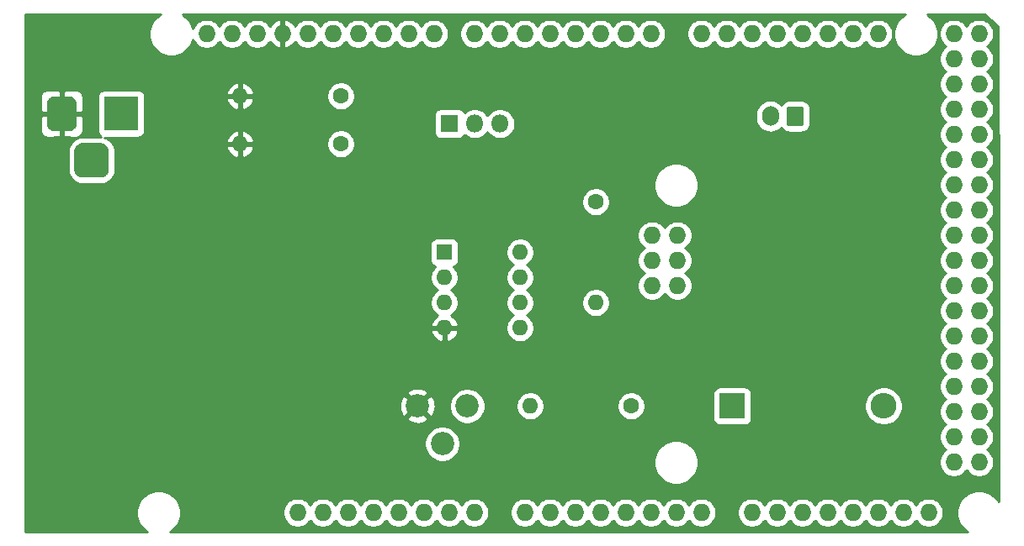
<source format=gbr>
G04 #@! TF.GenerationSoftware,KiCad,Pcbnew,5.1.5-52549c5~84~ubuntu18.04.1*
G04 #@! TF.CreationDate,2020-04-29T15:12:50+01:00*
G04 #@! TF.ProjectId,etl_driver_as_arduino_due_shield,65746c5f-6472-4697-9665-725f61735f61,rev?*
G04 #@! TF.SameCoordinates,Original*
G04 #@! TF.FileFunction,Copper,L2,Bot*
G04 #@! TF.FilePolarity,Positive*
%FSLAX46Y46*%
G04 Gerber Fmt 4.6, Leading zero omitted, Abs format (unit mm)*
G04 Created by KiCad (PCBNEW 5.1.5-52549c5~84~ubuntu18.04.1) date 2020-04-29 15:12:50*
%MOMM*%
%LPD*%
G04 APERTURE LIST*
%ADD10O,1.727200X1.727200*%
%ADD11R,2.600000X2.600000*%
%ADD12O,2.600000X2.600000*%
%ADD13R,1.800000X1.800000*%
%ADD14O,1.800000X1.800000*%
%ADD15C,1.600000*%
%ADD16O,1.600000X1.600000*%
%ADD17C,2.340000*%
%ADD18R,1.600000X1.600000*%
%ADD19R,3.500000X3.500000*%
%ADD20C,0.100000*%
%ADD21O,1.700000X2.000000*%
%ADD22C,0.254000*%
G04 APERTURE END LIST*
D10*
X156031001Y-99389001D03*
X158571001Y-99389001D03*
X158571001Y-96849001D03*
X156031001Y-96849001D03*
X158571001Y-94309001D03*
X143204001Y-122249001D03*
X138124001Y-122249001D03*
X135584001Y-122249001D03*
X133044001Y-122249001D03*
X130504001Y-122249001D03*
X127964001Y-122249001D03*
X125424001Y-122249001D03*
X122884001Y-122249001D03*
X178764001Y-73989001D03*
X176224001Y-73989001D03*
X173684001Y-73989001D03*
X171144001Y-73989001D03*
X168604001Y-73989001D03*
X166064001Y-73989001D03*
X163524001Y-73989001D03*
X160984001Y-73989001D03*
X155904001Y-73989001D03*
X153364001Y-73989001D03*
X150824001Y-73989001D03*
X148284001Y-73989001D03*
X145744001Y-73989001D03*
X143204001Y-73989001D03*
X140664001Y-73989001D03*
X138124001Y-73989001D03*
X118820001Y-73989001D03*
X134060001Y-73989001D03*
X131520001Y-73989001D03*
X128980001Y-73989001D03*
X111200001Y-73989001D03*
X113740001Y-73989001D03*
X116280001Y-73989001D03*
X121360001Y-73989001D03*
X123900001Y-73989001D03*
X126440001Y-73989001D03*
X120344001Y-122249001D03*
X145744001Y-122249001D03*
X148284001Y-122249001D03*
X150824001Y-122249001D03*
X153364001Y-122249001D03*
X155904001Y-122249001D03*
X158444001Y-122249001D03*
X160984001Y-122249001D03*
X166064001Y-122249001D03*
X168604001Y-122249001D03*
X171144001Y-122249001D03*
X173684001Y-122249001D03*
X176224001Y-122249001D03*
X178764001Y-122249001D03*
X181304001Y-122249001D03*
X183844001Y-122249001D03*
X186384001Y-73989001D03*
X188924001Y-73989001D03*
X186384001Y-76529001D03*
X188924001Y-76529001D03*
X186384001Y-79069001D03*
X188924001Y-79069001D03*
X186384001Y-81609001D03*
X188924001Y-81609001D03*
X186384001Y-84149001D03*
X188924001Y-84149001D03*
X186384001Y-86689001D03*
X188924001Y-86689001D03*
X186384001Y-89229001D03*
X188924001Y-89229001D03*
X186384001Y-91769001D03*
X188924001Y-91769001D03*
X186384001Y-94309001D03*
X188924001Y-94309001D03*
X186384001Y-96849001D03*
X188924001Y-96849001D03*
X186384001Y-99389001D03*
X188924001Y-99389001D03*
X186384001Y-101929001D03*
X188924001Y-101929001D03*
X186384001Y-104469001D03*
X188924001Y-104469001D03*
X186384001Y-107009001D03*
X188924001Y-107009001D03*
X186384001Y-109549001D03*
X188924001Y-109549001D03*
X186384001Y-112089001D03*
X188924001Y-112089001D03*
X186384001Y-114629001D03*
X188924001Y-114629001D03*
X186384001Y-117169001D03*
X188924001Y-117169001D03*
X156031001Y-94309001D03*
D11*
X164084000Y-111506000D03*
D12*
X179324000Y-111506000D03*
D13*
X135636000Y-83058000D03*
D14*
X138176000Y-83058000D03*
X140716000Y-83058000D03*
D15*
X153924000Y-111506000D03*
D16*
X143764000Y-111506000D03*
X150368000Y-101092000D03*
D15*
X150368000Y-90932000D03*
X124714000Y-85090000D03*
D16*
X114554000Y-85090000D03*
X114554000Y-80264000D03*
D15*
X124714000Y-80264000D03*
D17*
X132414000Y-111506000D03*
X134914000Y-115306000D03*
X137414000Y-111506000D03*
D18*
X135128000Y-96012000D03*
D16*
X142748000Y-103632000D03*
X135128000Y-98552000D03*
X142748000Y-101092000D03*
X135128000Y-101092000D03*
X142748000Y-98552000D03*
X135128000Y-103632000D03*
X142748000Y-96012000D03*
D19*
X102616000Y-82042000D03*
G04 #@! TA.AperFunction,ComponentPad*
D20*
G36*
X97439513Y-80295611D02*
G01*
X97512318Y-80306411D01*
X97583714Y-80324295D01*
X97653013Y-80349090D01*
X97719548Y-80380559D01*
X97782678Y-80418398D01*
X97841795Y-80462242D01*
X97896330Y-80511670D01*
X97945758Y-80566205D01*
X97989602Y-80625322D01*
X98027441Y-80688452D01*
X98058910Y-80754987D01*
X98083705Y-80824286D01*
X98101589Y-80895682D01*
X98112389Y-80968487D01*
X98116000Y-81042000D01*
X98116000Y-83042000D01*
X98112389Y-83115513D01*
X98101589Y-83188318D01*
X98083705Y-83259714D01*
X98058910Y-83329013D01*
X98027441Y-83395548D01*
X97989602Y-83458678D01*
X97945758Y-83517795D01*
X97896330Y-83572330D01*
X97841795Y-83621758D01*
X97782678Y-83665602D01*
X97719548Y-83703441D01*
X97653013Y-83734910D01*
X97583714Y-83759705D01*
X97512318Y-83777589D01*
X97439513Y-83788389D01*
X97366000Y-83792000D01*
X95866000Y-83792000D01*
X95792487Y-83788389D01*
X95719682Y-83777589D01*
X95648286Y-83759705D01*
X95578987Y-83734910D01*
X95512452Y-83703441D01*
X95449322Y-83665602D01*
X95390205Y-83621758D01*
X95335670Y-83572330D01*
X95286242Y-83517795D01*
X95242398Y-83458678D01*
X95204559Y-83395548D01*
X95173090Y-83329013D01*
X95148295Y-83259714D01*
X95130411Y-83188318D01*
X95119611Y-83115513D01*
X95116000Y-83042000D01*
X95116000Y-81042000D01*
X95119611Y-80968487D01*
X95130411Y-80895682D01*
X95148295Y-80824286D01*
X95173090Y-80754987D01*
X95204559Y-80688452D01*
X95242398Y-80625322D01*
X95286242Y-80566205D01*
X95335670Y-80511670D01*
X95390205Y-80462242D01*
X95449322Y-80418398D01*
X95512452Y-80380559D01*
X95578987Y-80349090D01*
X95648286Y-80324295D01*
X95719682Y-80306411D01*
X95792487Y-80295611D01*
X95866000Y-80292000D01*
X97366000Y-80292000D01*
X97439513Y-80295611D01*
G37*
G04 #@! TD.AperFunction*
G04 #@! TA.AperFunction,ComponentPad*
G36*
X100576765Y-84996213D02*
G01*
X100661704Y-85008813D01*
X100744999Y-85029677D01*
X100825848Y-85058605D01*
X100903472Y-85095319D01*
X100977124Y-85139464D01*
X101046094Y-85190616D01*
X101109718Y-85248282D01*
X101167384Y-85311906D01*
X101218536Y-85380876D01*
X101262681Y-85454528D01*
X101299395Y-85532152D01*
X101328323Y-85613001D01*
X101349187Y-85696296D01*
X101361787Y-85781235D01*
X101366000Y-85867000D01*
X101366000Y-87617000D01*
X101361787Y-87702765D01*
X101349187Y-87787704D01*
X101328323Y-87870999D01*
X101299395Y-87951848D01*
X101262681Y-88029472D01*
X101218536Y-88103124D01*
X101167384Y-88172094D01*
X101109718Y-88235718D01*
X101046094Y-88293384D01*
X100977124Y-88344536D01*
X100903472Y-88388681D01*
X100825848Y-88425395D01*
X100744999Y-88454323D01*
X100661704Y-88475187D01*
X100576765Y-88487787D01*
X100491000Y-88492000D01*
X98741000Y-88492000D01*
X98655235Y-88487787D01*
X98570296Y-88475187D01*
X98487001Y-88454323D01*
X98406152Y-88425395D01*
X98328528Y-88388681D01*
X98254876Y-88344536D01*
X98185906Y-88293384D01*
X98122282Y-88235718D01*
X98064616Y-88172094D01*
X98013464Y-88103124D01*
X97969319Y-88029472D01*
X97932605Y-87951848D01*
X97903677Y-87870999D01*
X97882813Y-87787704D01*
X97870213Y-87702765D01*
X97866000Y-87617000D01*
X97866000Y-85867000D01*
X97870213Y-85781235D01*
X97882813Y-85696296D01*
X97903677Y-85613001D01*
X97932605Y-85532152D01*
X97969319Y-85454528D01*
X98013464Y-85380876D01*
X98064616Y-85311906D01*
X98122282Y-85248282D01*
X98185906Y-85190616D01*
X98254876Y-85139464D01*
X98328528Y-85095319D01*
X98406152Y-85058605D01*
X98487001Y-85029677D01*
X98570296Y-85008813D01*
X98655235Y-84996213D01*
X98741000Y-84992000D01*
X100491000Y-84992000D01*
X100576765Y-84996213D01*
G37*
G04 #@! TD.AperFunction*
G04 #@! TA.AperFunction,ComponentPad*
G36*
X171058504Y-81297204D02*
G01*
X171082773Y-81300804D01*
X171106571Y-81306765D01*
X171129671Y-81315030D01*
X171151849Y-81325520D01*
X171172893Y-81338133D01*
X171192598Y-81352747D01*
X171210777Y-81369223D01*
X171227253Y-81387402D01*
X171241867Y-81407107D01*
X171254480Y-81428151D01*
X171264970Y-81450329D01*
X171273235Y-81473429D01*
X171279196Y-81497227D01*
X171282796Y-81521496D01*
X171284000Y-81546000D01*
X171284000Y-83046000D01*
X171282796Y-83070504D01*
X171279196Y-83094773D01*
X171273235Y-83118571D01*
X171264970Y-83141671D01*
X171254480Y-83163849D01*
X171241867Y-83184893D01*
X171227253Y-83204598D01*
X171210777Y-83222777D01*
X171192598Y-83239253D01*
X171172893Y-83253867D01*
X171151849Y-83266480D01*
X171129671Y-83276970D01*
X171106571Y-83285235D01*
X171082773Y-83291196D01*
X171058504Y-83294796D01*
X171034000Y-83296000D01*
X169834000Y-83296000D01*
X169809496Y-83294796D01*
X169785227Y-83291196D01*
X169761429Y-83285235D01*
X169738329Y-83276970D01*
X169716151Y-83266480D01*
X169695107Y-83253867D01*
X169675402Y-83239253D01*
X169657223Y-83222777D01*
X169640747Y-83204598D01*
X169626133Y-83184893D01*
X169613520Y-83163849D01*
X169603030Y-83141671D01*
X169594765Y-83118571D01*
X169588804Y-83094773D01*
X169585204Y-83070504D01*
X169584000Y-83046000D01*
X169584000Y-81546000D01*
X169585204Y-81521496D01*
X169588804Y-81497227D01*
X169594765Y-81473429D01*
X169603030Y-81450329D01*
X169613520Y-81428151D01*
X169626133Y-81407107D01*
X169640747Y-81387402D01*
X169657223Y-81369223D01*
X169675402Y-81352747D01*
X169695107Y-81338133D01*
X169716151Y-81325520D01*
X169738329Y-81315030D01*
X169761429Y-81306765D01*
X169785227Y-81300804D01*
X169809496Y-81297204D01*
X169834000Y-81296000D01*
X171034000Y-81296000D01*
X171058504Y-81297204D01*
G37*
G04 #@! TD.AperFunction*
D21*
X167934000Y-82296000D03*
D22*
G36*
X106219272Y-72252963D02*
G01*
X105907963Y-72564272D01*
X105663370Y-72930332D01*
X105494891Y-73337076D01*
X105409001Y-73768873D01*
X105409001Y-74209129D01*
X105494891Y-74640926D01*
X105663370Y-75047670D01*
X105907963Y-75413730D01*
X106219272Y-75725039D01*
X106585332Y-75969632D01*
X106992076Y-76138111D01*
X107423873Y-76224001D01*
X107864129Y-76224001D01*
X108295926Y-76138111D01*
X108702670Y-75969632D01*
X109068730Y-75725039D01*
X109380039Y-75413730D01*
X109624632Y-75047670D01*
X109793111Y-74640926D01*
X109810907Y-74551461D01*
X109871959Y-74698854D01*
X110035962Y-74944303D01*
X110244699Y-75153040D01*
X110490148Y-75317043D01*
X110762876Y-75430011D01*
X111052402Y-75487601D01*
X111347600Y-75487601D01*
X111637126Y-75430011D01*
X111909854Y-75317043D01*
X112155303Y-75153040D01*
X112364040Y-74944303D01*
X112470001Y-74785720D01*
X112575962Y-74944303D01*
X112784699Y-75153040D01*
X113030148Y-75317043D01*
X113302876Y-75430011D01*
X113592402Y-75487601D01*
X113887600Y-75487601D01*
X114177126Y-75430011D01*
X114449854Y-75317043D01*
X114695303Y-75153040D01*
X114904040Y-74944303D01*
X115010001Y-74785720D01*
X115115962Y-74944303D01*
X115324699Y-75153040D01*
X115570148Y-75317043D01*
X115842876Y-75430011D01*
X116132402Y-75487601D01*
X116427600Y-75487601D01*
X116717126Y-75430011D01*
X116989854Y-75317043D01*
X117235303Y-75153040D01*
X117444040Y-74944303D01*
X117551693Y-74783188D01*
X117713147Y-74999294D01*
X117931513Y-75195818D01*
X118184023Y-75345965D01*
X118460974Y-75443964D01*
X118693001Y-75323465D01*
X118693001Y-74116001D01*
X118673001Y-74116001D01*
X118673001Y-73862001D01*
X118693001Y-73862001D01*
X118693001Y-72654537D01*
X118947001Y-72654537D01*
X118947001Y-73862001D01*
X118967001Y-73862001D01*
X118967001Y-74116001D01*
X118947001Y-74116001D01*
X118947001Y-75323465D01*
X119179028Y-75443964D01*
X119455979Y-75345965D01*
X119708489Y-75195818D01*
X119926855Y-74999294D01*
X120088309Y-74783188D01*
X120195962Y-74944303D01*
X120404699Y-75153040D01*
X120650148Y-75317043D01*
X120922876Y-75430011D01*
X121212402Y-75487601D01*
X121507600Y-75487601D01*
X121797126Y-75430011D01*
X122069854Y-75317043D01*
X122315303Y-75153040D01*
X122524040Y-74944303D01*
X122630001Y-74785720D01*
X122735962Y-74944303D01*
X122944699Y-75153040D01*
X123190148Y-75317043D01*
X123462876Y-75430011D01*
X123752402Y-75487601D01*
X124047600Y-75487601D01*
X124337126Y-75430011D01*
X124609854Y-75317043D01*
X124855303Y-75153040D01*
X125064040Y-74944303D01*
X125170001Y-74785720D01*
X125275962Y-74944303D01*
X125484699Y-75153040D01*
X125730148Y-75317043D01*
X126002876Y-75430011D01*
X126292402Y-75487601D01*
X126587600Y-75487601D01*
X126877126Y-75430011D01*
X127149854Y-75317043D01*
X127395303Y-75153040D01*
X127604040Y-74944303D01*
X127710001Y-74785720D01*
X127815962Y-74944303D01*
X128024699Y-75153040D01*
X128270148Y-75317043D01*
X128542876Y-75430011D01*
X128832402Y-75487601D01*
X129127600Y-75487601D01*
X129417126Y-75430011D01*
X129689854Y-75317043D01*
X129935303Y-75153040D01*
X130144040Y-74944303D01*
X130250001Y-74785720D01*
X130355962Y-74944303D01*
X130564699Y-75153040D01*
X130810148Y-75317043D01*
X131082876Y-75430011D01*
X131372402Y-75487601D01*
X131667600Y-75487601D01*
X131957126Y-75430011D01*
X132229854Y-75317043D01*
X132475303Y-75153040D01*
X132684040Y-74944303D01*
X132790001Y-74785720D01*
X132895962Y-74944303D01*
X133104699Y-75153040D01*
X133350148Y-75317043D01*
X133622876Y-75430011D01*
X133912402Y-75487601D01*
X134207600Y-75487601D01*
X134497126Y-75430011D01*
X134769854Y-75317043D01*
X135015303Y-75153040D01*
X135224040Y-74944303D01*
X135388043Y-74698854D01*
X135501011Y-74426126D01*
X135558601Y-74136600D01*
X135558601Y-73841402D01*
X136625401Y-73841402D01*
X136625401Y-74136600D01*
X136682991Y-74426126D01*
X136795959Y-74698854D01*
X136959962Y-74944303D01*
X137168699Y-75153040D01*
X137414148Y-75317043D01*
X137686876Y-75430011D01*
X137976402Y-75487601D01*
X138271600Y-75487601D01*
X138561126Y-75430011D01*
X138833854Y-75317043D01*
X139079303Y-75153040D01*
X139288040Y-74944303D01*
X139394001Y-74785720D01*
X139499962Y-74944303D01*
X139708699Y-75153040D01*
X139954148Y-75317043D01*
X140226876Y-75430011D01*
X140516402Y-75487601D01*
X140811600Y-75487601D01*
X141101126Y-75430011D01*
X141373854Y-75317043D01*
X141619303Y-75153040D01*
X141828040Y-74944303D01*
X141934001Y-74785720D01*
X142039962Y-74944303D01*
X142248699Y-75153040D01*
X142494148Y-75317043D01*
X142766876Y-75430011D01*
X143056402Y-75487601D01*
X143351600Y-75487601D01*
X143641126Y-75430011D01*
X143913854Y-75317043D01*
X144159303Y-75153040D01*
X144368040Y-74944303D01*
X144474001Y-74785720D01*
X144579962Y-74944303D01*
X144788699Y-75153040D01*
X145034148Y-75317043D01*
X145306876Y-75430011D01*
X145596402Y-75487601D01*
X145891600Y-75487601D01*
X146181126Y-75430011D01*
X146453854Y-75317043D01*
X146699303Y-75153040D01*
X146908040Y-74944303D01*
X147014001Y-74785720D01*
X147119962Y-74944303D01*
X147328699Y-75153040D01*
X147574148Y-75317043D01*
X147846876Y-75430011D01*
X148136402Y-75487601D01*
X148431600Y-75487601D01*
X148721126Y-75430011D01*
X148993854Y-75317043D01*
X149239303Y-75153040D01*
X149448040Y-74944303D01*
X149554001Y-74785720D01*
X149659962Y-74944303D01*
X149868699Y-75153040D01*
X150114148Y-75317043D01*
X150386876Y-75430011D01*
X150676402Y-75487601D01*
X150971600Y-75487601D01*
X151261126Y-75430011D01*
X151533854Y-75317043D01*
X151779303Y-75153040D01*
X151988040Y-74944303D01*
X152094001Y-74785720D01*
X152199962Y-74944303D01*
X152408699Y-75153040D01*
X152654148Y-75317043D01*
X152926876Y-75430011D01*
X153216402Y-75487601D01*
X153511600Y-75487601D01*
X153801126Y-75430011D01*
X154073854Y-75317043D01*
X154319303Y-75153040D01*
X154528040Y-74944303D01*
X154634001Y-74785720D01*
X154739962Y-74944303D01*
X154948699Y-75153040D01*
X155194148Y-75317043D01*
X155466876Y-75430011D01*
X155756402Y-75487601D01*
X156051600Y-75487601D01*
X156341126Y-75430011D01*
X156613854Y-75317043D01*
X156859303Y-75153040D01*
X157068040Y-74944303D01*
X157232043Y-74698854D01*
X157345011Y-74426126D01*
X157402601Y-74136600D01*
X157402601Y-73841402D01*
X159485401Y-73841402D01*
X159485401Y-74136600D01*
X159542991Y-74426126D01*
X159655959Y-74698854D01*
X159819962Y-74944303D01*
X160028699Y-75153040D01*
X160274148Y-75317043D01*
X160546876Y-75430011D01*
X160836402Y-75487601D01*
X161131600Y-75487601D01*
X161421126Y-75430011D01*
X161693854Y-75317043D01*
X161939303Y-75153040D01*
X162148040Y-74944303D01*
X162254001Y-74785720D01*
X162359962Y-74944303D01*
X162568699Y-75153040D01*
X162814148Y-75317043D01*
X163086876Y-75430011D01*
X163376402Y-75487601D01*
X163671600Y-75487601D01*
X163961126Y-75430011D01*
X164233854Y-75317043D01*
X164479303Y-75153040D01*
X164688040Y-74944303D01*
X164794001Y-74785720D01*
X164899962Y-74944303D01*
X165108699Y-75153040D01*
X165354148Y-75317043D01*
X165626876Y-75430011D01*
X165916402Y-75487601D01*
X166211600Y-75487601D01*
X166501126Y-75430011D01*
X166773854Y-75317043D01*
X167019303Y-75153040D01*
X167228040Y-74944303D01*
X167334001Y-74785720D01*
X167439962Y-74944303D01*
X167648699Y-75153040D01*
X167894148Y-75317043D01*
X168166876Y-75430011D01*
X168456402Y-75487601D01*
X168751600Y-75487601D01*
X169041126Y-75430011D01*
X169313854Y-75317043D01*
X169559303Y-75153040D01*
X169768040Y-74944303D01*
X169874001Y-74785720D01*
X169979962Y-74944303D01*
X170188699Y-75153040D01*
X170434148Y-75317043D01*
X170706876Y-75430011D01*
X170996402Y-75487601D01*
X171291600Y-75487601D01*
X171581126Y-75430011D01*
X171853854Y-75317043D01*
X172099303Y-75153040D01*
X172308040Y-74944303D01*
X172414001Y-74785720D01*
X172519962Y-74944303D01*
X172728699Y-75153040D01*
X172974148Y-75317043D01*
X173246876Y-75430011D01*
X173536402Y-75487601D01*
X173831600Y-75487601D01*
X174121126Y-75430011D01*
X174393854Y-75317043D01*
X174639303Y-75153040D01*
X174848040Y-74944303D01*
X174954001Y-74785720D01*
X175059962Y-74944303D01*
X175268699Y-75153040D01*
X175514148Y-75317043D01*
X175786876Y-75430011D01*
X176076402Y-75487601D01*
X176371600Y-75487601D01*
X176661126Y-75430011D01*
X176933854Y-75317043D01*
X177179303Y-75153040D01*
X177388040Y-74944303D01*
X177494001Y-74785720D01*
X177599962Y-74944303D01*
X177808699Y-75153040D01*
X178054148Y-75317043D01*
X178326876Y-75430011D01*
X178616402Y-75487601D01*
X178911600Y-75487601D01*
X179201126Y-75430011D01*
X179473854Y-75317043D01*
X179719303Y-75153040D01*
X179928040Y-74944303D01*
X180092043Y-74698854D01*
X180205011Y-74426126D01*
X180262601Y-74136600D01*
X180262601Y-73841402D01*
X180205011Y-73551876D01*
X180092043Y-73279148D01*
X179928040Y-73033699D01*
X179719303Y-72824962D01*
X179473854Y-72660959D01*
X179201126Y-72547991D01*
X178911600Y-72490401D01*
X178616402Y-72490401D01*
X178326876Y-72547991D01*
X178054148Y-72660959D01*
X177808699Y-72824962D01*
X177599962Y-73033699D01*
X177494001Y-73192282D01*
X177388040Y-73033699D01*
X177179303Y-72824962D01*
X176933854Y-72660959D01*
X176661126Y-72547991D01*
X176371600Y-72490401D01*
X176076402Y-72490401D01*
X175786876Y-72547991D01*
X175514148Y-72660959D01*
X175268699Y-72824962D01*
X175059962Y-73033699D01*
X174954001Y-73192282D01*
X174848040Y-73033699D01*
X174639303Y-72824962D01*
X174393854Y-72660959D01*
X174121126Y-72547991D01*
X173831600Y-72490401D01*
X173536402Y-72490401D01*
X173246876Y-72547991D01*
X172974148Y-72660959D01*
X172728699Y-72824962D01*
X172519962Y-73033699D01*
X172414001Y-73192282D01*
X172308040Y-73033699D01*
X172099303Y-72824962D01*
X171853854Y-72660959D01*
X171581126Y-72547991D01*
X171291600Y-72490401D01*
X170996402Y-72490401D01*
X170706876Y-72547991D01*
X170434148Y-72660959D01*
X170188699Y-72824962D01*
X169979962Y-73033699D01*
X169874001Y-73192282D01*
X169768040Y-73033699D01*
X169559303Y-72824962D01*
X169313854Y-72660959D01*
X169041126Y-72547991D01*
X168751600Y-72490401D01*
X168456402Y-72490401D01*
X168166876Y-72547991D01*
X167894148Y-72660959D01*
X167648699Y-72824962D01*
X167439962Y-73033699D01*
X167334001Y-73192282D01*
X167228040Y-73033699D01*
X167019303Y-72824962D01*
X166773854Y-72660959D01*
X166501126Y-72547991D01*
X166211600Y-72490401D01*
X165916402Y-72490401D01*
X165626876Y-72547991D01*
X165354148Y-72660959D01*
X165108699Y-72824962D01*
X164899962Y-73033699D01*
X164794001Y-73192282D01*
X164688040Y-73033699D01*
X164479303Y-72824962D01*
X164233854Y-72660959D01*
X163961126Y-72547991D01*
X163671600Y-72490401D01*
X163376402Y-72490401D01*
X163086876Y-72547991D01*
X162814148Y-72660959D01*
X162568699Y-72824962D01*
X162359962Y-73033699D01*
X162254001Y-73192282D01*
X162148040Y-73033699D01*
X161939303Y-72824962D01*
X161693854Y-72660959D01*
X161421126Y-72547991D01*
X161131600Y-72490401D01*
X160836402Y-72490401D01*
X160546876Y-72547991D01*
X160274148Y-72660959D01*
X160028699Y-72824962D01*
X159819962Y-73033699D01*
X159655959Y-73279148D01*
X159542991Y-73551876D01*
X159485401Y-73841402D01*
X157402601Y-73841402D01*
X157345011Y-73551876D01*
X157232043Y-73279148D01*
X157068040Y-73033699D01*
X156859303Y-72824962D01*
X156613854Y-72660959D01*
X156341126Y-72547991D01*
X156051600Y-72490401D01*
X155756402Y-72490401D01*
X155466876Y-72547991D01*
X155194148Y-72660959D01*
X154948699Y-72824962D01*
X154739962Y-73033699D01*
X154634001Y-73192282D01*
X154528040Y-73033699D01*
X154319303Y-72824962D01*
X154073854Y-72660959D01*
X153801126Y-72547991D01*
X153511600Y-72490401D01*
X153216402Y-72490401D01*
X152926876Y-72547991D01*
X152654148Y-72660959D01*
X152408699Y-72824962D01*
X152199962Y-73033699D01*
X152094001Y-73192282D01*
X151988040Y-73033699D01*
X151779303Y-72824962D01*
X151533854Y-72660959D01*
X151261126Y-72547991D01*
X150971600Y-72490401D01*
X150676402Y-72490401D01*
X150386876Y-72547991D01*
X150114148Y-72660959D01*
X149868699Y-72824962D01*
X149659962Y-73033699D01*
X149554001Y-73192282D01*
X149448040Y-73033699D01*
X149239303Y-72824962D01*
X148993854Y-72660959D01*
X148721126Y-72547991D01*
X148431600Y-72490401D01*
X148136402Y-72490401D01*
X147846876Y-72547991D01*
X147574148Y-72660959D01*
X147328699Y-72824962D01*
X147119962Y-73033699D01*
X147014001Y-73192282D01*
X146908040Y-73033699D01*
X146699303Y-72824962D01*
X146453854Y-72660959D01*
X146181126Y-72547991D01*
X145891600Y-72490401D01*
X145596402Y-72490401D01*
X145306876Y-72547991D01*
X145034148Y-72660959D01*
X144788699Y-72824962D01*
X144579962Y-73033699D01*
X144474001Y-73192282D01*
X144368040Y-73033699D01*
X144159303Y-72824962D01*
X143913854Y-72660959D01*
X143641126Y-72547991D01*
X143351600Y-72490401D01*
X143056402Y-72490401D01*
X142766876Y-72547991D01*
X142494148Y-72660959D01*
X142248699Y-72824962D01*
X142039962Y-73033699D01*
X141934001Y-73192282D01*
X141828040Y-73033699D01*
X141619303Y-72824962D01*
X141373854Y-72660959D01*
X141101126Y-72547991D01*
X140811600Y-72490401D01*
X140516402Y-72490401D01*
X140226876Y-72547991D01*
X139954148Y-72660959D01*
X139708699Y-72824962D01*
X139499962Y-73033699D01*
X139394001Y-73192282D01*
X139288040Y-73033699D01*
X139079303Y-72824962D01*
X138833854Y-72660959D01*
X138561126Y-72547991D01*
X138271600Y-72490401D01*
X137976402Y-72490401D01*
X137686876Y-72547991D01*
X137414148Y-72660959D01*
X137168699Y-72824962D01*
X136959962Y-73033699D01*
X136795959Y-73279148D01*
X136682991Y-73551876D01*
X136625401Y-73841402D01*
X135558601Y-73841402D01*
X135501011Y-73551876D01*
X135388043Y-73279148D01*
X135224040Y-73033699D01*
X135015303Y-72824962D01*
X134769854Y-72660959D01*
X134497126Y-72547991D01*
X134207600Y-72490401D01*
X133912402Y-72490401D01*
X133622876Y-72547991D01*
X133350148Y-72660959D01*
X133104699Y-72824962D01*
X132895962Y-73033699D01*
X132790001Y-73192282D01*
X132684040Y-73033699D01*
X132475303Y-72824962D01*
X132229854Y-72660959D01*
X131957126Y-72547991D01*
X131667600Y-72490401D01*
X131372402Y-72490401D01*
X131082876Y-72547991D01*
X130810148Y-72660959D01*
X130564699Y-72824962D01*
X130355962Y-73033699D01*
X130250001Y-73192282D01*
X130144040Y-73033699D01*
X129935303Y-72824962D01*
X129689854Y-72660959D01*
X129417126Y-72547991D01*
X129127600Y-72490401D01*
X128832402Y-72490401D01*
X128542876Y-72547991D01*
X128270148Y-72660959D01*
X128024699Y-72824962D01*
X127815962Y-73033699D01*
X127710001Y-73192282D01*
X127604040Y-73033699D01*
X127395303Y-72824962D01*
X127149854Y-72660959D01*
X126877126Y-72547991D01*
X126587600Y-72490401D01*
X126292402Y-72490401D01*
X126002876Y-72547991D01*
X125730148Y-72660959D01*
X125484699Y-72824962D01*
X125275962Y-73033699D01*
X125170001Y-73192282D01*
X125064040Y-73033699D01*
X124855303Y-72824962D01*
X124609854Y-72660959D01*
X124337126Y-72547991D01*
X124047600Y-72490401D01*
X123752402Y-72490401D01*
X123462876Y-72547991D01*
X123190148Y-72660959D01*
X122944699Y-72824962D01*
X122735962Y-73033699D01*
X122630001Y-73192282D01*
X122524040Y-73033699D01*
X122315303Y-72824962D01*
X122069854Y-72660959D01*
X121797126Y-72547991D01*
X121507600Y-72490401D01*
X121212402Y-72490401D01*
X120922876Y-72547991D01*
X120650148Y-72660959D01*
X120404699Y-72824962D01*
X120195962Y-73033699D01*
X120088309Y-73194814D01*
X119926855Y-72978708D01*
X119708489Y-72782184D01*
X119455979Y-72632037D01*
X119179028Y-72534038D01*
X118947001Y-72654537D01*
X118693001Y-72654537D01*
X118460974Y-72534038D01*
X118184023Y-72632037D01*
X117931513Y-72782184D01*
X117713147Y-72978708D01*
X117551693Y-73194814D01*
X117444040Y-73033699D01*
X117235303Y-72824962D01*
X116989854Y-72660959D01*
X116717126Y-72547991D01*
X116427600Y-72490401D01*
X116132402Y-72490401D01*
X115842876Y-72547991D01*
X115570148Y-72660959D01*
X115324699Y-72824962D01*
X115115962Y-73033699D01*
X115010001Y-73192282D01*
X114904040Y-73033699D01*
X114695303Y-72824962D01*
X114449854Y-72660959D01*
X114177126Y-72547991D01*
X113887600Y-72490401D01*
X113592402Y-72490401D01*
X113302876Y-72547991D01*
X113030148Y-72660959D01*
X112784699Y-72824962D01*
X112575962Y-73033699D01*
X112470001Y-73192282D01*
X112364040Y-73033699D01*
X112155303Y-72824962D01*
X111909854Y-72660959D01*
X111637126Y-72547991D01*
X111347600Y-72490401D01*
X111052402Y-72490401D01*
X110762876Y-72547991D01*
X110490148Y-72660959D01*
X110244699Y-72824962D01*
X110035962Y-73033699D01*
X109871959Y-73279148D01*
X109810907Y-73426541D01*
X109793111Y-73337076D01*
X109624632Y-72930332D01*
X109380039Y-72564272D01*
X109068730Y-72252963D01*
X108741028Y-72034000D01*
X181476974Y-72034000D01*
X181149272Y-72252963D01*
X180837963Y-72564272D01*
X180593370Y-72930332D01*
X180424891Y-73337076D01*
X180339001Y-73768873D01*
X180339001Y-74209129D01*
X180424891Y-74640926D01*
X180593370Y-75047670D01*
X180837963Y-75413730D01*
X181149272Y-75725039D01*
X181515332Y-75969632D01*
X181922076Y-76138111D01*
X182353873Y-76224001D01*
X182794129Y-76224001D01*
X183225926Y-76138111D01*
X183632670Y-75969632D01*
X183998730Y-75725039D01*
X184310039Y-75413730D01*
X184554632Y-75047670D01*
X184723111Y-74640926D01*
X184809001Y-74209129D01*
X184809001Y-73841402D01*
X184885401Y-73841402D01*
X184885401Y-74136600D01*
X184942991Y-74426126D01*
X185055959Y-74698854D01*
X185219962Y-74944303D01*
X185428699Y-75153040D01*
X185587282Y-75259001D01*
X185428699Y-75364962D01*
X185219962Y-75573699D01*
X185055959Y-75819148D01*
X184942991Y-76091876D01*
X184885401Y-76381402D01*
X184885401Y-76676600D01*
X184942991Y-76966126D01*
X185055959Y-77238854D01*
X185219962Y-77484303D01*
X185428699Y-77693040D01*
X185587282Y-77799001D01*
X185428699Y-77904962D01*
X185219962Y-78113699D01*
X185055959Y-78359148D01*
X184942991Y-78631876D01*
X184885401Y-78921402D01*
X184885401Y-79216600D01*
X184942991Y-79506126D01*
X185055959Y-79778854D01*
X185219962Y-80024303D01*
X185428699Y-80233040D01*
X185587282Y-80339001D01*
X185428699Y-80444962D01*
X185219962Y-80653699D01*
X185055959Y-80899148D01*
X184942991Y-81171876D01*
X184885401Y-81461402D01*
X184885401Y-81756600D01*
X184942991Y-82046126D01*
X185055959Y-82318854D01*
X185219962Y-82564303D01*
X185428699Y-82773040D01*
X185587282Y-82879001D01*
X185428699Y-82984962D01*
X185219962Y-83193699D01*
X185055959Y-83439148D01*
X184942991Y-83711876D01*
X184885401Y-84001402D01*
X184885401Y-84296600D01*
X184942991Y-84586126D01*
X185055959Y-84858854D01*
X185219962Y-85104303D01*
X185428699Y-85313040D01*
X185587282Y-85419001D01*
X185428699Y-85524962D01*
X185219962Y-85733699D01*
X185055959Y-85979148D01*
X184942991Y-86251876D01*
X184885401Y-86541402D01*
X184885401Y-86836600D01*
X184942991Y-87126126D01*
X185055959Y-87398854D01*
X185219962Y-87644303D01*
X185428699Y-87853040D01*
X185587282Y-87959001D01*
X185428699Y-88064962D01*
X185219962Y-88273699D01*
X185055959Y-88519148D01*
X184942991Y-88791876D01*
X184885401Y-89081402D01*
X184885401Y-89376600D01*
X184942991Y-89666126D01*
X185055959Y-89938854D01*
X185219962Y-90184303D01*
X185428699Y-90393040D01*
X185587282Y-90499001D01*
X185428699Y-90604962D01*
X185219962Y-90813699D01*
X185055959Y-91059148D01*
X184942991Y-91331876D01*
X184885401Y-91621402D01*
X184885401Y-91916600D01*
X184942991Y-92206126D01*
X185055959Y-92478854D01*
X185219962Y-92724303D01*
X185428699Y-92933040D01*
X185587282Y-93039001D01*
X185428699Y-93144962D01*
X185219962Y-93353699D01*
X185055959Y-93599148D01*
X184942991Y-93871876D01*
X184885401Y-94161402D01*
X184885401Y-94456600D01*
X184942991Y-94746126D01*
X185055959Y-95018854D01*
X185219962Y-95264303D01*
X185428699Y-95473040D01*
X185587282Y-95579001D01*
X185428699Y-95684962D01*
X185219962Y-95893699D01*
X185055959Y-96139148D01*
X184942991Y-96411876D01*
X184885401Y-96701402D01*
X184885401Y-96996600D01*
X184942991Y-97286126D01*
X185055959Y-97558854D01*
X185219962Y-97804303D01*
X185428699Y-98013040D01*
X185587282Y-98119001D01*
X185428699Y-98224962D01*
X185219962Y-98433699D01*
X185055959Y-98679148D01*
X184942991Y-98951876D01*
X184885401Y-99241402D01*
X184885401Y-99536600D01*
X184942991Y-99826126D01*
X185055959Y-100098854D01*
X185219962Y-100344303D01*
X185428699Y-100553040D01*
X185587282Y-100659001D01*
X185428699Y-100764962D01*
X185219962Y-100973699D01*
X185055959Y-101219148D01*
X184942991Y-101491876D01*
X184885401Y-101781402D01*
X184885401Y-102076600D01*
X184942991Y-102366126D01*
X185055959Y-102638854D01*
X185219962Y-102884303D01*
X185428699Y-103093040D01*
X185587282Y-103199001D01*
X185428699Y-103304962D01*
X185219962Y-103513699D01*
X185055959Y-103759148D01*
X184942991Y-104031876D01*
X184885401Y-104321402D01*
X184885401Y-104616600D01*
X184942991Y-104906126D01*
X185055959Y-105178854D01*
X185219962Y-105424303D01*
X185428699Y-105633040D01*
X185587282Y-105739001D01*
X185428699Y-105844962D01*
X185219962Y-106053699D01*
X185055959Y-106299148D01*
X184942991Y-106571876D01*
X184885401Y-106861402D01*
X184885401Y-107156600D01*
X184942991Y-107446126D01*
X185055959Y-107718854D01*
X185219962Y-107964303D01*
X185428699Y-108173040D01*
X185587282Y-108279001D01*
X185428699Y-108384962D01*
X185219962Y-108593699D01*
X185055959Y-108839148D01*
X184942991Y-109111876D01*
X184885401Y-109401402D01*
X184885401Y-109696600D01*
X184942991Y-109986126D01*
X185055959Y-110258854D01*
X185219962Y-110504303D01*
X185428699Y-110713040D01*
X185587282Y-110819001D01*
X185428699Y-110924962D01*
X185219962Y-111133699D01*
X185055959Y-111379148D01*
X184942991Y-111651876D01*
X184885401Y-111941402D01*
X184885401Y-112236600D01*
X184942991Y-112526126D01*
X185055959Y-112798854D01*
X185219962Y-113044303D01*
X185428699Y-113253040D01*
X185587282Y-113359001D01*
X185428699Y-113464962D01*
X185219962Y-113673699D01*
X185055959Y-113919148D01*
X184942991Y-114191876D01*
X184885401Y-114481402D01*
X184885401Y-114776600D01*
X184942991Y-115066126D01*
X185055959Y-115338854D01*
X185219962Y-115584303D01*
X185428699Y-115793040D01*
X185587282Y-115899001D01*
X185428699Y-116004962D01*
X185219962Y-116213699D01*
X185055959Y-116459148D01*
X184942991Y-116731876D01*
X184885401Y-117021402D01*
X184885401Y-117316600D01*
X184942991Y-117606126D01*
X185055959Y-117878854D01*
X185219962Y-118124303D01*
X185428699Y-118333040D01*
X185674148Y-118497043D01*
X185946876Y-118610011D01*
X186236402Y-118667601D01*
X186531600Y-118667601D01*
X186821126Y-118610011D01*
X187093854Y-118497043D01*
X187339303Y-118333040D01*
X187548040Y-118124303D01*
X187654001Y-117965720D01*
X187759962Y-118124303D01*
X187968699Y-118333040D01*
X188214148Y-118497043D01*
X188486876Y-118610011D01*
X188776402Y-118667601D01*
X189071600Y-118667601D01*
X189361126Y-118610011D01*
X189633854Y-118497043D01*
X189879303Y-118333040D01*
X190088040Y-118124303D01*
X190252043Y-117878854D01*
X190365011Y-117606126D01*
X190422601Y-117316600D01*
X190422601Y-117021402D01*
X190365011Y-116731876D01*
X190252043Y-116459148D01*
X190088040Y-116213699D01*
X189879303Y-116004962D01*
X189720720Y-115899001D01*
X189879303Y-115793040D01*
X190088040Y-115584303D01*
X190252043Y-115338854D01*
X190365011Y-115066126D01*
X190422601Y-114776600D01*
X190422601Y-114481402D01*
X190365011Y-114191876D01*
X190252043Y-113919148D01*
X190088040Y-113673699D01*
X189879303Y-113464962D01*
X189720720Y-113359001D01*
X189879303Y-113253040D01*
X190088040Y-113044303D01*
X190252043Y-112798854D01*
X190365011Y-112526126D01*
X190422601Y-112236600D01*
X190422601Y-111941402D01*
X190365011Y-111651876D01*
X190252043Y-111379148D01*
X190088040Y-111133699D01*
X189879303Y-110924962D01*
X189720720Y-110819001D01*
X189879303Y-110713040D01*
X190088040Y-110504303D01*
X190252043Y-110258854D01*
X190365011Y-109986126D01*
X190422601Y-109696600D01*
X190422601Y-109401402D01*
X190365011Y-109111876D01*
X190252043Y-108839148D01*
X190088040Y-108593699D01*
X189879303Y-108384962D01*
X189720720Y-108279001D01*
X189879303Y-108173040D01*
X190088040Y-107964303D01*
X190252043Y-107718854D01*
X190365011Y-107446126D01*
X190422601Y-107156600D01*
X190422601Y-106861402D01*
X190365011Y-106571876D01*
X190252043Y-106299148D01*
X190088040Y-106053699D01*
X189879303Y-105844962D01*
X189720720Y-105739001D01*
X189879303Y-105633040D01*
X190088040Y-105424303D01*
X190252043Y-105178854D01*
X190365011Y-104906126D01*
X190422601Y-104616600D01*
X190422601Y-104321402D01*
X190365011Y-104031876D01*
X190252043Y-103759148D01*
X190088040Y-103513699D01*
X189879303Y-103304962D01*
X189720720Y-103199001D01*
X189879303Y-103093040D01*
X190088040Y-102884303D01*
X190252043Y-102638854D01*
X190365011Y-102366126D01*
X190422601Y-102076600D01*
X190422601Y-101781402D01*
X190365011Y-101491876D01*
X190252043Y-101219148D01*
X190088040Y-100973699D01*
X189879303Y-100764962D01*
X189720720Y-100659001D01*
X189879303Y-100553040D01*
X190088040Y-100344303D01*
X190252043Y-100098854D01*
X190365011Y-99826126D01*
X190422601Y-99536600D01*
X190422601Y-99241402D01*
X190365011Y-98951876D01*
X190252043Y-98679148D01*
X190088040Y-98433699D01*
X189879303Y-98224962D01*
X189720720Y-98119001D01*
X189879303Y-98013040D01*
X190088040Y-97804303D01*
X190252043Y-97558854D01*
X190365011Y-97286126D01*
X190422601Y-96996600D01*
X190422601Y-96701402D01*
X190365011Y-96411876D01*
X190252043Y-96139148D01*
X190088040Y-95893699D01*
X189879303Y-95684962D01*
X189720720Y-95579001D01*
X189879303Y-95473040D01*
X190088040Y-95264303D01*
X190252043Y-95018854D01*
X190365011Y-94746126D01*
X190422601Y-94456600D01*
X190422601Y-94161402D01*
X190365011Y-93871876D01*
X190252043Y-93599148D01*
X190088040Y-93353699D01*
X189879303Y-93144962D01*
X189720720Y-93039001D01*
X189879303Y-92933040D01*
X190088040Y-92724303D01*
X190252043Y-92478854D01*
X190365011Y-92206126D01*
X190422601Y-91916600D01*
X190422601Y-91621402D01*
X190365011Y-91331876D01*
X190252043Y-91059148D01*
X190088040Y-90813699D01*
X189879303Y-90604962D01*
X189720720Y-90499001D01*
X189879303Y-90393040D01*
X190088040Y-90184303D01*
X190252043Y-89938854D01*
X190365011Y-89666126D01*
X190422601Y-89376600D01*
X190422601Y-89081402D01*
X190365011Y-88791876D01*
X190252043Y-88519148D01*
X190088040Y-88273699D01*
X189879303Y-88064962D01*
X189720720Y-87959001D01*
X189879303Y-87853040D01*
X190088040Y-87644303D01*
X190252043Y-87398854D01*
X190365011Y-87126126D01*
X190422601Y-86836600D01*
X190422601Y-86541402D01*
X190365011Y-86251876D01*
X190252043Y-85979148D01*
X190088040Y-85733699D01*
X189879303Y-85524962D01*
X189720720Y-85419001D01*
X189879303Y-85313040D01*
X190088040Y-85104303D01*
X190252043Y-84858854D01*
X190365011Y-84586126D01*
X190422601Y-84296600D01*
X190422601Y-84001402D01*
X190365011Y-83711876D01*
X190252043Y-83439148D01*
X190088040Y-83193699D01*
X189879303Y-82984962D01*
X189720720Y-82879001D01*
X189879303Y-82773040D01*
X190088040Y-82564303D01*
X190252043Y-82318854D01*
X190365011Y-82046126D01*
X190422601Y-81756600D01*
X190422601Y-81461402D01*
X190365011Y-81171876D01*
X190252043Y-80899148D01*
X190088040Y-80653699D01*
X189879303Y-80444962D01*
X189720720Y-80339001D01*
X189879303Y-80233040D01*
X190088040Y-80024303D01*
X190252043Y-79778854D01*
X190365011Y-79506126D01*
X190422601Y-79216600D01*
X190422601Y-78921402D01*
X190365011Y-78631876D01*
X190252043Y-78359148D01*
X190088040Y-78113699D01*
X189879303Y-77904962D01*
X189720720Y-77799001D01*
X189879303Y-77693040D01*
X190088040Y-77484303D01*
X190252043Y-77238854D01*
X190365011Y-76966126D01*
X190422601Y-76676600D01*
X190422601Y-76381402D01*
X190365011Y-76091876D01*
X190252043Y-75819148D01*
X190088040Y-75573699D01*
X189879303Y-75364962D01*
X189720720Y-75259001D01*
X189879303Y-75153040D01*
X190088040Y-74944303D01*
X190252043Y-74698854D01*
X190365011Y-74426126D01*
X190422601Y-74136600D01*
X190422601Y-73841402D01*
X190365011Y-73551876D01*
X190252043Y-73279148D01*
X190088040Y-73033699D01*
X189879303Y-72824962D01*
X189633854Y-72660959D01*
X189361126Y-72547991D01*
X189071600Y-72490401D01*
X188776402Y-72490401D01*
X188486876Y-72547991D01*
X188214148Y-72660959D01*
X187968699Y-72824962D01*
X187759962Y-73033699D01*
X187654001Y-73192282D01*
X187548040Y-73033699D01*
X187339303Y-72824962D01*
X187093854Y-72660959D01*
X186821126Y-72547991D01*
X186531600Y-72490401D01*
X186236402Y-72490401D01*
X185946876Y-72547991D01*
X185674148Y-72660959D01*
X185428699Y-72824962D01*
X185219962Y-73033699D01*
X185055959Y-73279148D01*
X184942991Y-73551876D01*
X184885401Y-73841402D01*
X184809001Y-73841402D01*
X184809001Y-73768873D01*
X184723111Y-73337076D01*
X184554632Y-72930332D01*
X184310039Y-72564272D01*
X183998730Y-72252963D01*
X183671028Y-72034000D01*
X189468020Y-72034000D01*
X190856000Y-73190650D01*
X190856001Y-84041581D01*
X190852808Y-84074000D01*
X190865551Y-84203382D01*
X190881000Y-84254311D01*
X190881000Y-121154964D01*
X190660039Y-120824272D01*
X190348730Y-120512963D01*
X189982670Y-120268370D01*
X189575926Y-120099891D01*
X189144129Y-120014001D01*
X188703873Y-120014001D01*
X188272076Y-120099891D01*
X187865332Y-120268370D01*
X187499272Y-120512963D01*
X187187963Y-120824272D01*
X186943370Y-121190332D01*
X186774891Y-121597076D01*
X186689001Y-122028873D01*
X186689001Y-122469129D01*
X186774891Y-122900926D01*
X186943370Y-123307670D01*
X187187963Y-123673730D01*
X187499272Y-123985039D01*
X187792549Y-124181000D01*
X107505453Y-124181000D01*
X107798730Y-123985039D01*
X108110039Y-123673730D01*
X108354632Y-123307670D01*
X108523111Y-122900926D01*
X108609001Y-122469129D01*
X108609001Y-122101402D01*
X118845401Y-122101402D01*
X118845401Y-122396600D01*
X118902991Y-122686126D01*
X119015959Y-122958854D01*
X119179962Y-123204303D01*
X119388699Y-123413040D01*
X119634148Y-123577043D01*
X119906876Y-123690011D01*
X120196402Y-123747601D01*
X120491600Y-123747601D01*
X120781126Y-123690011D01*
X121053854Y-123577043D01*
X121299303Y-123413040D01*
X121508040Y-123204303D01*
X121614001Y-123045720D01*
X121719962Y-123204303D01*
X121928699Y-123413040D01*
X122174148Y-123577043D01*
X122446876Y-123690011D01*
X122736402Y-123747601D01*
X123031600Y-123747601D01*
X123321126Y-123690011D01*
X123593854Y-123577043D01*
X123839303Y-123413040D01*
X124048040Y-123204303D01*
X124154001Y-123045720D01*
X124259962Y-123204303D01*
X124468699Y-123413040D01*
X124714148Y-123577043D01*
X124986876Y-123690011D01*
X125276402Y-123747601D01*
X125571600Y-123747601D01*
X125861126Y-123690011D01*
X126133854Y-123577043D01*
X126379303Y-123413040D01*
X126588040Y-123204303D01*
X126694001Y-123045720D01*
X126799962Y-123204303D01*
X127008699Y-123413040D01*
X127254148Y-123577043D01*
X127526876Y-123690011D01*
X127816402Y-123747601D01*
X128111600Y-123747601D01*
X128401126Y-123690011D01*
X128673854Y-123577043D01*
X128919303Y-123413040D01*
X129128040Y-123204303D01*
X129234001Y-123045720D01*
X129339962Y-123204303D01*
X129548699Y-123413040D01*
X129794148Y-123577043D01*
X130066876Y-123690011D01*
X130356402Y-123747601D01*
X130651600Y-123747601D01*
X130941126Y-123690011D01*
X131213854Y-123577043D01*
X131459303Y-123413040D01*
X131668040Y-123204303D01*
X131774001Y-123045720D01*
X131879962Y-123204303D01*
X132088699Y-123413040D01*
X132334148Y-123577043D01*
X132606876Y-123690011D01*
X132896402Y-123747601D01*
X133191600Y-123747601D01*
X133481126Y-123690011D01*
X133753854Y-123577043D01*
X133999303Y-123413040D01*
X134208040Y-123204303D01*
X134314001Y-123045720D01*
X134419962Y-123204303D01*
X134628699Y-123413040D01*
X134874148Y-123577043D01*
X135146876Y-123690011D01*
X135436402Y-123747601D01*
X135731600Y-123747601D01*
X136021126Y-123690011D01*
X136293854Y-123577043D01*
X136539303Y-123413040D01*
X136748040Y-123204303D01*
X136854001Y-123045720D01*
X136959962Y-123204303D01*
X137168699Y-123413040D01*
X137414148Y-123577043D01*
X137686876Y-123690011D01*
X137976402Y-123747601D01*
X138271600Y-123747601D01*
X138561126Y-123690011D01*
X138833854Y-123577043D01*
X139079303Y-123413040D01*
X139288040Y-123204303D01*
X139452043Y-122958854D01*
X139565011Y-122686126D01*
X139622601Y-122396600D01*
X139622601Y-122101402D01*
X141705401Y-122101402D01*
X141705401Y-122396600D01*
X141762991Y-122686126D01*
X141875959Y-122958854D01*
X142039962Y-123204303D01*
X142248699Y-123413040D01*
X142494148Y-123577043D01*
X142766876Y-123690011D01*
X143056402Y-123747601D01*
X143351600Y-123747601D01*
X143641126Y-123690011D01*
X143913854Y-123577043D01*
X144159303Y-123413040D01*
X144368040Y-123204303D01*
X144474001Y-123045720D01*
X144579962Y-123204303D01*
X144788699Y-123413040D01*
X145034148Y-123577043D01*
X145306876Y-123690011D01*
X145596402Y-123747601D01*
X145891600Y-123747601D01*
X146181126Y-123690011D01*
X146453854Y-123577043D01*
X146699303Y-123413040D01*
X146908040Y-123204303D01*
X147014001Y-123045720D01*
X147119962Y-123204303D01*
X147328699Y-123413040D01*
X147574148Y-123577043D01*
X147846876Y-123690011D01*
X148136402Y-123747601D01*
X148431600Y-123747601D01*
X148721126Y-123690011D01*
X148993854Y-123577043D01*
X149239303Y-123413040D01*
X149448040Y-123204303D01*
X149554001Y-123045720D01*
X149659962Y-123204303D01*
X149868699Y-123413040D01*
X150114148Y-123577043D01*
X150386876Y-123690011D01*
X150676402Y-123747601D01*
X150971600Y-123747601D01*
X151261126Y-123690011D01*
X151533854Y-123577043D01*
X151779303Y-123413040D01*
X151988040Y-123204303D01*
X152094001Y-123045720D01*
X152199962Y-123204303D01*
X152408699Y-123413040D01*
X152654148Y-123577043D01*
X152926876Y-123690011D01*
X153216402Y-123747601D01*
X153511600Y-123747601D01*
X153801126Y-123690011D01*
X154073854Y-123577043D01*
X154319303Y-123413040D01*
X154528040Y-123204303D01*
X154634001Y-123045720D01*
X154739962Y-123204303D01*
X154948699Y-123413040D01*
X155194148Y-123577043D01*
X155466876Y-123690011D01*
X155756402Y-123747601D01*
X156051600Y-123747601D01*
X156341126Y-123690011D01*
X156613854Y-123577043D01*
X156859303Y-123413040D01*
X157068040Y-123204303D01*
X157174001Y-123045720D01*
X157279962Y-123204303D01*
X157488699Y-123413040D01*
X157734148Y-123577043D01*
X158006876Y-123690011D01*
X158296402Y-123747601D01*
X158591600Y-123747601D01*
X158881126Y-123690011D01*
X159153854Y-123577043D01*
X159399303Y-123413040D01*
X159608040Y-123204303D01*
X159714001Y-123045720D01*
X159819962Y-123204303D01*
X160028699Y-123413040D01*
X160274148Y-123577043D01*
X160546876Y-123690011D01*
X160836402Y-123747601D01*
X161131600Y-123747601D01*
X161421126Y-123690011D01*
X161693854Y-123577043D01*
X161939303Y-123413040D01*
X162148040Y-123204303D01*
X162312043Y-122958854D01*
X162425011Y-122686126D01*
X162482601Y-122396600D01*
X162482601Y-122101402D01*
X164565401Y-122101402D01*
X164565401Y-122396600D01*
X164622991Y-122686126D01*
X164735959Y-122958854D01*
X164899962Y-123204303D01*
X165108699Y-123413040D01*
X165354148Y-123577043D01*
X165626876Y-123690011D01*
X165916402Y-123747601D01*
X166211600Y-123747601D01*
X166501126Y-123690011D01*
X166773854Y-123577043D01*
X167019303Y-123413040D01*
X167228040Y-123204303D01*
X167334001Y-123045720D01*
X167439962Y-123204303D01*
X167648699Y-123413040D01*
X167894148Y-123577043D01*
X168166876Y-123690011D01*
X168456402Y-123747601D01*
X168751600Y-123747601D01*
X169041126Y-123690011D01*
X169313854Y-123577043D01*
X169559303Y-123413040D01*
X169768040Y-123204303D01*
X169874001Y-123045720D01*
X169979962Y-123204303D01*
X170188699Y-123413040D01*
X170434148Y-123577043D01*
X170706876Y-123690011D01*
X170996402Y-123747601D01*
X171291600Y-123747601D01*
X171581126Y-123690011D01*
X171853854Y-123577043D01*
X172099303Y-123413040D01*
X172308040Y-123204303D01*
X172414001Y-123045720D01*
X172519962Y-123204303D01*
X172728699Y-123413040D01*
X172974148Y-123577043D01*
X173246876Y-123690011D01*
X173536402Y-123747601D01*
X173831600Y-123747601D01*
X174121126Y-123690011D01*
X174393854Y-123577043D01*
X174639303Y-123413040D01*
X174848040Y-123204303D01*
X174954001Y-123045720D01*
X175059962Y-123204303D01*
X175268699Y-123413040D01*
X175514148Y-123577043D01*
X175786876Y-123690011D01*
X176076402Y-123747601D01*
X176371600Y-123747601D01*
X176661126Y-123690011D01*
X176933854Y-123577043D01*
X177179303Y-123413040D01*
X177388040Y-123204303D01*
X177494001Y-123045720D01*
X177599962Y-123204303D01*
X177808699Y-123413040D01*
X178054148Y-123577043D01*
X178326876Y-123690011D01*
X178616402Y-123747601D01*
X178911600Y-123747601D01*
X179201126Y-123690011D01*
X179473854Y-123577043D01*
X179719303Y-123413040D01*
X179928040Y-123204303D01*
X180034001Y-123045720D01*
X180139962Y-123204303D01*
X180348699Y-123413040D01*
X180594148Y-123577043D01*
X180866876Y-123690011D01*
X181156402Y-123747601D01*
X181451600Y-123747601D01*
X181741126Y-123690011D01*
X182013854Y-123577043D01*
X182259303Y-123413040D01*
X182468040Y-123204303D01*
X182574001Y-123045720D01*
X182679962Y-123204303D01*
X182888699Y-123413040D01*
X183134148Y-123577043D01*
X183406876Y-123690011D01*
X183696402Y-123747601D01*
X183991600Y-123747601D01*
X184281126Y-123690011D01*
X184553854Y-123577043D01*
X184799303Y-123413040D01*
X185008040Y-123204303D01*
X185172043Y-122958854D01*
X185285011Y-122686126D01*
X185342601Y-122396600D01*
X185342601Y-122101402D01*
X185285011Y-121811876D01*
X185172043Y-121539148D01*
X185008040Y-121293699D01*
X184799303Y-121084962D01*
X184553854Y-120920959D01*
X184281126Y-120807991D01*
X183991600Y-120750401D01*
X183696402Y-120750401D01*
X183406876Y-120807991D01*
X183134148Y-120920959D01*
X182888699Y-121084962D01*
X182679962Y-121293699D01*
X182574001Y-121452282D01*
X182468040Y-121293699D01*
X182259303Y-121084962D01*
X182013854Y-120920959D01*
X181741126Y-120807991D01*
X181451600Y-120750401D01*
X181156402Y-120750401D01*
X180866876Y-120807991D01*
X180594148Y-120920959D01*
X180348699Y-121084962D01*
X180139962Y-121293699D01*
X180034001Y-121452282D01*
X179928040Y-121293699D01*
X179719303Y-121084962D01*
X179473854Y-120920959D01*
X179201126Y-120807991D01*
X178911600Y-120750401D01*
X178616402Y-120750401D01*
X178326876Y-120807991D01*
X178054148Y-120920959D01*
X177808699Y-121084962D01*
X177599962Y-121293699D01*
X177494001Y-121452282D01*
X177388040Y-121293699D01*
X177179303Y-121084962D01*
X176933854Y-120920959D01*
X176661126Y-120807991D01*
X176371600Y-120750401D01*
X176076402Y-120750401D01*
X175786876Y-120807991D01*
X175514148Y-120920959D01*
X175268699Y-121084962D01*
X175059962Y-121293699D01*
X174954001Y-121452282D01*
X174848040Y-121293699D01*
X174639303Y-121084962D01*
X174393854Y-120920959D01*
X174121126Y-120807991D01*
X173831600Y-120750401D01*
X173536402Y-120750401D01*
X173246876Y-120807991D01*
X172974148Y-120920959D01*
X172728699Y-121084962D01*
X172519962Y-121293699D01*
X172414001Y-121452282D01*
X172308040Y-121293699D01*
X172099303Y-121084962D01*
X171853854Y-120920959D01*
X171581126Y-120807991D01*
X171291600Y-120750401D01*
X170996402Y-120750401D01*
X170706876Y-120807991D01*
X170434148Y-120920959D01*
X170188699Y-121084962D01*
X169979962Y-121293699D01*
X169874001Y-121452282D01*
X169768040Y-121293699D01*
X169559303Y-121084962D01*
X169313854Y-120920959D01*
X169041126Y-120807991D01*
X168751600Y-120750401D01*
X168456402Y-120750401D01*
X168166876Y-120807991D01*
X167894148Y-120920959D01*
X167648699Y-121084962D01*
X167439962Y-121293699D01*
X167334001Y-121452282D01*
X167228040Y-121293699D01*
X167019303Y-121084962D01*
X166773854Y-120920959D01*
X166501126Y-120807991D01*
X166211600Y-120750401D01*
X165916402Y-120750401D01*
X165626876Y-120807991D01*
X165354148Y-120920959D01*
X165108699Y-121084962D01*
X164899962Y-121293699D01*
X164735959Y-121539148D01*
X164622991Y-121811876D01*
X164565401Y-122101402D01*
X162482601Y-122101402D01*
X162425011Y-121811876D01*
X162312043Y-121539148D01*
X162148040Y-121293699D01*
X161939303Y-121084962D01*
X161693854Y-120920959D01*
X161421126Y-120807991D01*
X161131600Y-120750401D01*
X160836402Y-120750401D01*
X160546876Y-120807991D01*
X160274148Y-120920959D01*
X160028699Y-121084962D01*
X159819962Y-121293699D01*
X159714001Y-121452282D01*
X159608040Y-121293699D01*
X159399303Y-121084962D01*
X159153854Y-120920959D01*
X158881126Y-120807991D01*
X158591600Y-120750401D01*
X158296402Y-120750401D01*
X158006876Y-120807991D01*
X157734148Y-120920959D01*
X157488699Y-121084962D01*
X157279962Y-121293699D01*
X157174001Y-121452282D01*
X157068040Y-121293699D01*
X156859303Y-121084962D01*
X156613854Y-120920959D01*
X156341126Y-120807991D01*
X156051600Y-120750401D01*
X155756402Y-120750401D01*
X155466876Y-120807991D01*
X155194148Y-120920959D01*
X154948699Y-121084962D01*
X154739962Y-121293699D01*
X154634001Y-121452282D01*
X154528040Y-121293699D01*
X154319303Y-121084962D01*
X154073854Y-120920959D01*
X153801126Y-120807991D01*
X153511600Y-120750401D01*
X153216402Y-120750401D01*
X152926876Y-120807991D01*
X152654148Y-120920959D01*
X152408699Y-121084962D01*
X152199962Y-121293699D01*
X152094001Y-121452282D01*
X151988040Y-121293699D01*
X151779303Y-121084962D01*
X151533854Y-120920959D01*
X151261126Y-120807991D01*
X150971600Y-120750401D01*
X150676402Y-120750401D01*
X150386876Y-120807991D01*
X150114148Y-120920959D01*
X149868699Y-121084962D01*
X149659962Y-121293699D01*
X149554001Y-121452282D01*
X149448040Y-121293699D01*
X149239303Y-121084962D01*
X148993854Y-120920959D01*
X148721126Y-120807991D01*
X148431600Y-120750401D01*
X148136402Y-120750401D01*
X147846876Y-120807991D01*
X147574148Y-120920959D01*
X147328699Y-121084962D01*
X147119962Y-121293699D01*
X147014001Y-121452282D01*
X146908040Y-121293699D01*
X146699303Y-121084962D01*
X146453854Y-120920959D01*
X146181126Y-120807991D01*
X145891600Y-120750401D01*
X145596402Y-120750401D01*
X145306876Y-120807991D01*
X145034148Y-120920959D01*
X144788699Y-121084962D01*
X144579962Y-121293699D01*
X144474001Y-121452282D01*
X144368040Y-121293699D01*
X144159303Y-121084962D01*
X143913854Y-120920959D01*
X143641126Y-120807991D01*
X143351600Y-120750401D01*
X143056402Y-120750401D01*
X142766876Y-120807991D01*
X142494148Y-120920959D01*
X142248699Y-121084962D01*
X142039962Y-121293699D01*
X141875959Y-121539148D01*
X141762991Y-121811876D01*
X141705401Y-122101402D01*
X139622601Y-122101402D01*
X139565011Y-121811876D01*
X139452043Y-121539148D01*
X139288040Y-121293699D01*
X139079303Y-121084962D01*
X138833854Y-120920959D01*
X138561126Y-120807991D01*
X138271600Y-120750401D01*
X137976402Y-120750401D01*
X137686876Y-120807991D01*
X137414148Y-120920959D01*
X137168699Y-121084962D01*
X136959962Y-121293699D01*
X136854001Y-121452282D01*
X136748040Y-121293699D01*
X136539303Y-121084962D01*
X136293854Y-120920959D01*
X136021126Y-120807991D01*
X135731600Y-120750401D01*
X135436402Y-120750401D01*
X135146876Y-120807991D01*
X134874148Y-120920959D01*
X134628699Y-121084962D01*
X134419962Y-121293699D01*
X134314001Y-121452282D01*
X134208040Y-121293699D01*
X133999303Y-121084962D01*
X133753854Y-120920959D01*
X133481126Y-120807991D01*
X133191600Y-120750401D01*
X132896402Y-120750401D01*
X132606876Y-120807991D01*
X132334148Y-120920959D01*
X132088699Y-121084962D01*
X131879962Y-121293699D01*
X131774001Y-121452282D01*
X131668040Y-121293699D01*
X131459303Y-121084962D01*
X131213854Y-120920959D01*
X130941126Y-120807991D01*
X130651600Y-120750401D01*
X130356402Y-120750401D01*
X130066876Y-120807991D01*
X129794148Y-120920959D01*
X129548699Y-121084962D01*
X129339962Y-121293699D01*
X129234001Y-121452282D01*
X129128040Y-121293699D01*
X128919303Y-121084962D01*
X128673854Y-120920959D01*
X128401126Y-120807991D01*
X128111600Y-120750401D01*
X127816402Y-120750401D01*
X127526876Y-120807991D01*
X127254148Y-120920959D01*
X127008699Y-121084962D01*
X126799962Y-121293699D01*
X126694001Y-121452282D01*
X126588040Y-121293699D01*
X126379303Y-121084962D01*
X126133854Y-120920959D01*
X125861126Y-120807991D01*
X125571600Y-120750401D01*
X125276402Y-120750401D01*
X124986876Y-120807991D01*
X124714148Y-120920959D01*
X124468699Y-121084962D01*
X124259962Y-121293699D01*
X124154001Y-121452282D01*
X124048040Y-121293699D01*
X123839303Y-121084962D01*
X123593854Y-120920959D01*
X123321126Y-120807991D01*
X123031600Y-120750401D01*
X122736402Y-120750401D01*
X122446876Y-120807991D01*
X122174148Y-120920959D01*
X121928699Y-121084962D01*
X121719962Y-121293699D01*
X121614001Y-121452282D01*
X121508040Y-121293699D01*
X121299303Y-121084962D01*
X121053854Y-120920959D01*
X120781126Y-120807991D01*
X120491600Y-120750401D01*
X120196402Y-120750401D01*
X119906876Y-120807991D01*
X119634148Y-120920959D01*
X119388699Y-121084962D01*
X119179962Y-121293699D01*
X119015959Y-121539148D01*
X118902991Y-121811876D01*
X118845401Y-122101402D01*
X108609001Y-122101402D01*
X108609001Y-122028873D01*
X108523111Y-121597076D01*
X108354632Y-121190332D01*
X108110039Y-120824272D01*
X107798730Y-120512963D01*
X107432670Y-120268370D01*
X107025926Y-120099891D01*
X106594129Y-120014001D01*
X106153873Y-120014001D01*
X105722076Y-120099891D01*
X105315332Y-120268370D01*
X104949272Y-120512963D01*
X104637963Y-120824272D01*
X104393370Y-121190332D01*
X104224891Y-121597076D01*
X104139001Y-122028873D01*
X104139001Y-122469129D01*
X104224891Y-122900926D01*
X104393370Y-123307670D01*
X104637963Y-123673730D01*
X104949272Y-123985039D01*
X105242549Y-124181000D01*
X92989000Y-124181000D01*
X92989000Y-115128223D01*
X133109000Y-115128223D01*
X133109000Y-115483777D01*
X133178365Y-115832499D01*
X133314429Y-116160988D01*
X133511965Y-116456621D01*
X133763379Y-116708035D01*
X134059012Y-116905571D01*
X134387501Y-117041635D01*
X134736223Y-117111000D01*
X135091777Y-117111000D01*
X135440499Y-117041635D01*
X135664447Y-116948873D01*
X156209001Y-116948873D01*
X156209001Y-117389129D01*
X156294891Y-117820926D01*
X156463370Y-118227670D01*
X156707963Y-118593730D01*
X157019272Y-118905039D01*
X157385332Y-119149632D01*
X157792076Y-119318111D01*
X158223873Y-119404001D01*
X158664129Y-119404001D01*
X159095926Y-119318111D01*
X159502670Y-119149632D01*
X159868730Y-118905039D01*
X160180039Y-118593730D01*
X160424632Y-118227670D01*
X160593111Y-117820926D01*
X160679001Y-117389129D01*
X160679001Y-116948873D01*
X160593111Y-116517076D01*
X160424632Y-116110332D01*
X160180039Y-115744272D01*
X159868730Y-115432963D01*
X159502670Y-115188370D01*
X159095926Y-115019891D01*
X158664129Y-114934001D01*
X158223873Y-114934001D01*
X157792076Y-115019891D01*
X157385332Y-115188370D01*
X157019272Y-115432963D01*
X156707963Y-115744272D01*
X156463370Y-116110332D01*
X156294891Y-116517076D01*
X156209001Y-116948873D01*
X135664447Y-116948873D01*
X135768988Y-116905571D01*
X136064621Y-116708035D01*
X136316035Y-116456621D01*
X136513571Y-116160988D01*
X136649635Y-115832499D01*
X136719000Y-115483777D01*
X136719000Y-115128223D01*
X136649635Y-114779501D01*
X136513571Y-114451012D01*
X136316035Y-114155379D01*
X136064621Y-113903965D01*
X135768988Y-113706429D01*
X135440499Y-113570365D01*
X135091777Y-113501000D01*
X134736223Y-113501000D01*
X134387501Y-113570365D01*
X134059012Y-113706429D01*
X133763379Y-113903965D01*
X133511965Y-114155379D01*
X133314429Y-114451012D01*
X133178365Y-114779501D01*
X133109000Y-115128223D01*
X92989000Y-115128223D01*
X92989000Y-112762602D01*
X131337003Y-112762602D01*
X131453275Y-113044389D01*
X131771860Y-113202257D01*
X132115122Y-113294938D01*
X132469869Y-113318873D01*
X132822470Y-113273139D01*
X133159373Y-113159495D01*
X133374725Y-113044389D01*
X133490997Y-112762602D01*
X132414000Y-111685605D01*
X131337003Y-112762602D01*
X92989000Y-112762602D01*
X92989000Y-111561869D01*
X130601127Y-111561869D01*
X130646861Y-111914470D01*
X130760505Y-112251373D01*
X130875611Y-112466725D01*
X131157398Y-112582997D01*
X132234395Y-111506000D01*
X132593605Y-111506000D01*
X133670602Y-112582997D01*
X133952389Y-112466725D01*
X134110257Y-112148140D01*
X134202938Y-111804878D01*
X134226873Y-111450131D01*
X134211061Y-111328223D01*
X135609000Y-111328223D01*
X135609000Y-111683777D01*
X135678365Y-112032499D01*
X135814429Y-112360988D01*
X136011965Y-112656621D01*
X136263379Y-112908035D01*
X136559012Y-113105571D01*
X136887501Y-113241635D01*
X137236223Y-113311000D01*
X137591777Y-113311000D01*
X137940499Y-113241635D01*
X138268988Y-113105571D01*
X138564621Y-112908035D01*
X138816035Y-112656621D01*
X139013571Y-112360988D01*
X139149635Y-112032499D01*
X139219000Y-111683777D01*
X139219000Y-111364665D01*
X142329000Y-111364665D01*
X142329000Y-111647335D01*
X142384147Y-111924574D01*
X142492320Y-112185727D01*
X142649363Y-112420759D01*
X142849241Y-112620637D01*
X143084273Y-112777680D01*
X143345426Y-112885853D01*
X143622665Y-112941000D01*
X143905335Y-112941000D01*
X144182574Y-112885853D01*
X144443727Y-112777680D01*
X144678759Y-112620637D01*
X144878637Y-112420759D01*
X145035680Y-112185727D01*
X145143853Y-111924574D01*
X145199000Y-111647335D01*
X145199000Y-111364665D01*
X152489000Y-111364665D01*
X152489000Y-111647335D01*
X152544147Y-111924574D01*
X152652320Y-112185727D01*
X152809363Y-112420759D01*
X153009241Y-112620637D01*
X153244273Y-112777680D01*
X153505426Y-112885853D01*
X153782665Y-112941000D01*
X154065335Y-112941000D01*
X154342574Y-112885853D01*
X154603727Y-112777680D01*
X154838759Y-112620637D01*
X155038637Y-112420759D01*
X155195680Y-112185727D01*
X155303853Y-111924574D01*
X155359000Y-111647335D01*
X155359000Y-111364665D01*
X155303853Y-111087426D01*
X155195680Y-110826273D01*
X155038637Y-110591241D01*
X154838759Y-110391363D01*
X154603727Y-110234320D01*
X154535357Y-110206000D01*
X162145928Y-110206000D01*
X162145928Y-112806000D01*
X162158188Y-112930482D01*
X162194498Y-113050180D01*
X162253463Y-113160494D01*
X162332815Y-113257185D01*
X162429506Y-113336537D01*
X162539820Y-113395502D01*
X162659518Y-113431812D01*
X162784000Y-113444072D01*
X165384000Y-113444072D01*
X165508482Y-113431812D01*
X165628180Y-113395502D01*
X165738494Y-113336537D01*
X165835185Y-113257185D01*
X165914537Y-113160494D01*
X165973502Y-113050180D01*
X166009812Y-112930482D01*
X166022072Y-112806000D01*
X166022072Y-111315419D01*
X177389000Y-111315419D01*
X177389000Y-111696581D01*
X177463361Y-112070419D01*
X177609225Y-112422566D01*
X177820987Y-112739491D01*
X178090509Y-113009013D01*
X178407434Y-113220775D01*
X178759581Y-113366639D01*
X179133419Y-113441000D01*
X179514581Y-113441000D01*
X179888419Y-113366639D01*
X180240566Y-113220775D01*
X180557491Y-113009013D01*
X180827013Y-112739491D01*
X181038775Y-112422566D01*
X181184639Y-112070419D01*
X181259000Y-111696581D01*
X181259000Y-111315419D01*
X181184639Y-110941581D01*
X181038775Y-110589434D01*
X180827013Y-110272509D01*
X180557491Y-110002987D01*
X180240566Y-109791225D01*
X179888419Y-109645361D01*
X179514581Y-109571000D01*
X179133419Y-109571000D01*
X178759581Y-109645361D01*
X178407434Y-109791225D01*
X178090509Y-110002987D01*
X177820987Y-110272509D01*
X177609225Y-110589434D01*
X177463361Y-110941581D01*
X177389000Y-111315419D01*
X166022072Y-111315419D01*
X166022072Y-110206000D01*
X166009812Y-110081518D01*
X165973502Y-109961820D01*
X165914537Y-109851506D01*
X165835185Y-109754815D01*
X165738494Y-109675463D01*
X165628180Y-109616498D01*
X165508482Y-109580188D01*
X165384000Y-109567928D01*
X162784000Y-109567928D01*
X162659518Y-109580188D01*
X162539820Y-109616498D01*
X162429506Y-109675463D01*
X162332815Y-109754815D01*
X162253463Y-109851506D01*
X162194498Y-109961820D01*
X162158188Y-110081518D01*
X162145928Y-110206000D01*
X154535357Y-110206000D01*
X154342574Y-110126147D01*
X154065335Y-110071000D01*
X153782665Y-110071000D01*
X153505426Y-110126147D01*
X153244273Y-110234320D01*
X153009241Y-110391363D01*
X152809363Y-110591241D01*
X152652320Y-110826273D01*
X152544147Y-111087426D01*
X152489000Y-111364665D01*
X145199000Y-111364665D01*
X145143853Y-111087426D01*
X145035680Y-110826273D01*
X144878637Y-110591241D01*
X144678759Y-110391363D01*
X144443727Y-110234320D01*
X144182574Y-110126147D01*
X143905335Y-110071000D01*
X143622665Y-110071000D01*
X143345426Y-110126147D01*
X143084273Y-110234320D01*
X142849241Y-110391363D01*
X142649363Y-110591241D01*
X142492320Y-110826273D01*
X142384147Y-111087426D01*
X142329000Y-111364665D01*
X139219000Y-111364665D01*
X139219000Y-111328223D01*
X139149635Y-110979501D01*
X139013571Y-110651012D01*
X138816035Y-110355379D01*
X138564621Y-110103965D01*
X138268988Y-109906429D01*
X137940499Y-109770365D01*
X137591777Y-109701000D01*
X137236223Y-109701000D01*
X136887501Y-109770365D01*
X136559012Y-109906429D01*
X136263379Y-110103965D01*
X136011965Y-110355379D01*
X135814429Y-110651012D01*
X135678365Y-110979501D01*
X135609000Y-111328223D01*
X134211061Y-111328223D01*
X134181139Y-111097530D01*
X134067495Y-110760627D01*
X133952389Y-110545275D01*
X133670602Y-110429003D01*
X132593605Y-111506000D01*
X132234395Y-111506000D01*
X131157398Y-110429003D01*
X130875611Y-110545275D01*
X130717743Y-110863860D01*
X130625062Y-111207122D01*
X130601127Y-111561869D01*
X92989000Y-111561869D01*
X92989000Y-110249398D01*
X131337003Y-110249398D01*
X132414000Y-111326395D01*
X133490997Y-110249398D01*
X133374725Y-109967611D01*
X133056140Y-109809743D01*
X132712878Y-109717062D01*
X132358131Y-109693127D01*
X132005530Y-109738861D01*
X131668627Y-109852505D01*
X131453275Y-109967611D01*
X131337003Y-110249398D01*
X92989000Y-110249398D01*
X92989000Y-103981039D01*
X133736096Y-103981039D01*
X133776754Y-104115087D01*
X133896963Y-104369420D01*
X134064481Y-104595414D01*
X134272869Y-104784385D01*
X134514119Y-104929070D01*
X134778960Y-105023909D01*
X135001000Y-104902624D01*
X135001000Y-103759000D01*
X135255000Y-103759000D01*
X135255000Y-104902624D01*
X135477040Y-105023909D01*
X135741881Y-104929070D01*
X135983131Y-104784385D01*
X136191519Y-104595414D01*
X136359037Y-104369420D01*
X136479246Y-104115087D01*
X136519904Y-103981039D01*
X136397915Y-103759000D01*
X135255000Y-103759000D01*
X135001000Y-103759000D01*
X133858085Y-103759000D01*
X133736096Y-103981039D01*
X92989000Y-103981039D01*
X92989000Y-95212000D01*
X133689928Y-95212000D01*
X133689928Y-96812000D01*
X133702188Y-96936482D01*
X133738498Y-97056180D01*
X133797463Y-97166494D01*
X133876815Y-97263185D01*
X133973506Y-97342537D01*
X134083820Y-97401502D01*
X134203518Y-97437812D01*
X134211961Y-97438643D01*
X134013363Y-97637241D01*
X133856320Y-97872273D01*
X133748147Y-98133426D01*
X133693000Y-98410665D01*
X133693000Y-98693335D01*
X133748147Y-98970574D01*
X133856320Y-99231727D01*
X134013363Y-99466759D01*
X134213241Y-99666637D01*
X134445759Y-99822000D01*
X134213241Y-99977363D01*
X134013363Y-100177241D01*
X133856320Y-100412273D01*
X133748147Y-100673426D01*
X133693000Y-100950665D01*
X133693000Y-101233335D01*
X133748147Y-101510574D01*
X133856320Y-101771727D01*
X134013363Y-102006759D01*
X134213241Y-102206637D01*
X134448273Y-102363680D01*
X134458865Y-102368067D01*
X134272869Y-102479615D01*
X134064481Y-102668586D01*
X133896963Y-102894580D01*
X133776754Y-103148913D01*
X133736096Y-103282961D01*
X133858085Y-103505000D01*
X135001000Y-103505000D01*
X135001000Y-103485000D01*
X135255000Y-103485000D01*
X135255000Y-103505000D01*
X136397915Y-103505000D01*
X136519904Y-103282961D01*
X136479246Y-103148913D01*
X136359037Y-102894580D01*
X136191519Y-102668586D01*
X135983131Y-102479615D01*
X135797135Y-102368067D01*
X135807727Y-102363680D01*
X136042759Y-102206637D01*
X136242637Y-102006759D01*
X136399680Y-101771727D01*
X136507853Y-101510574D01*
X136563000Y-101233335D01*
X136563000Y-100950665D01*
X136507853Y-100673426D01*
X136399680Y-100412273D01*
X136242637Y-100177241D01*
X136042759Y-99977363D01*
X135810241Y-99822000D01*
X136042759Y-99666637D01*
X136242637Y-99466759D01*
X136399680Y-99231727D01*
X136507853Y-98970574D01*
X136563000Y-98693335D01*
X136563000Y-98410665D01*
X136507853Y-98133426D01*
X136399680Y-97872273D01*
X136242637Y-97637241D01*
X136044039Y-97438643D01*
X136052482Y-97437812D01*
X136172180Y-97401502D01*
X136282494Y-97342537D01*
X136379185Y-97263185D01*
X136458537Y-97166494D01*
X136517502Y-97056180D01*
X136553812Y-96936482D01*
X136566072Y-96812000D01*
X136566072Y-95870665D01*
X141313000Y-95870665D01*
X141313000Y-96153335D01*
X141368147Y-96430574D01*
X141476320Y-96691727D01*
X141633363Y-96926759D01*
X141833241Y-97126637D01*
X142065759Y-97282000D01*
X141833241Y-97437363D01*
X141633363Y-97637241D01*
X141476320Y-97872273D01*
X141368147Y-98133426D01*
X141313000Y-98410665D01*
X141313000Y-98693335D01*
X141368147Y-98970574D01*
X141476320Y-99231727D01*
X141633363Y-99466759D01*
X141833241Y-99666637D01*
X142065759Y-99822000D01*
X141833241Y-99977363D01*
X141633363Y-100177241D01*
X141476320Y-100412273D01*
X141368147Y-100673426D01*
X141313000Y-100950665D01*
X141313000Y-101233335D01*
X141368147Y-101510574D01*
X141476320Y-101771727D01*
X141633363Y-102006759D01*
X141833241Y-102206637D01*
X142065759Y-102362000D01*
X141833241Y-102517363D01*
X141633363Y-102717241D01*
X141476320Y-102952273D01*
X141368147Y-103213426D01*
X141313000Y-103490665D01*
X141313000Y-103773335D01*
X141368147Y-104050574D01*
X141476320Y-104311727D01*
X141633363Y-104546759D01*
X141833241Y-104746637D01*
X142068273Y-104903680D01*
X142329426Y-105011853D01*
X142606665Y-105067000D01*
X142889335Y-105067000D01*
X143166574Y-105011853D01*
X143427727Y-104903680D01*
X143662759Y-104746637D01*
X143862637Y-104546759D01*
X144019680Y-104311727D01*
X144127853Y-104050574D01*
X144183000Y-103773335D01*
X144183000Y-103490665D01*
X144127853Y-103213426D01*
X144019680Y-102952273D01*
X143862637Y-102717241D01*
X143662759Y-102517363D01*
X143430241Y-102362000D01*
X143662759Y-102206637D01*
X143862637Y-102006759D01*
X144019680Y-101771727D01*
X144127853Y-101510574D01*
X144183000Y-101233335D01*
X144183000Y-100950665D01*
X148933000Y-100950665D01*
X148933000Y-101233335D01*
X148988147Y-101510574D01*
X149096320Y-101771727D01*
X149253363Y-102006759D01*
X149453241Y-102206637D01*
X149688273Y-102363680D01*
X149949426Y-102471853D01*
X150226665Y-102527000D01*
X150509335Y-102527000D01*
X150786574Y-102471853D01*
X151047727Y-102363680D01*
X151282759Y-102206637D01*
X151482637Y-102006759D01*
X151639680Y-101771727D01*
X151747853Y-101510574D01*
X151803000Y-101233335D01*
X151803000Y-100950665D01*
X151747853Y-100673426D01*
X151639680Y-100412273D01*
X151482637Y-100177241D01*
X151282759Y-99977363D01*
X151047727Y-99820320D01*
X150786574Y-99712147D01*
X150509335Y-99657000D01*
X150226665Y-99657000D01*
X149949426Y-99712147D01*
X149688273Y-99820320D01*
X149453241Y-99977363D01*
X149253363Y-100177241D01*
X149096320Y-100412273D01*
X148988147Y-100673426D01*
X148933000Y-100950665D01*
X144183000Y-100950665D01*
X144127853Y-100673426D01*
X144019680Y-100412273D01*
X143862637Y-100177241D01*
X143662759Y-99977363D01*
X143430241Y-99822000D01*
X143662759Y-99666637D01*
X143862637Y-99466759D01*
X144019680Y-99231727D01*
X144127853Y-98970574D01*
X144183000Y-98693335D01*
X144183000Y-98410665D01*
X144127853Y-98133426D01*
X144019680Y-97872273D01*
X143862637Y-97637241D01*
X143662759Y-97437363D01*
X143430241Y-97282000D01*
X143662759Y-97126637D01*
X143862637Y-96926759D01*
X144019680Y-96691727D01*
X144127853Y-96430574D01*
X144183000Y-96153335D01*
X144183000Y-95870665D01*
X144127853Y-95593426D01*
X144019680Y-95332273D01*
X143862637Y-95097241D01*
X143662759Y-94897363D01*
X143427727Y-94740320D01*
X143166574Y-94632147D01*
X142889335Y-94577000D01*
X142606665Y-94577000D01*
X142329426Y-94632147D01*
X142068273Y-94740320D01*
X141833241Y-94897363D01*
X141633363Y-95097241D01*
X141476320Y-95332273D01*
X141368147Y-95593426D01*
X141313000Y-95870665D01*
X136566072Y-95870665D01*
X136566072Y-95212000D01*
X136553812Y-95087518D01*
X136517502Y-94967820D01*
X136458537Y-94857506D01*
X136379185Y-94760815D01*
X136282494Y-94681463D01*
X136172180Y-94622498D01*
X136052482Y-94586188D01*
X135928000Y-94573928D01*
X134328000Y-94573928D01*
X134203518Y-94586188D01*
X134083820Y-94622498D01*
X133973506Y-94681463D01*
X133876815Y-94760815D01*
X133797463Y-94857506D01*
X133738498Y-94967820D01*
X133702188Y-95087518D01*
X133689928Y-95212000D01*
X92989000Y-95212000D01*
X92989000Y-94161402D01*
X154532401Y-94161402D01*
X154532401Y-94456600D01*
X154589991Y-94746126D01*
X154702959Y-95018854D01*
X154866962Y-95264303D01*
X155075699Y-95473040D01*
X155234282Y-95579001D01*
X155075699Y-95684962D01*
X154866962Y-95893699D01*
X154702959Y-96139148D01*
X154589991Y-96411876D01*
X154532401Y-96701402D01*
X154532401Y-96996600D01*
X154589991Y-97286126D01*
X154702959Y-97558854D01*
X154866962Y-97804303D01*
X155075699Y-98013040D01*
X155234282Y-98119001D01*
X155075699Y-98224962D01*
X154866962Y-98433699D01*
X154702959Y-98679148D01*
X154589991Y-98951876D01*
X154532401Y-99241402D01*
X154532401Y-99536600D01*
X154589991Y-99826126D01*
X154702959Y-100098854D01*
X154866962Y-100344303D01*
X155075699Y-100553040D01*
X155321148Y-100717043D01*
X155593876Y-100830011D01*
X155883402Y-100887601D01*
X156178600Y-100887601D01*
X156468126Y-100830011D01*
X156740854Y-100717043D01*
X156986303Y-100553040D01*
X157195040Y-100344303D01*
X157301001Y-100185720D01*
X157406962Y-100344303D01*
X157615699Y-100553040D01*
X157861148Y-100717043D01*
X158133876Y-100830011D01*
X158423402Y-100887601D01*
X158718600Y-100887601D01*
X159008126Y-100830011D01*
X159280854Y-100717043D01*
X159526303Y-100553040D01*
X159735040Y-100344303D01*
X159899043Y-100098854D01*
X160012011Y-99826126D01*
X160069601Y-99536600D01*
X160069601Y-99241402D01*
X160012011Y-98951876D01*
X159899043Y-98679148D01*
X159735040Y-98433699D01*
X159526303Y-98224962D01*
X159367720Y-98119001D01*
X159526303Y-98013040D01*
X159735040Y-97804303D01*
X159899043Y-97558854D01*
X160012011Y-97286126D01*
X160069601Y-96996600D01*
X160069601Y-96701402D01*
X160012011Y-96411876D01*
X159899043Y-96139148D01*
X159735040Y-95893699D01*
X159526303Y-95684962D01*
X159367720Y-95579001D01*
X159526303Y-95473040D01*
X159735040Y-95264303D01*
X159899043Y-95018854D01*
X160012011Y-94746126D01*
X160069601Y-94456600D01*
X160069601Y-94161402D01*
X160012011Y-93871876D01*
X159899043Y-93599148D01*
X159735040Y-93353699D01*
X159526303Y-93144962D01*
X159280854Y-92980959D01*
X159008126Y-92867991D01*
X158718600Y-92810401D01*
X158423402Y-92810401D01*
X158133876Y-92867991D01*
X157861148Y-92980959D01*
X157615699Y-93144962D01*
X157406962Y-93353699D01*
X157301001Y-93512282D01*
X157195040Y-93353699D01*
X156986303Y-93144962D01*
X156740854Y-92980959D01*
X156468126Y-92867991D01*
X156178600Y-92810401D01*
X155883402Y-92810401D01*
X155593876Y-92867991D01*
X155321148Y-92980959D01*
X155075699Y-93144962D01*
X154866962Y-93353699D01*
X154702959Y-93599148D01*
X154589991Y-93871876D01*
X154532401Y-94161402D01*
X92989000Y-94161402D01*
X92989000Y-90790665D01*
X148933000Y-90790665D01*
X148933000Y-91073335D01*
X148988147Y-91350574D01*
X149096320Y-91611727D01*
X149253363Y-91846759D01*
X149453241Y-92046637D01*
X149688273Y-92203680D01*
X149949426Y-92311853D01*
X150226665Y-92367000D01*
X150509335Y-92367000D01*
X150786574Y-92311853D01*
X151047727Y-92203680D01*
X151282759Y-92046637D01*
X151482637Y-91846759D01*
X151639680Y-91611727D01*
X151747853Y-91350574D01*
X151803000Y-91073335D01*
X151803000Y-90790665D01*
X151747853Y-90513426D01*
X151639680Y-90252273D01*
X151482637Y-90017241D01*
X151282759Y-89817363D01*
X151047727Y-89660320D01*
X150786574Y-89552147D01*
X150509335Y-89497000D01*
X150226665Y-89497000D01*
X149949426Y-89552147D01*
X149688273Y-89660320D01*
X149453241Y-89817363D01*
X149253363Y-90017241D01*
X149096320Y-90252273D01*
X148988147Y-90513426D01*
X148933000Y-90790665D01*
X92989000Y-90790665D01*
X92989000Y-85867000D01*
X97227928Y-85867000D01*
X97227928Y-87617000D01*
X97257001Y-87912186D01*
X97343104Y-88196028D01*
X97482927Y-88457618D01*
X97671097Y-88686903D01*
X97900382Y-88875073D01*
X98161972Y-89014896D01*
X98445814Y-89100999D01*
X98741000Y-89130072D01*
X100491000Y-89130072D01*
X100786186Y-89100999D01*
X101070028Y-89014896D01*
X101081296Y-89008873D01*
X156209001Y-89008873D01*
X156209001Y-89449129D01*
X156294891Y-89880926D01*
X156463370Y-90287670D01*
X156707963Y-90653730D01*
X157019272Y-90965039D01*
X157385332Y-91209632D01*
X157792076Y-91378111D01*
X158223873Y-91464001D01*
X158664129Y-91464001D01*
X159095926Y-91378111D01*
X159502670Y-91209632D01*
X159868730Y-90965039D01*
X160180039Y-90653730D01*
X160424632Y-90287670D01*
X160593111Y-89880926D01*
X160679001Y-89449129D01*
X160679001Y-89008873D01*
X160593111Y-88577076D01*
X160424632Y-88170332D01*
X160180039Y-87804272D01*
X159868730Y-87492963D01*
X159502670Y-87248370D01*
X159095926Y-87079891D01*
X158664129Y-86994001D01*
X158223873Y-86994001D01*
X157792076Y-87079891D01*
X157385332Y-87248370D01*
X157019272Y-87492963D01*
X156707963Y-87804272D01*
X156463370Y-88170332D01*
X156294891Y-88577076D01*
X156209001Y-89008873D01*
X101081296Y-89008873D01*
X101331618Y-88875073D01*
X101560903Y-88686903D01*
X101749073Y-88457618D01*
X101888896Y-88196028D01*
X101974999Y-87912186D01*
X102004072Y-87617000D01*
X102004072Y-85867000D01*
X101974999Y-85571814D01*
X101934722Y-85439039D01*
X113162096Y-85439039D01*
X113202754Y-85573087D01*
X113322963Y-85827420D01*
X113490481Y-86053414D01*
X113698869Y-86242385D01*
X113940119Y-86387070D01*
X114204960Y-86481909D01*
X114427000Y-86360624D01*
X114427000Y-85217000D01*
X114681000Y-85217000D01*
X114681000Y-86360624D01*
X114903040Y-86481909D01*
X115167881Y-86387070D01*
X115409131Y-86242385D01*
X115617519Y-86053414D01*
X115785037Y-85827420D01*
X115905246Y-85573087D01*
X115945904Y-85439039D01*
X115823915Y-85217000D01*
X114681000Y-85217000D01*
X114427000Y-85217000D01*
X113284085Y-85217000D01*
X113162096Y-85439039D01*
X101934722Y-85439039D01*
X101888896Y-85287972D01*
X101749073Y-85026382D01*
X101560903Y-84797097D01*
X101492502Y-84740961D01*
X113162096Y-84740961D01*
X113284085Y-84963000D01*
X114427000Y-84963000D01*
X114427000Y-83819376D01*
X114681000Y-83819376D01*
X114681000Y-84963000D01*
X115823915Y-84963000D01*
X115831790Y-84948665D01*
X123279000Y-84948665D01*
X123279000Y-85231335D01*
X123334147Y-85508574D01*
X123442320Y-85769727D01*
X123599363Y-86004759D01*
X123799241Y-86204637D01*
X124034273Y-86361680D01*
X124295426Y-86469853D01*
X124572665Y-86525000D01*
X124855335Y-86525000D01*
X125132574Y-86469853D01*
X125393727Y-86361680D01*
X125628759Y-86204637D01*
X125828637Y-86004759D01*
X125985680Y-85769727D01*
X126093853Y-85508574D01*
X126149000Y-85231335D01*
X126149000Y-84948665D01*
X126093853Y-84671426D01*
X125985680Y-84410273D01*
X125828637Y-84175241D01*
X125628759Y-83975363D01*
X125393727Y-83818320D01*
X125132574Y-83710147D01*
X124855335Y-83655000D01*
X124572665Y-83655000D01*
X124295426Y-83710147D01*
X124034273Y-83818320D01*
X123799241Y-83975363D01*
X123599363Y-84175241D01*
X123442320Y-84410273D01*
X123334147Y-84671426D01*
X123279000Y-84948665D01*
X115831790Y-84948665D01*
X115945904Y-84740961D01*
X115905246Y-84606913D01*
X115785037Y-84352580D01*
X115617519Y-84126586D01*
X115409131Y-83937615D01*
X115167881Y-83792930D01*
X114903040Y-83698091D01*
X114681000Y-83819376D01*
X114427000Y-83819376D01*
X114204960Y-83698091D01*
X113940119Y-83792930D01*
X113698869Y-83937615D01*
X113490481Y-84126586D01*
X113322963Y-84352580D01*
X113202754Y-84606913D01*
X113162096Y-84740961D01*
X101492502Y-84740961D01*
X101331618Y-84608927D01*
X101070028Y-84469104D01*
X100941357Y-84430072D01*
X104366000Y-84430072D01*
X104490482Y-84417812D01*
X104610180Y-84381502D01*
X104720494Y-84322537D01*
X104817185Y-84243185D01*
X104896537Y-84146494D01*
X104955502Y-84036180D01*
X104991812Y-83916482D01*
X105004072Y-83792000D01*
X105004072Y-82158000D01*
X134097928Y-82158000D01*
X134097928Y-83958000D01*
X134110188Y-84082482D01*
X134146498Y-84202180D01*
X134205463Y-84312494D01*
X134284815Y-84409185D01*
X134381506Y-84488537D01*
X134491820Y-84547502D01*
X134611518Y-84583812D01*
X134736000Y-84596072D01*
X136536000Y-84596072D01*
X136660482Y-84583812D01*
X136780180Y-84547502D01*
X136890494Y-84488537D01*
X136987185Y-84409185D01*
X137066537Y-84312494D01*
X137125502Y-84202180D01*
X137131056Y-84183873D01*
X137197495Y-84250312D01*
X137448905Y-84418299D01*
X137728257Y-84534011D01*
X138024816Y-84593000D01*
X138327184Y-84593000D01*
X138623743Y-84534011D01*
X138903095Y-84418299D01*
X139154505Y-84250312D01*
X139368312Y-84036505D01*
X139446000Y-83920237D01*
X139523688Y-84036505D01*
X139737495Y-84250312D01*
X139988905Y-84418299D01*
X140268257Y-84534011D01*
X140564816Y-84593000D01*
X140867184Y-84593000D01*
X141163743Y-84534011D01*
X141443095Y-84418299D01*
X141694505Y-84250312D01*
X141908312Y-84036505D01*
X142076299Y-83785095D01*
X142192011Y-83505743D01*
X142251000Y-83209184D01*
X142251000Y-82906816D01*
X142192011Y-82610257D01*
X142076299Y-82330905D01*
X141908312Y-82079495D01*
X141901867Y-82073050D01*
X166449000Y-82073050D01*
X166449000Y-82518949D01*
X166470487Y-82737110D01*
X166555401Y-83017033D01*
X166693294Y-83275013D01*
X166878866Y-83501134D01*
X167104986Y-83686706D01*
X167362966Y-83824599D01*
X167642889Y-83909513D01*
X167934000Y-83938185D01*
X168225110Y-83909513D01*
X168505033Y-83824599D01*
X168763013Y-83686706D01*
X168989134Y-83501134D01*
X169041223Y-83437663D01*
X169095595Y-83539386D01*
X169206038Y-83673962D01*
X169340614Y-83784405D01*
X169494150Y-83866472D01*
X169660746Y-83917008D01*
X169834000Y-83934072D01*
X171034000Y-83934072D01*
X171207254Y-83917008D01*
X171373850Y-83866472D01*
X171527386Y-83784405D01*
X171661962Y-83673962D01*
X171772405Y-83539386D01*
X171854472Y-83385850D01*
X171905008Y-83219254D01*
X171922072Y-83046000D01*
X171922072Y-81546000D01*
X171905008Y-81372746D01*
X171854472Y-81206150D01*
X171772405Y-81052614D01*
X171661962Y-80918038D01*
X171527386Y-80807595D01*
X171373850Y-80725528D01*
X171207254Y-80674992D01*
X171034000Y-80657928D01*
X169834000Y-80657928D01*
X169660746Y-80674992D01*
X169494150Y-80725528D01*
X169340614Y-80807595D01*
X169206038Y-80918038D01*
X169095595Y-81052614D01*
X169041223Y-81154337D01*
X168989134Y-81090866D01*
X168763014Y-80905294D01*
X168505034Y-80767401D01*
X168225111Y-80682487D01*
X167934000Y-80653815D01*
X167642890Y-80682487D01*
X167362967Y-80767401D01*
X167104987Y-80905294D01*
X166878866Y-81090866D01*
X166693294Y-81316986D01*
X166555401Y-81574966D01*
X166470487Y-81854889D01*
X166449000Y-82073050D01*
X141901867Y-82073050D01*
X141694505Y-81865688D01*
X141443095Y-81697701D01*
X141163743Y-81581989D01*
X140867184Y-81523000D01*
X140564816Y-81523000D01*
X140268257Y-81581989D01*
X139988905Y-81697701D01*
X139737495Y-81865688D01*
X139523688Y-82079495D01*
X139446000Y-82195763D01*
X139368312Y-82079495D01*
X139154505Y-81865688D01*
X138903095Y-81697701D01*
X138623743Y-81581989D01*
X138327184Y-81523000D01*
X138024816Y-81523000D01*
X137728257Y-81581989D01*
X137448905Y-81697701D01*
X137197495Y-81865688D01*
X137131056Y-81932127D01*
X137125502Y-81913820D01*
X137066537Y-81803506D01*
X136987185Y-81706815D01*
X136890494Y-81627463D01*
X136780180Y-81568498D01*
X136660482Y-81532188D01*
X136536000Y-81519928D01*
X134736000Y-81519928D01*
X134611518Y-81532188D01*
X134491820Y-81568498D01*
X134381506Y-81627463D01*
X134284815Y-81706815D01*
X134205463Y-81803506D01*
X134146498Y-81913820D01*
X134110188Y-82033518D01*
X134097928Y-82158000D01*
X105004072Y-82158000D01*
X105004072Y-80613039D01*
X113162096Y-80613039D01*
X113202754Y-80747087D01*
X113322963Y-81001420D01*
X113490481Y-81227414D01*
X113698869Y-81416385D01*
X113940119Y-81561070D01*
X114204960Y-81655909D01*
X114427000Y-81534624D01*
X114427000Y-80391000D01*
X114681000Y-80391000D01*
X114681000Y-81534624D01*
X114903040Y-81655909D01*
X115167881Y-81561070D01*
X115409131Y-81416385D01*
X115617519Y-81227414D01*
X115785037Y-81001420D01*
X115905246Y-80747087D01*
X115945904Y-80613039D01*
X115823915Y-80391000D01*
X114681000Y-80391000D01*
X114427000Y-80391000D01*
X113284085Y-80391000D01*
X113162096Y-80613039D01*
X105004072Y-80613039D01*
X105004072Y-80292000D01*
X104991812Y-80167518D01*
X104955502Y-80047820D01*
X104896537Y-79937506D01*
X104878035Y-79914961D01*
X113162096Y-79914961D01*
X113284085Y-80137000D01*
X114427000Y-80137000D01*
X114427000Y-78993376D01*
X114681000Y-78993376D01*
X114681000Y-80137000D01*
X115823915Y-80137000D01*
X115831790Y-80122665D01*
X123279000Y-80122665D01*
X123279000Y-80405335D01*
X123334147Y-80682574D01*
X123442320Y-80943727D01*
X123599363Y-81178759D01*
X123799241Y-81378637D01*
X124034273Y-81535680D01*
X124295426Y-81643853D01*
X124572665Y-81699000D01*
X124855335Y-81699000D01*
X125132574Y-81643853D01*
X125393727Y-81535680D01*
X125628759Y-81378637D01*
X125828637Y-81178759D01*
X125985680Y-80943727D01*
X126093853Y-80682574D01*
X126149000Y-80405335D01*
X126149000Y-80122665D01*
X126093853Y-79845426D01*
X125985680Y-79584273D01*
X125828637Y-79349241D01*
X125628759Y-79149363D01*
X125393727Y-78992320D01*
X125132574Y-78884147D01*
X124855335Y-78829000D01*
X124572665Y-78829000D01*
X124295426Y-78884147D01*
X124034273Y-78992320D01*
X123799241Y-79149363D01*
X123599363Y-79349241D01*
X123442320Y-79584273D01*
X123334147Y-79845426D01*
X123279000Y-80122665D01*
X115831790Y-80122665D01*
X115945904Y-79914961D01*
X115905246Y-79780913D01*
X115785037Y-79526580D01*
X115617519Y-79300586D01*
X115409131Y-79111615D01*
X115167881Y-78966930D01*
X114903040Y-78872091D01*
X114681000Y-78993376D01*
X114427000Y-78993376D01*
X114204960Y-78872091D01*
X113940119Y-78966930D01*
X113698869Y-79111615D01*
X113490481Y-79300586D01*
X113322963Y-79526580D01*
X113202754Y-79780913D01*
X113162096Y-79914961D01*
X104878035Y-79914961D01*
X104817185Y-79840815D01*
X104720494Y-79761463D01*
X104610180Y-79702498D01*
X104490482Y-79666188D01*
X104366000Y-79653928D01*
X100866000Y-79653928D01*
X100741518Y-79666188D01*
X100621820Y-79702498D01*
X100511506Y-79761463D01*
X100414815Y-79840815D01*
X100335463Y-79937506D01*
X100276498Y-80047820D01*
X100240188Y-80167518D01*
X100227928Y-80292000D01*
X100227928Y-83792000D01*
X100240188Y-83916482D01*
X100276498Y-84036180D01*
X100335463Y-84146494D01*
X100414815Y-84243185D01*
X100511506Y-84322537D01*
X100588131Y-84363494D01*
X100491000Y-84353928D01*
X98741000Y-84353928D01*
X98445814Y-84383001D01*
X98161972Y-84469104D01*
X97900382Y-84608927D01*
X97671097Y-84797097D01*
X97482927Y-85026382D01*
X97343104Y-85287972D01*
X97257001Y-85571814D01*
X97227928Y-85867000D01*
X92989000Y-85867000D01*
X92989000Y-83792000D01*
X94477928Y-83792000D01*
X94490188Y-83916482D01*
X94526498Y-84036180D01*
X94585463Y-84146494D01*
X94664815Y-84243185D01*
X94761506Y-84322537D01*
X94871820Y-84381502D01*
X94991518Y-84417812D01*
X95116000Y-84430072D01*
X96330250Y-84427000D01*
X96489000Y-84268250D01*
X96489000Y-82169000D01*
X96743000Y-82169000D01*
X96743000Y-84268250D01*
X96901750Y-84427000D01*
X98116000Y-84430072D01*
X98240482Y-84417812D01*
X98360180Y-84381502D01*
X98470494Y-84322537D01*
X98567185Y-84243185D01*
X98646537Y-84146494D01*
X98705502Y-84036180D01*
X98741812Y-83916482D01*
X98754072Y-83792000D01*
X98751000Y-82327750D01*
X98592250Y-82169000D01*
X96743000Y-82169000D01*
X96489000Y-82169000D01*
X94639750Y-82169000D01*
X94481000Y-82327750D01*
X94477928Y-83792000D01*
X92989000Y-83792000D01*
X92989000Y-80292000D01*
X94477928Y-80292000D01*
X94481000Y-81756250D01*
X94639750Y-81915000D01*
X96489000Y-81915000D01*
X96489000Y-79815750D01*
X96743000Y-79815750D01*
X96743000Y-81915000D01*
X98592250Y-81915000D01*
X98751000Y-81756250D01*
X98754072Y-80292000D01*
X98741812Y-80167518D01*
X98705502Y-80047820D01*
X98646537Y-79937506D01*
X98567185Y-79840815D01*
X98470494Y-79761463D01*
X98360180Y-79702498D01*
X98240482Y-79666188D01*
X98116000Y-79653928D01*
X96901750Y-79657000D01*
X96743000Y-79815750D01*
X96489000Y-79815750D01*
X96330250Y-79657000D01*
X95116000Y-79653928D01*
X94991518Y-79666188D01*
X94871820Y-79702498D01*
X94761506Y-79761463D01*
X94664815Y-79840815D01*
X94585463Y-79937506D01*
X94526498Y-80047820D01*
X94490188Y-80167518D01*
X94477928Y-80292000D01*
X92989000Y-80292000D01*
X92989000Y-72034000D01*
X106546974Y-72034000D01*
X106219272Y-72252963D01*
G37*
X106219272Y-72252963D02*
X105907963Y-72564272D01*
X105663370Y-72930332D01*
X105494891Y-73337076D01*
X105409001Y-73768873D01*
X105409001Y-74209129D01*
X105494891Y-74640926D01*
X105663370Y-75047670D01*
X105907963Y-75413730D01*
X106219272Y-75725039D01*
X106585332Y-75969632D01*
X106992076Y-76138111D01*
X107423873Y-76224001D01*
X107864129Y-76224001D01*
X108295926Y-76138111D01*
X108702670Y-75969632D01*
X109068730Y-75725039D01*
X109380039Y-75413730D01*
X109624632Y-75047670D01*
X109793111Y-74640926D01*
X109810907Y-74551461D01*
X109871959Y-74698854D01*
X110035962Y-74944303D01*
X110244699Y-75153040D01*
X110490148Y-75317043D01*
X110762876Y-75430011D01*
X111052402Y-75487601D01*
X111347600Y-75487601D01*
X111637126Y-75430011D01*
X111909854Y-75317043D01*
X112155303Y-75153040D01*
X112364040Y-74944303D01*
X112470001Y-74785720D01*
X112575962Y-74944303D01*
X112784699Y-75153040D01*
X113030148Y-75317043D01*
X113302876Y-75430011D01*
X113592402Y-75487601D01*
X113887600Y-75487601D01*
X114177126Y-75430011D01*
X114449854Y-75317043D01*
X114695303Y-75153040D01*
X114904040Y-74944303D01*
X115010001Y-74785720D01*
X115115962Y-74944303D01*
X115324699Y-75153040D01*
X115570148Y-75317043D01*
X115842876Y-75430011D01*
X116132402Y-75487601D01*
X116427600Y-75487601D01*
X116717126Y-75430011D01*
X116989854Y-75317043D01*
X117235303Y-75153040D01*
X117444040Y-74944303D01*
X117551693Y-74783188D01*
X117713147Y-74999294D01*
X117931513Y-75195818D01*
X118184023Y-75345965D01*
X118460974Y-75443964D01*
X118693001Y-75323465D01*
X118693001Y-74116001D01*
X118673001Y-74116001D01*
X118673001Y-73862001D01*
X118693001Y-73862001D01*
X118693001Y-72654537D01*
X118947001Y-72654537D01*
X118947001Y-73862001D01*
X118967001Y-73862001D01*
X118967001Y-74116001D01*
X118947001Y-74116001D01*
X118947001Y-75323465D01*
X119179028Y-75443964D01*
X119455979Y-75345965D01*
X119708489Y-75195818D01*
X119926855Y-74999294D01*
X120088309Y-74783188D01*
X120195962Y-74944303D01*
X120404699Y-75153040D01*
X120650148Y-75317043D01*
X120922876Y-75430011D01*
X121212402Y-75487601D01*
X121507600Y-75487601D01*
X121797126Y-75430011D01*
X122069854Y-75317043D01*
X122315303Y-75153040D01*
X122524040Y-74944303D01*
X122630001Y-74785720D01*
X122735962Y-74944303D01*
X122944699Y-75153040D01*
X123190148Y-75317043D01*
X123462876Y-75430011D01*
X123752402Y-75487601D01*
X124047600Y-75487601D01*
X124337126Y-75430011D01*
X124609854Y-75317043D01*
X124855303Y-75153040D01*
X125064040Y-74944303D01*
X125170001Y-74785720D01*
X125275962Y-74944303D01*
X125484699Y-75153040D01*
X125730148Y-75317043D01*
X126002876Y-75430011D01*
X126292402Y-75487601D01*
X126587600Y-75487601D01*
X126877126Y-75430011D01*
X127149854Y-75317043D01*
X127395303Y-75153040D01*
X127604040Y-74944303D01*
X127710001Y-74785720D01*
X127815962Y-74944303D01*
X128024699Y-75153040D01*
X128270148Y-75317043D01*
X128542876Y-75430011D01*
X128832402Y-75487601D01*
X129127600Y-75487601D01*
X129417126Y-75430011D01*
X129689854Y-75317043D01*
X129935303Y-75153040D01*
X130144040Y-74944303D01*
X130250001Y-74785720D01*
X130355962Y-74944303D01*
X130564699Y-75153040D01*
X130810148Y-75317043D01*
X131082876Y-75430011D01*
X131372402Y-75487601D01*
X131667600Y-75487601D01*
X131957126Y-75430011D01*
X132229854Y-75317043D01*
X132475303Y-75153040D01*
X132684040Y-74944303D01*
X132790001Y-74785720D01*
X132895962Y-74944303D01*
X133104699Y-75153040D01*
X133350148Y-75317043D01*
X133622876Y-75430011D01*
X133912402Y-75487601D01*
X134207600Y-75487601D01*
X134497126Y-75430011D01*
X134769854Y-75317043D01*
X135015303Y-75153040D01*
X135224040Y-74944303D01*
X135388043Y-74698854D01*
X135501011Y-74426126D01*
X135558601Y-74136600D01*
X135558601Y-73841402D01*
X136625401Y-73841402D01*
X136625401Y-74136600D01*
X136682991Y-74426126D01*
X136795959Y-74698854D01*
X136959962Y-74944303D01*
X137168699Y-75153040D01*
X137414148Y-75317043D01*
X137686876Y-75430011D01*
X137976402Y-75487601D01*
X138271600Y-75487601D01*
X138561126Y-75430011D01*
X138833854Y-75317043D01*
X139079303Y-75153040D01*
X139288040Y-74944303D01*
X139394001Y-74785720D01*
X139499962Y-74944303D01*
X139708699Y-75153040D01*
X139954148Y-75317043D01*
X140226876Y-75430011D01*
X140516402Y-75487601D01*
X140811600Y-75487601D01*
X141101126Y-75430011D01*
X141373854Y-75317043D01*
X141619303Y-75153040D01*
X141828040Y-74944303D01*
X141934001Y-74785720D01*
X142039962Y-74944303D01*
X142248699Y-75153040D01*
X142494148Y-75317043D01*
X142766876Y-75430011D01*
X143056402Y-75487601D01*
X143351600Y-75487601D01*
X143641126Y-75430011D01*
X143913854Y-75317043D01*
X144159303Y-75153040D01*
X144368040Y-74944303D01*
X144474001Y-74785720D01*
X144579962Y-74944303D01*
X144788699Y-75153040D01*
X145034148Y-75317043D01*
X145306876Y-75430011D01*
X145596402Y-75487601D01*
X145891600Y-75487601D01*
X146181126Y-75430011D01*
X146453854Y-75317043D01*
X146699303Y-75153040D01*
X146908040Y-74944303D01*
X147014001Y-74785720D01*
X147119962Y-74944303D01*
X147328699Y-75153040D01*
X147574148Y-75317043D01*
X147846876Y-75430011D01*
X148136402Y-75487601D01*
X148431600Y-75487601D01*
X148721126Y-75430011D01*
X148993854Y-75317043D01*
X149239303Y-75153040D01*
X149448040Y-74944303D01*
X149554001Y-74785720D01*
X149659962Y-74944303D01*
X149868699Y-75153040D01*
X150114148Y-75317043D01*
X150386876Y-75430011D01*
X150676402Y-75487601D01*
X150971600Y-75487601D01*
X151261126Y-75430011D01*
X151533854Y-75317043D01*
X151779303Y-75153040D01*
X151988040Y-74944303D01*
X152094001Y-74785720D01*
X152199962Y-74944303D01*
X152408699Y-75153040D01*
X152654148Y-75317043D01*
X152926876Y-75430011D01*
X153216402Y-75487601D01*
X153511600Y-75487601D01*
X153801126Y-75430011D01*
X154073854Y-75317043D01*
X154319303Y-75153040D01*
X154528040Y-74944303D01*
X154634001Y-74785720D01*
X154739962Y-74944303D01*
X154948699Y-75153040D01*
X155194148Y-75317043D01*
X155466876Y-75430011D01*
X155756402Y-75487601D01*
X156051600Y-75487601D01*
X156341126Y-75430011D01*
X156613854Y-75317043D01*
X156859303Y-75153040D01*
X157068040Y-74944303D01*
X157232043Y-74698854D01*
X157345011Y-74426126D01*
X157402601Y-74136600D01*
X157402601Y-73841402D01*
X159485401Y-73841402D01*
X159485401Y-74136600D01*
X159542991Y-74426126D01*
X159655959Y-74698854D01*
X159819962Y-74944303D01*
X160028699Y-75153040D01*
X160274148Y-75317043D01*
X160546876Y-75430011D01*
X160836402Y-75487601D01*
X161131600Y-75487601D01*
X161421126Y-75430011D01*
X161693854Y-75317043D01*
X161939303Y-75153040D01*
X162148040Y-74944303D01*
X162254001Y-74785720D01*
X162359962Y-74944303D01*
X162568699Y-75153040D01*
X162814148Y-75317043D01*
X163086876Y-75430011D01*
X163376402Y-75487601D01*
X163671600Y-75487601D01*
X163961126Y-75430011D01*
X164233854Y-75317043D01*
X164479303Y-75153040D01*
X164688040Y-74944303D01*
X164794001Y-74785720D01*
X164899962Y-74944303D01*
X165108699Y-75153040D01*
X165354148Y-75317043D01*
X165626876Y-75430011D01*
X165916402Y-75487601D01*
X166211600Y-75487601D01*
X166501126Y-75430011D01*
X166773854Y-75317043D01*
X167019303Y-75153040D01*
X167228040Y-74944303D01*
X167334001Y-74785720D01*
X167439962Y-74944303D01*
X167648699Y-75153040D01*
X167894148Y-75317043D01*
X168166876Y-75430011D01*
X168456402Y-75487601D01*
X168751600Y-75487601D01*
X169041126Y-75430011D01*
X169313854Y-75317043D01*
X169559303Y-75153040D01*
X169768040Y-74944303D01*
X169874001Y-74785720D01*
X169979962Y-74944303D01*
X170188699Y-75153040D01*
X170434148Y-75317043D01*
X170706876Y-75430011D01*
X170996402Y-75487601D01*
X171291600Y-75487601D01*
X171581126Y-75430011D01*
X171853854Y-75317043D01*
X172099303Y-75153040D01*
X172308040Y-74944303D01*
X172414001Y-74785720D01*
X172519962Y-74944303D01*
X172728699Y-75153040D01*
X172974148Y-75317043D01*
X173246876Y-75430011D01*
X173536402Y-75487601D01*
X173831600Y-75487601D01*
X174121126Y-75430011D01*
X174393854Y-75317043D01*
X174639303Y-75153040D01*
X174848040Y-74944303D01*
X174954001Y-74785720D01*
X175059962Y-74944303D01*
X175268699Y-75153040D01*
X175514148Y-75317043D01*
X175786876Y-75430011D01*
X176076402Y-75487601D01*
X176371600Y-75487601D01*
X176661126Y-75430011D01*
X176933854Y-75317043D01*
X177179303Y-75153040D01*
X177388040Y-74944303D01*
X177494001Y-74785720D01*
X177599962Y-74944303D01*
X177808699Y-75153040D01*
X178054148Y-75317043D01*
X178326876Y-75430011D01*
X178616402Y-75487601D01*
X178911600Y-75487601D01*
X179201126Y-75430011D01*
X179473854Y-75317043D01*
X179719303Y-75153040D01*
X179928040Y-74944303D01*
X180092043Y-74698854D01*
X180205011Y-74426126D01*
X180262601Y-74136600D01*
X180262601Y-73841402D01*
X180205011Y-73551876D01*
X180092043Y-73279148D01*
X179928040Y-73033699D01*
X179719303Y-72824962D01*
X179473854Y-72660959D01*
X179201126Y-72547991D01*
X178911600Y-72490401D01*
X178616402Y-72490401D01*
X178326876Y-72547991D01*
X178054148Y-72660959D01*
X177808699Y-72824962D01*
X177599962Y-73033699D01*
X177494001Y-73192282D01*
X177388040Y-73033699D01*
X177179303Y-72824962D01*
X176933854Y-72660959D01*
X176661126Y-72547991D01*
X176371600Y-72490401D01*
X176076402Y-72490401D01*
X175786876Y-72547991D01*
X175514148Y-72660959D01*
X175268699Y-72824962D01*
X175059962Y-73033699D01*
X174954001Y-73192282D01*
X174848040Y-73033699D01*
X174639303Y-72824962D01*
X174393854Y-72660959D01*
X174121126Y-72547991D01*
X173831600Y-72490401D01*
X173536402Y-72490401D01*
X173246876Y-72547991D01*
X172974148Y-72660959D01*
X172728699Y-72824962D01*
X172519962Y-73033699D01*
X172414001Y-73192282D01*
X172308040Y-73033699D01*
X172099303Y-72824962D01*
X171853854Y-72660959D01*
X171581126Y-72547991D01*
X171291600Y-72490401D01*
X170996402Y-72490401D01*
X170706876Y-72547991D01*
X170434148Y-72660959D01*
X170188699Y-72824962D01*
X169979962Y-73033699D01*
X169874001Y-73192282D01*
X169768040Y-73033699D01*
X169559303Y-72824962D01*
X169313854Y-72660959D01*
X169041126Y-72547991D01*
X168751600Y-72490401D01*
X168456402Y-72490401D01*
X168166876Y-72547991D01*
X167894148Y-72660959D01*
X167648699Y-72824962D01*
X167439962Y-73033699D01*
X167334001Y-73192282D01*
X167228040Y-73033699D01*
X167019303Y-72824962D01*
X166773854Y-72660959D01*
X166501126Y-72547991D01*
X166211600Y-72490401D01*
X165916402Y-72490401D01*
X165626876Y-72547991D01*
X165354148Y-72660959D01*
X165108699Y-72824962D01*
X164899962Y-73033699D01*
X164794001Y-73192282D01*
X164688040Y-73033699D01*
X164479303Y-72824962D01*
X164233854Y-72660959D01*
X163961126Y-72547991D01*
X163671600Y-72490401D01*
X163376402Y-72490401D01*
X163086876Y-72547991D01*
X162814148Y-72660959D01*
X162568699Y-72824962D01*
X162359962Y-73033699D01*
X162254001Y-73192282D01*
X162148040Y-73033699D01*
X161939303Y-72824962D01*
X161693854Y-72660959D01*
X161421126Y-72547991D01*
X161131600Y-72490401D01*
X160836402Y-72490401D01*
X160546876Y-72547991D01*
X160274148Y-72660959D01*
X160028699Y-72824962D01*
X159819962Y-73033699D01*
X159655959Y-73279148D01*
X159542991Y-73551876D01*
X159485401Y-73841402D01*
X157402601Y-73841402D01*
X157345011Y-73551876D01*
X157232043Y-73279148D01*
X157068040Y-73033699D01*
X156859303Y-72824962D01*
X156613854Y-72660959D01*
X156341126Y-72547991D01*
X156051600Y-72490401D01*
X155756402Y-72490401D01*
X155466876Y-72547991D01*
X155194148Y-72660959D01*
X154948699Y-72824962D01*
X154739962Y-73033699D01*
X154634001Y-73192282D01*
X154528040Y-73033699D01*
X154319303Y-72824962D01*
X154073854Y-72660959D01*
X153801126Y-72547991D01*
X153511600Y-72490401D01*
X153216402Y-72490401D01*
X152926876Y-72547991D01*
X152654148Y-72660959D01*
X152408699Y-72824962D01*
X152199962Y-73033699D01*
X152094001Y-73192282D01*
X151988040Y-73033699D01*
X151779303Y-72824962D01*
X151533854Y-72660959D01*
X151261126Y-72547991D01*
X150971600Y-72490401D01*
X150676402Y-72490401D01*
X150386876Y-72547991D01*
X150114148Y-72660959D01*
X149868699Y-72824962D01*
X149659962Y-73033699D01*
X149554001Y-73192282D01*
X149448040Y-73033699D01*
X149239303Y-72824962D01*
X148993854Y-72660959D01*
X148721126Y-72547991D01*
X148431600Y-72490401D01*
X148136402Y-72490401D01*
X147846876Y-72547991D01*
X147574148Y-72660959D01*
X147328699Y-72824962D01*
X147119962Y-73033699D01*
X147014001Y-73192282D01*
X146908040Y-73033699D01*
X146699303Y-72824962D01*
X146453854Y-72660959D01*
X146181126Y-72547991D01*
X145891600Y-72490401D01*
X145596402Y-72490401D01*
X145306876Y-72547991D01*
X145034148Y-72660959D01*
X144788699Y-72824962D01*
X144579962Y-73033699D01*
X144474001Y-73192282D01*
X144368040Y-73033699D01*
X144159303Y-72824962D01*
X143913854Y-72660959D01*
X143641126Y-72547991D01*
X143351600Y-72490401D01*
X143056402Y-72490401D01*
X142766876Y-72547991D01*
X142494148Y-72660959D01*
X142248699Y-72824962D01*
X142039962Y-73033699D01*
X141934001Y-73192282D01*
X141828040Y-73033699D01*
X141619303Y-72824962D01*
X141373854Y-72660959D01*
X141101126Y-72547991D01*
X140811600Y-72490401D01*
X140516402Y-72490401D01*
X140226876Y-72547991D01*
X139954148Y-72660959D01*
X139708699Y-72824962D01*
X139499962Y-73033699D01*
X139394001Y-73192282D01*
X139288040Y-73033699D01*
X139079303Y-72824962D01*
X138833854Y-72660959D01*
X138561126Y-72547991D01*
X138271600Y-72490401D01*
X137976402Y-72490401D01*
X137686876Y-72547991D01*
X137414148Y-72660959D01*
X137168699Y-72824962D01*
X136959962Y-73033699D01*
X136795959Y-73279148D01*
X136682991Y-73551876D01*
X136625401Y-73841402D01*
X135558601Y-73841402D01*
X135501011Y-73551876D01*
X135388043Y-73279148D01*
X135224040Y-73033699D01*
X135015303Y-72824962D01*
X134769854Y-72660959D01*
X134497126Y-72547991D01*
X134207600Y-72490401D01*
X133912402Y-72490401D01*
X133622876Y-72547991D01*
X133350148Y-72660959D01*
X133104699Y-72824962D01*
X132895962Y-73033699D01*
X132790001Y-73192282D01*
X132684040Y-73033699D01*
X132475303Y-72824962D01*
X132229854Y-72660959D01*
X131957126Y-72547991D01*
X131667600Y-72490401D01*
X131372402Y-72490401D01*
X131082876Y-72547991D01*
X130810148Y-72660959D01*
X130564699Y-72824962D01*
X130355962Y-73033699D01*
X130250001Y-73192282D01*
X130144040Y-73033699D01*
X129935303Y-72824962D01*
X129689854Y-72660959D01*
X129417126Y-72547991D01*
X129127600Y-72490401D01*
X128832402Y-72490401D01*
X128542876Y-72547991D01*
X128270148Y-72660959D01*
X128024699Y-72824962D01*
X127815962Y-73033699D01*
X127710001Y-73192282D01*
X127604040Y-73033699D01*
X127395303Y-72824962D01*
X127149854Y-72660959D01*
X126877126Y-72547991D01*
X126587600Y-72490401D01*
X126292402Y-72490401D01*
X126002876Y-72547991D01*
X125730148Y-72660959D01*
X125484699Y-72824962D01*
X125275962Y-73033699D01*
X125170001Y-73192282D01*
X125064040Y-73033699D01*
X124855303Y-72824962D01*
X124609854Y-72660959D01*
X124337126Y-72547991D01*
X124047600Y-72490401D01*
X123752402Y-72490401D01*
X123462876Y-72547991D01*
X123190148Y-72660959D01*
X122944699Y-72824962D01*
X122735962Y-73033699D01*
X122630001Y-73192282D01*
X122524040Y-73033699D01*
X122315303Y-72824962D01*
X122069854Y-72660959D01*
X121797126Y-72547991D01*
X121507600Y-72490401D01*
X121212402Y-72490401D01*
X120922876Y-72547991D01*
X120650148Y-72660959D01*
X120404699Y-72824962D01*
X120195962Y-73033699D01*
X120088309Y-73194814D01*
X119926855Y-72978708D01*
X119708489Y-72782184D01*
X119455979Y-72632037D01*
X119179028Y-72534038D01*
X118947001Y-72654537D01*
X118693001Y-72654537D01*
X118460974Y-72534038D01*
X118184023Y-72632037D01*
X117931513Y-72782184D01*
X117713147Y-72978708D01*
X117551693Y-73194814D01*
X117444040Y-73033699D01*
X117235303Y-72824962D01*
X116989854Y-72660959D01*
X116717126Y-72547991D01*
X116427600Y-72490401D01*
X116132402Y-72490401D01*
X115842876Y-72547991D01*
X115570148Y-72660959D01*
X115324699Y-72824962D01*
X115115962Y-73033699D01*
X115010001Y-73192282D01*
X114904040Y-73033699D01*
X114695303Y-72824962D01*
X114449854Y-72660959D01*
X114177126Y-72547991D01*
X113887600Y-72490401D01*
X113592402Y-72490401D01*
X113302876Y-72547991D01*
X113030148Y-72660959D01*
X112784699Y-72824962D01*
X112575962Y-73033699D01*
X112470001Y-73192282D01*
X112364040Y-73033699D01*
X112155303Y-72824962D01*
X111909854Y-72660959D01*
X111637126Y-72547991D01*
X111347600Y-72490401D01*
X111052402Y-72490401D01*
X110762876Y-72547991D01*
X110490148Y-72660959D01*
X110244699Y-72824962D01*
X110035962Y-73033699D01*
X109871959Y-73279148D01*
X109810907Y-73426541D01*
X109793111Y-73337076D01*
X109624632Y-72930332D01*
X109380039Y-72564272D01*
X109068730Y-72252963D01*
X108741028Y-72034000D01*
X181476974Y-72034000D01*
X181149272Y-72252963D01*
X180837963Y-72564272D01*
X180593370Y-72930332D01*
X180424891Y-73337076D01*
X180339001Y-73768873D01*
X180339001Y-74209129D01*
X180424891Y-74640926D01*
X180593370Y-75047670D01*
X180837963Y-75413730D01*
X181149272Y-75725039D01*
X181515332Y-75969632D01*
X181922076Y-76138111D01*
X182353873Y-76224001D01*
X182794129Y-76224001D01*
X183225926Y-76138111D01*
X183632670Y-75969632D01*
X183998730Y-75725039D01*
X184310039Y-75413730D01*
X184554632Y-75047670D01*
X184723111Y-74640926D01*
X184809001Y-74209129D01*
X184809001Y-73841402D01*
X184885401Y-73841402D01*
X184885401Y-74136600D01*
X184942991Y-74426126D01*
X185055959Y-74698854D01*
X185219962Y-74944303D01*
X185428699Y-75153040D01*
X185587282Y-75259001D01*
X185428699Y-75364962D01*
X185219962Y-75573699D01*
X185055959Y-75819148D01*
X184942991Y-76091876D01*
X184885401Y-76381402D01*
X184885401Y-76676600D01*
X184942991Y-76966126D01*
X185055959Y-77238854D01*
X185219962Y-77484303D01*
X185428699Y-77693040D01*
X185587282Y-77799001D01*
X185428699Y-77904962D01*
X185219962Y-78113699D01*
X185055959Y-78359148D01*
X184942991Y-78631876D01*
X184885401Y-78921402D01*
X184885401Y-79216600D01*
X184942991Y-79506126D01*
X185055959Y-79778854D01*
X185219962Y-80024303D01*
X185428699Y-80233040D01*
X185587282Y-80339001D01*
X185428699Y-80444962D01*
X185219962Y-80653699D01*
X185055959Y-80899148D01*
X184942991Y-81171876D01*
X184885401Y-81461402D01*
X184885401Y-81756600D01*
X184942991Y-82046126D01*
X185055959Y-82318854D01*
X185219962Y-82564303D01*
X185428699Y-82773040D01*
X185587282Y-82879001D01*
X185428699Y-82984962D01*
X185219962Y-83193699D01*
X185055959Y-83439148D01*
X184942991Y-83711876D01*
X184885401Y-84001402D01*
X184885401Y-84296600D01*
X184942991Y-84586126D01*
X185055959Y-84858854D01*
X185219962Y-85104303D01*
X185428699Y-85313040D01*
X185587282Y-85419001D01*
X185428699Y-85524962D01*
X185219962Y-85733699D01*
X185055959Y-85979148D01*
X184942991Y-86251876D01*
X184885401Y-86541402D01*
X184885401Y-86836600D01*
X184942991Y-87126126D01*
X185055959Y-87398854D01*
X185219962Y-87644303D01*
X185428699Y-87853040D01*
X185587282Y-87959001D01*
X185428699Y-88064962D01*
X185219962Y-88273699D01*
X185055959Y-88519148D01*
X184942991Y-88791876D01*
X184885401Y-89081402D01*
X184885401Y-89376600D01*
X184942991Y-89666126D01*
X185055959Y-89938854D01*
X185219962Y-90184303D01*
X185428699Y-90393040D01*
X185587282Y-90499001D01*
X185428699Y-90604962D01*
X185219962Y-90813699D01*
X185055959Y-91059148D01*
X184942991Y-91331876D01*
X184885401Y-91621402D01*
X184885401Y-91916600D01*
X184942991Y-92206126D01*
X185055959Y-92478854D01*
X185219962Y-92724303D01*
X185428699Y-92933040D01*
X185587282Y-93039001D01*
X185428699Y-93144962D01*
X185219962Y-93353699D01*
X185055959Y-93599148D01*
X184942991Y-93871876D01*
X184885401Y-94161402D01*
X184885401Y-94456600D01*
X184942991Y-94746126D01*
X185055959Y-95018854D01*
X185219962Y-95264303D01*
X185428699Y-95473040D01*
X185587282Y-95579001D01*
X185428699Y-95684962D01*
X185219962Y-95893699D01*
X185055959Y-96139148D01*
X184942991Y-96411876D01*
X184885401Y-96701402D01*
X184885401Y-96996600D01*
X184942991Y-97286126D01*
X185055959Y-97558854D01*
X185219962Y-97804303D01*
X185428699Y-98013040D01*
X185587282Y-98119001D01*
X185428699Y-98224962D01*
X185219962Y-98433699D01*
X185055959Y-98679148D01*
X184942991Y-98951876D01*
X184885401Y-99241402D01*
X184885401Y-99536600D01*
X184942991Y-99826126D01*
X185055959Y-100098854D01*
X185219962Y-100344303D01*
X185428699Y-100553040D01*
X185587282Y-100659001D01*
X185428699Y-100764962D01*
X185219962Y-100973699D01*
X185055959Y-101219148D01*
X184942991Y-101491876D01*
X184885401Y-101781402D01*
X184885401Y-102076600D01*
X184942991Y-102366126D01*
X185055959Y-102638854D01*
X185219962Y-102884303D01*
X185428699Y-103093040D01*
X185587282Y-103199001D01*
X185428699Y-103304962D01*
X185219962Y-103513699D01*
X185055959Y-103759148D01*
X184942991Y-104031876D01*
X184885401Y-104321402D01*
X184885401Y-104616600D01*
X184942991Y-104906126D01*
X185055959Y-105178854D01*
X185219962Y-105424303D01*
X185428699Y-105633040D01*
X185587282Y-105739001D01*
X185428699Y-105844962D01*
X185219962Y-106053699D01*
X185055959Y-106299148D01*
X184942991Y-106571876D01*
X184885401Y-106861402D01*
X184885401Y-107156600D01*
X184942991Y-107446126D01*
X185055959Y-107718854D01*
X185219962Y-107964303D01*
X185428699Y-108173040D01*
X185587282Y-108279001D01*
X185428699Y-108384962D01*
X185219962Y-108593699D01*
X185055959Y-108839148D01*
X184942991Y-109111876D01*
X184885401Y-109401402D01*
X184885401Y-109696600D01*
X184942991Y-109986126D01*
X185055959Y-110258854D01*
X185219962Y-110504303D01*
X185428699Y-110713040D01*
X185587282Y-110819001D01*
X185428699Y-110924962D01*
X185219962Y-111133699D01*
X185055959Y-111379148D01*
X184942991Y-111651876D01*
X184885401Y-111941402D01*
X184885401Y-112236600D01*
X184942991Y-112526126D01*
X185055959Y-112798854D01*
X185219962Y-113044303D01*
X185428699Y-113253040D01*
X185587282Y-113359001D01*
X185428699Y-113464962D01*
X185219962Y-113673699D01*
X185055959Y-113919148D01*
X184942991Y-114191876D01*
X184885401Y-114481402D01*
X184885401Y-114776600D01*
X184942991Y-115066126D01*
X185055959Y-115338854D01*
X185219962Y-115584303D01*
X185428699Y-115793040D01*
X185587282Y-115899001D01*
X185428699Y-116004962D01*
X185219962Y-116213699D01*
X185055959Y-116459148D01*
X184942991Y-116731876D01*
X184885401Y-117021402D01*
X184885401Y-117316600D01*
X184942991Y-117606126D01*
X185055959Y-117878854D01*
X185219962Y-118124303D01*
X185428699Y-118333040D01*
X185674148Y-118497043D01*
X185946876Y-118610011D01*
X186236402Y-118667601D01*
X186531600Y-118667601D01*
X186821126Y-118610011D01*
X187093854Y-118497043D01*
X187339303Y-118333040D01*
X187548040Y-118124303D01*
X187654001Y-117965720D01*
X187759962Y-118124303D01*
X187968699Y-118333040D01*
X188214148Y-118497043D01*
X188486876Y-118610011D01*
X188776402Y-118667601D01*
X189071600Y-118667601D01*
X189361126Y-118610011D01*
X189633854Y-118497043D01*
X189879303Y-118333040D01*
X190088040Y-118124303D01*
X190252043Y-117878854D01*
X190365011Y-117606126D01*
X190422601Y-117316600D01*
X190422601Y-117021402D01*
X190365011Y-116731876D01*
X190252043Y-116459148D01*
X190088040Y-116213699D01*
X189879303Y-116004962D01*
X189720720Y-115899001D01*
X189879303Y-115793040D01*
X190088040Y-115584303D01*
X190252043Y-115338854D01*
X190365011Y-115066126D01*
X190422601Y-114776600D01*
X190422601Y-114481402D01*
X190365011Y-114191876D01*
X190252043Y-113919148D01*
X190088040Y-113673699D01*
X189879303Y-113464962D01*
X189720720Y-113359001D01*
X189879303Y-113253040D01*
X190088040Y-113044303D01*
X190252043Y-112798854D01*
X190365011Y-112526126D01*
X190422601Y-112236600D01*
X190422601Y-111941402D01*
X190365011Y-111651876D01*
X190252043Y-111379148D01*
X190088040Y-111133699D01*
X189879303Y-110924962D01*
X189720720Y-110819001D01*
X189879303Y-110713040D01*
X190088040Y-110504303D01*
X190252043Y-110258854D01*
X190365011Y-109986126D01*
X190422601Y-109696600D01*
X190422601Y-109401402D01*
X190365011Y-109111876D01*
X190252043Y-108839148D01*
X190088040Y-108593699D01*
X189879303Y-108384962D01*
X189720720Y-108279001D01*
X189879303Y-108173040D01*
X190088040Y-107964303D01*
X190252043Y-107718854D01*
X190365011Y-107446126D01*
X190422601Y-107156600D01*
X190422601Y-106861402D01*
X190365011Y-106571876D01*
X190252043Y-106299148D01*
X190088040Y-106053699D01*
X189879303Y-105844962D01*
X189720720Y-105739001D01*
X189879303Y-105633040D01*
X190088040Y-105424303D01*
X190252043Y-105178854D01*
X190365011Y-104906126D01*
X190422601Y-104616600D01*
X190422601Y-104321402D01*
X190365011Y-104031876D01*
X190252043Y-103759148D01*
X190088040Y-103513699D01*
X189879303Y-103304962D01*
X189720720Y-103199001D01*
X189879303Y-103093040D01*
X190088040Y-102884303D01*
X190252043Y-102638854D01*
X190365011Y-102366126D01*
X190422601Y-102076600D01*
X190422601Y-101781402D01*
X190365011Y-101491876D01*
X190252043Y-101219148D01*
X190088040Y-100973699D01*
X189879303Y-100764962D01*
X189720720Y-100659001D01*
X189879303Y-100553040D01*
X190088040Y-100344303D01*
X190252043Y-100098854D01*
X190365011Y-99826126D01*
X190422601Y-99536600D01*
X190422601Y-99241402D01*
X190365011Y-98951876D01*
X190252043Y-98679148D01*
X190088040Y-98433699D01*
X189879303Y-98224962D01*
X189720720Y-98119001D01*
X189879303Y-98013040D01*
X190088040Y-97804303D01*
X190252043Y-97558854D01*
X190365011Y-97286126D01*
X190422601Y-96996600D01*
X190422601Y-96701402D01*
X190365011Y-96411876D01*
X190252043Y-96139148D01*
X190088040Y-95893699D01*
X189879303Y-95684962D01*
X189720720Y-95579001D01*
X189879303Y-95473040D01*
X190088040Y-95264303D01*
X190252043Y-95018854D01*
X190365011Y-94746126D01*
X190422601Y-94456600D01*
X190422601Y-94161402D01*
X190365011Y-93871876D01*
X190252043Y-93599148D01*
X190088040Y-93353699D01*
X189879303Y-93144962D01*
X189720720Y-93039001D01*
X189879303Y-92933040D01*
X190088040Y-92724303D01*
X190252043Y-92478854D01*
X190365011Y-92206126D01*
X190422601Y-91916600D01*
X190422601Y-91621402D01*
X190365011Y-91331876D01*
X190252043Y-91059148D01*
X190088040Y-90813699D01*
X189879303Y-90604962D01*
X189720720Y-90499001D01*
X189879303Y-90393040D01*
X190088040Y-90184303D01*
X190252043Y-89938854D01*
X190365011Y-89666126D01*
X190422601Y-89376600D01*
X190422601Y-89081402D01*
X190365011Y-88791876D01*
X190252043Y-88519148D01*
X190088040Y-88273699D01*
X189879303Y-88064962D01*
X189720720Y-87959001D01*
X189879303Y-87853040D01*
X190088040Y-87644303D01*
X190252043Y-87398854D01*
X190365011Y-87126126D01*
X190422601Y-86836600D01*
X190422601Y-86541402D01*
X190365011Y-86251876D01*
X190252043Y-85979148D01*
X190088040Y-85733699D01*
X189879303Y-85524962D01*
X189720720Y-85419001D01*
X189879303Y-85313040D01*
X190088040Y-85104303D01*
X190252043Y-84858854D01*
X190365011Y-84586126D01*
X190422601Y-84296600D01*
X190422601Y-84001402D01*
X190365011Y-83711876D01*
X190252043Y-83439148D01*
X190088040Y-83193699D01*
X189879303Y-82984962D01*
X189720720Y-82879001D01*
X189879303Y-82773040D01*
X190088040Y-82564303D01*
X190252043Y-82318854D01*
X190365011Y-82046126D01*
X190422601Y-81756600D01*
X190422601Y-81461402D01*
X190365011Y-81171876D01*
X190252043Y-80899148D01*
X190088040Y-80653699D01*
X189879303Y-80444962D01*
X189720720Y-80339001D01*
X189879303Y-80233040D01*
X190088040Y-80024303D01*
X190252043Y-79778854D01*
X190365011Y-79506126D01*
X190422601Y-79216600D01*
X190422601Y-78921402D01*
X190365011Y-78631876D01*
X190252043Y-78359148D01*
X190088040Y-78113699D01*
X189879303Y-77904962D01*
X189720720Y-77799001D01*
X189879303Y-77693040D01*
X190088040Y-77484303D01*
X190252043Y-77238854D01*
X190365011Y-76966126D01*
X190422601Y-76676600D01*
X190422601Y-76381402D01*
X190365011Y-76091876D01*
X190252043Y-75819148D01*
X190088040Y-75573699D01*
X189879303Y-75364962D01*
X189720720Y-75259001D01*
X189879303Y-75153040D01*
X190088040Y-74944303D01*
X190252043Y-74698854D01*
X190365011Y-74426126D01*
X190422601Y-74136600D01*
X190422601Y-73841402D01*
X190365011Y-73551876D01*
X190252043Y-73279148D01*
X190088040Y-73033699D01*
X189879303Y-72824962D01*
X189633854Y-72660959D01*
X189361126Y-72547991D01*
X189071600Y-72490401D01*
X188776402Y-72490401D01*
X188486876Y-72547991D01*
X188214148Y-72660959D01*
X187968699Y-72824962D01*
X187759962Y-73033699D01*
X187654001Y-73192282D01*
X187548040Y-73033699D01*
X187339303Y-72824962D01*
X187093854Y-72660959D01*
X186821126Y-72547991D01*
X186531600Y-72490401D01*
X186236402Y-72490401D01*
X185946876Y-72547991D01*
X185674148Y-72660959D01*
X185428699Y-72824962D01*
X185219962Y-73033699D01*
X185055959Y-73279148D01*
X184942991Y-73551876D01*
X184885401Y-73841402D01*
X184809001Y-73841402D01*
X184809001Y-73768873D01*
X184723111Y-73337076D01*
X184554632Y-72930332D01*
X184310039Y-72564272D01*
X183998730Y-72252963D01*
X183671028Y-72034000D01*
X189468020Y-72034000D01*
X190856000Y-73190650D01*
X190856001Y-84041581D01*
X190852808Y-84074000D01*
X190865551Y-84203382D01*
X190881000Y-84254311D01*
X190881000Y-121154964D01*
X190660039Y-120824272D01*
X190348730Y-120512963D01*
X189982670Y-120268370D01*
X189575926Y-120099891D01*
X189144129Y-120014001D01*
X188703873Y-120014001D01*
X188272076Y-120099891D01*
X187865332Y-120268370D01*
X187499272Y-120512963D01*
X187187963Y-120824272D01*
X186943370Y-121190332D01*
X186774891Y-121597076D01*
X186689001Y-122028873D01*
X186689001Y-122469129D01*
X186774891Y-122900926D01*
X186943370Y-123307670D01*
X187187963Y-123673730D01*
X187499272Y-123985039D01*
X187792549Y-124181000D01*
X107505453Y-124181000D01*
X107798730Y-123985039D01*
X108110039Y-123673730D01*
X108354632Y-123307670D01*
X108523111Y-122900926D01*
X108609001Y-122469129D01*
X108609001Y-122101402D01*
X118845401Y-122101402D01*
X118845401Y-122396600D01*
X118902991Y-122686126D01*
X119015959Y-122958854D01*
X119179962Y-123204303D01*
X119388699Y-123413040D01*
X119634148Y-123577043D01*
X119906876Y-123690011D01*
X120196402Y-123747601D01*
X120491600Y-123747601D01*
X120781126Y-123690011D01*
X121053854Y-123577043D01*
X121299303Y-123413040D01*
X121508040Y-123204303D01*
X121614001Y-123045720D01*
X121719962Y-123204303D01*
X121928699Y-123413040D01*
X122174148Y-123577043D01*
X122446876Y-123690011D01*
X122736402Y-123747601D01*
X123031600Y-123747601D01*
X123321126Y-123690011D01*
X123593854Y-123577043D01*
X123839303Y-123413040D01*
X124048040Y-123204303D01*
X124154001Y-123045720D01*
X124259962Y-123204303D01*
X124468699Y-123413040D01*
X124714148Y-123577043D01*
X124986876Y-123690011D01*
X125276402Y-123747601D01*
X125571600Y-123747601D01*
X125861126Y-123690011D01*
X126133854Y-123577043D01*
X126379303Y-123413040D01*
X126588040Y-123204303D01*
X126694001Y-123045720D01*
X126799962Y-123204303D01*
X127008699Y-123413040D01*
X127254148Y-123577043D01*
X127526876Y-123690011D01*
X127816402Y-123747601D01*
X128111600Y-123747601D01*
X128401126Y-123690011D01*
X128673854Y-123577043D01*
X128919303Y-123413040D01*
X129128040Y-123204303D01*
X129234001Y-123045720D01*
X129339962Y-123204303D01*
X129548699Y-123413040D01*
X129794148Y-123577043D01*
X130066876Y-123690011D01*
X130356402Y-123747601D01*
X130651600Y-123747601D01*
X130941126Y-123690011D01*
X131213854Y-123577043D01*
X131459303Y-123413040D01*
X131668040Y-123204303D01*
X131774001Y-123045720D01*
X131879962Y-123204303D01*
X132088699Y-123413040D01*
X132334148Y-123577043D01*
X132606876Y-123690011D01*
X132896402Y-123747601D01*
X133191600Y-123747601D01*
X133481126Y-123690011D01*
X133753854Y-123577043D01*
X133999303Y-123413040D01*
X134208040Y-123204303D01*
X134314001Y-123045720D01*
X134419962Y-123204303D01*
X134628699Y-123413040D01*
X134874148Y-123577043D01*
X135146876Y-123690011D01*
X135436402Y-123747601D01*
X135731600Y-123747601D01*
X136021126Y-123690011D01*
X136293854Y-123577043D01*
X136539303Y-123413040D01*
X136748040Y-123204303D01*
X136854001Y-123045720D01*
X136959962Y-123204303D01*
X137168699Y-123413040D01*
X137414148Y-123577043D01*
X137686876Y-123690011D01*
X137976402Y-123747601D01*
X138271600Y-123747601D01*
X138561126Y-123690011D01*
X138833854Y-123577043D01*
X139079303Y-123413040D01*
X139288040Y-123204303D01*
X139452043Y-122958854D01*
X139565011Y-122686126D01*
X139622601Y-122396600D01*
X139622601Y-122101402D01*
X141705401Y-122101402D01*
X141705401Y-122396600D01*
X141762991Y-122686126D01*
X141875959Y-122958854D01*
X142039962Y-123204303D01*
X142248699Y-123413040D01*
X142494148Y-123577043D01*
X142766876Y-123690011D01*
X143056402Y-123747601D01*
X143351600Y-123747601D01*
X143641126Y-123690011D01*
X143913854Y-123577043D01*
X144159303Y-123413040D01*
X144368040Y-123204303D01*
X144474001Y-123045720D01*
X144579962Y-123204303D01*
X144788699Y-123413040D01*
X145034148Y-123577043D01*
X145306876Y-123690011D01*
X145596402Y-123747601D01*
X145891600Y-123747601D01*
X146181126Y-123690011D01*
X146453854Y-123577043D01*
X146699303Y-123413040D01*
X146908040Y-123204303D01*
X147014001Y-123045720D01*
X147119962Y-123204303D01*
X147328699Y-123413040D01*
X147574148Y-123577043D01*
X147846876Y-123690011D01*
X148136402Y-123747601D01*
X148431600Y-123747601D01*
X148721126Y-123690011D01*
X148993854Y-123577043D01*
X149239303Y-123413040D01*
X149448040Y-123204303D01*
X149554001Y-123045720D01*
X149659962Y-123204303D01*
X149868699Y-123413040D01*
X150114148Y-123577043D01*
X150386876Y-123690011D01*
X150676402Y-123747601D01*
X150971600Y-123747601D01*
X151261126Y-123690011D01*
X151533854Y-123577043D01*
X151779303Y-123413040D01*
X151988040Y-123204303D01*
X152094001Y-123045720D01*
X152199962Y-123204303D01*
X152408699Y-123413040D01*
X152654148Y-123577043D01*
X152926876Y-123690011D01*
X153216402Y-123747601D01*
X153511600Y-123747601D01*
X153801126Y-123690011D01*
X154073854Y-123577043D01*
X154319303Y-123413040D01*
X154528040Y-123204303D01*
X154634001Y-123045720D01*
X154739962Y-123204303D01*
X154948699Y-123413040D01*
X155194148Y-123577043D01*
X155466876Y-123690011D01*
X155756402Y-123747601D01*
X156051600Y-123747601D01*
X156341126Y-123690011D01*
X156613854Y-123577043D01*
X156859303Y-123413040D01*
X157068040Y-123204303D01*
X157174001Y-123045720D01*
X157279962Y-123204303D01*
X157488699Y-123413040D01*
X157734148Y-123577043D01*
X158006876Y-123690011D01*
X158296402Y-123747601D01*
X158591600Y-123747601D01*
X158881126Y-123690011D01*
X159153854Y-123577043D01*
X159399303Y-123413040D01*
X159608040Y-123204303D01*
X159714001Y-123045720D01*
X159819962Y-123204303D01*
X160028699Y-123413040D01*
X160274148Y-123577043D01*
X160546876Y-123690011D01*
X160836402Y-123747601D01*
X161131600Y-123747601D01*
X161421126Y-123690011D01*
X161693854Y-123577043D01*
X161939303Y-123413040D01*
X162148040Y-123204303D01*
X162312043Y-122958854D01*
X162425011Y-122686126D01*
X162482601Y-122396600D01*
X162482601Y-122101402D01*
X164565401Y-122101402D01*
X164565401Y-122396600D01*
X164622991Y-122686126D01*
X164735959Y-122958854D01*
X164899962Y-123204303D01*
X165108699Y-123413040D01*
X165354148Y-123577043D01*
X165626876Y-123690011D01*
X165916402Y-123747601D01*
X166211600Y-123747601D01*
X166501126Y-123690011D01*
X166773854Y-123577043D01*
X167019303Y-123413040D01*
X167228040Y-123204303D01*
X167334001Y-123045720D01*
X167439962Y-123204303D01*
X167648699Y-123413040D01*
X167894148Y-123577043D01*
X168166876Y-123690011D01*
X168456402Y-123747601D01*
X168751600Y-123747601D01*
X169041126Y-123690011D01*
X169313854Y-123577043D01*
X169559303Y-123413040D01*
X169768040Y-123204303D01*
X169874001Y-123045720D01*
X169979962Y-123204303D01*
X170188699Y-123413040D01*
X170434148Y-123577043D01*
X170706876Y-123690011D01*
X170996402Y-123747601D01*
X171291600Y-123747601D01*
X171581126Y-123690011D01*
X171853854Y-123577043D01*
X172099303Y-123413040D01*
X172308040Y-123204303D01*
X172414001Y-123045720D01*
X172519962Y-123204303D01*
X172728699Y-123413040D01*
X172974148Y-123577043D01*
X173246876Y-123690011D01*
X173536402Y-123747601D01*
X173831600Y-123747601D01*
X174121126Y-123690011D01*
X174393854Y-123577043D01*
X174639303Y-123413040D01*
X174848040Y-123204303D01*
X174954001Y-123045720D01*
X175059962Y-123204303D01*
X175268699Y-123413040D01*
X175514148Y-123577043D01*
X175786876Y-123690011D01*
X176076402Y-123747601D01*
X176371600Y-123747601D01*
X176661126Y-123690011D01*
X176933854Y-123577043D01*
X177179303Y-123413040D01*
X177388040Y-123204303D01*
X177494001Y-123045720D01*
X177599962Y-123204303D01*
X177808699Y-123413040D01*
X178054148Y-123577043D01*
X178326876Y-123690011D01*
X178616402Y-123747601D01*
X178911600Y-123747601D01*
X179201126Y-123690011D01*
X179473854Y-123577043D01*
X179719303Y-123413040D01*
X179928040Y-123204303D01*
X180034001Y-123045720D01*
X180139962Y-123204303D01*
X180348699Y-123413040D01*
X180594148Y-123577043D01*
X180866876Y-123690011D01*
X181156402Y-123747601D01*
X181451600Y-123747601D01*
X181741126Y-123690011D01*
X182013854Y-123577043D01*
X182259303Y-123413040D01*
X182468040Y-123204303D01*
X182574001Y-123045720D01*
X182679962Y-123204303D01*
X182888699Y-123413040D01*
X183134148Y-123577043D01*
X183406876Y-123690011D01*
X183696402Y-123747601D01*
X183991600Y-123747601D01*
X184281126Y-123690011D01*
X184553854Y-123577043D01*
X184799303Y-123413040D01*
X185008040Y-123204303D01*
X185172043Y-122958854D01*
X185285011Y-122686126D01*
X185342601Y-122396600D01*
X185342601Y-122101402D01*
X185285011Y-121811876D01*
X185172043Y-121539148D01*
X185008040Y-121293699D01*
X184799303Y-121084962D01*
X184553854Y-120920959D01*
X184281126Y-120807991D01*
X183991600Y-120750401D01*
X183696402Y-120750401D01*
X183406876Y-120807991D01*
X183134148Y-120920959D01*
X182888699Y-121084962D01*
X182679962Y-121293699D01*
X182574001Y-121452282D01*
X182468040Y-121293699D01*
X182259303Y-121084962D01*
X182013854Y-120920959D01*
X181741126Y-120807991D01*
X181451600Y-120750401D01*
X181156402Y-120750401D01*
X180866876Y-120807991D01*
X180594148Y-120920959D01*
X180348699Y-121084962D01*
X180139962Y-121293699D01*
X180034001Y-121452282D01*
X179928040Y-121293699D01*
X179719303Y-121084962D01*
X179473854Y-120920959D01*
X179201126Y-120807991D01*
X178911600Y-120750401D01*
X178616402Y-120750401D01*
X178326876Y-120807991D01*
X178054148Y-120920959D01*
X177808699Y-121084962D01*
X177599962Y-121293699D01*
X177494001Y-121452282D01*
X177388040Y-121293699D01*
X177179303Y-121084962D01*
X176933854Y-120920959D01*
X176661126Y-120807991D01*
X176371600Y-120750401D01*
X176076402Y-120750401D01*
X175786876Y-120807991D01*
X175514148Y-120920959D01*
X175268699Y-121084962D01*
X175059962Y-121293699D01*
X174954001Y-121452282D01*
X174848040Y-121293699D01*
X174639303Y-121084962D01*
X174393854Y-120920959D01*
X174121126Y-120807991D01*
X173831600Y-120750401D01*
X173536402Y-120750401D01*
X173246876Y-120807991D01*
X172974148Y-120920959D01*
X172728699Y-121084962D01*
X172519962Y-121293699D01*
X172414001Y-121452282D01*
X172308040Y-121293699D01*
X172099303Y-121084962D01*
X171853854Y-120920959D01*
X171581126Y-120807991D01*
X171291600Y-120750401D01*
X170996402Y-120750401D01*
X170706876Y-120807991D01*
X170434148Y-120920959D01*
X170188699Y-121084962D01*
X169979962Y-121293699D01*
X169874001Y-121452282D01*
X169768040Y-121293699D01*
X169559303Y-121084962D01*
X169313854Y-120920959D01*
X169041126Y-120807991D01*
X168751600Y-120750401D01*
X168456402Y-120750401D01*
X168166876Y-120807991D01*
X167894148Y-120920959D01*
X167648699Y-121084962D01*
X167439962Y-121293699D01*
X167334001Y-121452282D01*
X167228040Y-121293699D01*
X167019303Y-121084962D01*
X166773854Y-120920959D01*
X166501126Y-120807991D01*
X166211600Y-120750401D01*
X165916402Y-120750401D01*
X165626876Y-120807991D01*
X165354148Y-120920959D01*
X165108699Y-121084962D01*
X164899962Y-121293699D01*
X164735959Y-121539148D01*
X164622991Y-121811876D01*
X164565401Y-122101402D01*
X162482601Y-122101402D01*
X162425011Y-121811876D01*
X162312043Y-121539148D01*
X162148040Y-121293699D01*
X161939303Y-121084962D01*
X161693854Y-120920959D01*
X161421126Y-120807991D01*
X161131600Y-120750401D01*
X160836402Y-120750401D01*
X160546876Y-120807991D01*
X160274148Y-120920959D01*
X160028699Y-121084962D01*
X159819962Y-121293699D01*
X159714001Y-121452282D01*
X159608040Y-121293699D01*
X159399303Y-121084962D01*
X159153854Y-120920959D01*
X158881126Y-120807991D01*
X158591600Y-120750401D01*
X158296402Y-120750401D01*
X158006876Y-120807991D01*
X157734148Y-120920959D01*
X157488699Y-121084962D01*
X157279962Y-121293699D01*
X157174001Y-121452282D01*
X157068040Y-121293699D01*
X156859303Y-121084962D01*
X156613854Y-120920959D01*
X156341126Y-120807991D01*
X156051600Y-120750401D01*
X155756402Y-120750401D01*
X155466876Y-120807991D01*
X155194148Y-120920959D01*
X154948699Y-121084962D01*
X154739962Y-121293699D01*
X154634001Y-121452282D01*
X154528040Y-121293699D01*
X154319303Y-121084962D01*
X154073854Y-120920959D01*
X153801126Y-120807991D01*
X153511600Y-120750401D01*
X153216402Y-120750401D01*
X152926876Y-120807991D01*
X152654148Y-120920959D01*
X152408699Y-121084962D01*
X152199962Y-121293699D01*
X152094001Y-121452282D01*
X151988040Y-121293699D01*
X151779303Y-121084962D01*
X151533854Y-120920959D01*
X151261126Y-120807991D01*
X150971600Y-120750401D01*
X150676402Y-120750401D01*
X150386876Y-120807991D01*
X150114148Y-120920959D01*
X149868699Y-121084962D01*
X149659962Y-121293699D01*
X149554001Y-121452282D01*
X149448040Y-121293699D01*
X149239303Y-121084962D01*
X148993854Y-120920959D01*
X148721126Y-120807991D01*
X148431600Y-120750401D01*
X148136402Y-120750401D01*
X147846876Y-120807991D01*
X147574148Y-120920959D01*
X147328699Y-121084962D01*
X147119962Y-121293699D01*
X147014001Y-121452282D01*
X146908040Y-121293699D01*
X146699303Y-121084962D01*
X146453854Y-120920959D01*
X146181126Y-120807991D01*
X145891600Y-120750401D01*
X145596402Y-120750401D01*
X145306876Y-120807991D01*
X145034148Y-120920959D01*
X144788699Y-121084962D01*
X144579962Y-121293699D01*
X144474001Y-121452282D01*
X144368040Y-121293699D01*
X144159303Y-121084962D01*
X143913854Y-120920959D01*
X143641126Y-120807991D01*
X143351600Y-120750401D01*
X143056402Y-120750401D01*
X142766876Y-120807991D01*
X142494148Y-120920959D01*
X142248699Y-121084962D01*
X142039962Y-121293699D01*
X141875959Y-121539148D01*
X141762991Y-121811876D01*
X141705401Y-122101402D01*
X139622601Y-122101402D01*
X139565011Y-121811876D01*
X139452043Y-121539148D01*
X139288040Y-121293699D01*
X139079303Y-121084962D01*
X138833854Y-120920959D01*
X138561126Y-120807991D01*
X138271600Y-120750401D01*
X137976402Y-120750401D01*
X137686876Y-120807991D01*
X137414148Y-120920959D01*
X137168699Y-121084962D01*
X136959962Y-121293699D01*
X136854001Y-121452282D01*
X136748040Y-121293699D01*
X136539303Y-121084962D01*
X136293854Y-120920959D01*
X136021126Y-120807991D01*
X135731600Y-120750401D01*
X135436402Y-120750401D01*
X135146876Y-120807991D01*
X134874148Y-120920959D01*
X134628699Y-121084962D01*
X134419962Y-121293699D01*
X134314001Y-121452282D01*
X134208040Y-121293699D01*
X133999303Y-121084962D01*
X133753854Y-120920959D01*
X133481126Y-120807991D01*
X133191600Y-120750401D01*
X132896402Y-120750401D01*
X132606876Y-120807991D01*
X132334148Y-120920959D01*
X132088699Y-121084962D01*
X131879962Y-121293699D01*
X131774001Y-121452282D01*
X131668040Y-121293699D01*
X131459303Y-121084962D01*
X131213854Y-120920959D01*
X130941126Y-120807991D01*
X130651600Y-120750401D01*
X130356402Y-120750401D01*
X130066876Y-120807991D01*
X129794148Y-120920959D01*
X129548699Y-121084962D01*
X129339962Y-121293699D01*
X129234001Y-121452282D01*
X129128040Y-121293699D01*
X128919303Y-121084962D01*
X128673854Y-120920959D01*
X128401126Y-120807991D01*
X128111600Y-120750401D01*
X127816402Y-120750401D01*
X127526876Y-120807991D01*
X127254148Y-120920959D01*
X127008699Y-121084962D01*
X126799962Y-121293699D01*
X126694001Y-121452282D01*
X126588040Y-121293699D01*
X126379303Y-121084962D01*
X126133854Y-120920959D01*
X125861126Y-120807991D01*
X125571600Y-120750401D01*
X125276402Y-120750401D01*
X124986876Y-120807991D01*
X124714148Y-120920959D01*
X124468699Y-121084962D01*
X124259962Y-121293699D01*
X124154001Y-121452282D01*
X124048040Y-121293699D01*
X123839303Y-121084962D01*
X123593854Y-120920959D01*
X123321126Y-120807991D01*
X123031600Y-120750401D01*
X122736402Y-120750401D01*
X122446876Y-120807991D01*
X122174148Y-120920959D01*
X121928699Y-121084962D01*
X121719962Y-121293699D01*
X121614001Y-121452282D01*
X121508040Y-121293699D01*
X121299303Y-121084962D01*
X121053854Y-120920959D01*
X120781126Y-120807991D01*
X120491600Y-120750401D01*
X120196402Y-120750401D01*
X119906876Y-120807991D01*
X119634148Y-120920959D01*
X119388699Y-121084962D01*
X119179962Y-121293699D01*
X119015959Y-121539148D01*
X118902991Y-121811876D01*
X118845401Y-122101402D01*
X108609001Y-122101402D01*
X108609001Y-122028873D01*
X108523111Y-121597076D01*
X108354632Y-121190332D01*
X108110039Y-120824272D01*
X107798730Y-120512963D01*
X107432670Y-120268370D01*
X107025926Y-120099891D01*
X106594129Y-120014001D01*
X106153873Y-120014001D01*
X105722076Y-120099891D01*
X105315332Y-120268370D01*
X104949272Y-120512963D01*
X104637963Y-120824272D01*
X104393370Y-121190332D01*
X104224891Y-121597076D01*
X104139001Y-122028873D01*
X104139001Y-122469129D01*
X104224891Y-122900926D01*
X104393370Y-123307670D01*
X104637963Y-123673730D01*
X104949272Y-123985039D01*
X105242549Y-124181000D01*
X92989000Y-124181000D01*
X92989000Y-115128223D01*
X133109000Y-115128223D01*
X133109000Y-115483777D01*
X133178365Y-115832499D01*
X133314429Y-116160988D01*
X133511965Y-116456621D01*
X133763379Y-116708035D01*
X134059012Y-116905571D01*
X134387501Y-117041635D01*
X134736223Y-117111000D01*
X135091777Y-117111000D01*
X135440499Y-117041635D01*
X135664447Y-116948873D01*
X156209001Y-116948873D01*
X156209001Y-117389129D01*
X156294891Y-117820926D01*
X156463370Y-118227670D01*
X156707963Y-118593730D01*
X157019272Y-118905039D01*
X157385332Y-119149632D01*
X157792076Y-119318111D01*
X158223873Y-119404001D01*
X158664129Y-119404001D01*
X159095926Y-119318111D01*
X159502670Y-119149632D01*
X159868730Y-118905039D01*
X160180039Y-118593730D01*
X160424632Y-118227670D01*
X160593111Y-117820926D01*
X160679001Y-117389129D01*
X160679001Y-116948873D01*
X160593111Y-116517076D01*
X160424632Y-116110332D01*
X160180039Y-115744272D01*
X159868730Y-115432963D01*
X159502670Y-115188370D01*
X159095926Y-115019891D01*
X158664129Y-114934001D01*
X158223873Y-114934001D01*
X157792076Y-115019891D01*
X157385332Y-115188370D01*
X157019272Y-115432963D01*
X156707963Y-115744272D01*
X156463370Y-116110332D01*
X156294891Y-116517076D01*
X156209001Y-116948873D01*
X135664447Y-116948873D01*
X135768988Y-116905571D01*
X136064621Y-116708035D01*
X136316035Y-116456621D01*
X136513571Y-116160988D01*
X136649635Y-115832499D01*
X136719000Y-115483777D01*
X136719000Y-115128223D01*
X136649635Y-114779501D01*
X136513571Y-114451012D01*
X136316035Y-114155379D01*
X136064621Y-113903965D01*
X135768988Y-113706429D01*
X135440499Y-113570365D01*
X135091777Y-113501000D01*
X134736223Y-113501000D01*
X134387501Y-113570365D01*
X134059012Y-113706429D01*
X133763379Y-113903965D01*
X133511965Y-114155379D01*
X133314429Y-114451012D01*
X133178365Y-114779501D01*
X133109000Y-115128223D01*
X92989000Y-115128223D01*
X92989000Y-112762602D01*
X131337003Y-112762602D01*
X131453275Y-113044389D01*
X131771860Y-113202257D01*
X132115122Y-113294938D01*
X132469869Y-113318873D01*
X132822470Y-113273139D01*
X133159373Y-113159495D01*
X133374725Y-113044389D01*
X133490997Y-112762602D01*
X132414000Y-111685605D01*
X131337003Y-112762602D01*
X92989000Y-112762602D01*
X92989000Y-111561869D01*
X130601127Y-111561869D01*
X130646861Y-111914470D01*
X130760505Y-112251373D01*
X130875611Y-112466725D01*
X131157398Y-112582997D01*
X132234395Y-111506000D01*
X132593605Y-111506000D01*
X133670602Y-112582997D01*
X133952389Y-112466725D01*
X134110257Y-112148140D01*
X134202938Y-111804878D01*
X134226873Y-111450131D01*
X134211061Y-111328223D01*
X135609000Y-111328223D01*
X135609000Y-111683777D01*
X135678365Y-112032499D01*
X135814429Y-112360988D01*
X136011965Y-112656621D01*
X136263379Y-112908035D01*
X136559012Y-113105571D01*
X136887501Y-113241635D01*
X137236223Y-113311000D01*
X137591777Y-113311000D01*
X137940499Y-113241635D01*
X138268988Y-113105571D01*
X138564621Y-112908035D01*
X138816035Y-112656621D01*
X139013571Y-112360988D01*
X139149635Y-112032499D01*
X139219000Y-111683777D01*
X139219000Y-111364665D01*
X142329000Y-111364665D01*
X142329000Y-111647335D01*
X142384147Y-111924574D01*
X142492320Y-112185727D01*
X142649363Y-112420759D01*
X142849241Y-112620637D01*
X143084273Y-112777680D01*
X143345426Y-112885853D01*
X143622665Y-112941000D01*
X143905335Y-112941000D01*
X144182574Y-112885853D01*
X144443727Y-112777680D01*
X144678759Y-112620637D01*
X144878637Y-112420759D01*
X145035680Y-112185727D01*
X145143853Y-111924574D01*
X145199000Y-111647335D01*
X145199000Y-111364665D01*
X152489000Y-111364665D01*
X152489000Y-111647335D01*
X152544147Y-111924574D01*
X152652320Y-112185727D01*
X152809363Y-112420759D01*
X153009241Y-112620637D01*
X153244273Y-112777680D01*
X153505426Y-112885853D01*
X153782665Y-112941000D01*
X154065335Y-112941000D01*
X154342574Y-112885853D01*
X154603727Y-112777680D01*
X154838759Y-112620637D01*
X155038637Y-112420759D01*
X155195680Y-112185727D01*
X155303853Y-111924574D01*
X155359000Y-111647335D01*
X155359000Y-111364665D01*
X155303853Y-111087426D01*
X155195680Y-110826273D01*
X155038637Y-110591241D01*
X154838759Y-110391363D01*
X154603727Y-110234320D01*
X154535357Y-110206000D01*
X162145928Y-110206000D01*
X162145928Y-112806000D01*
X162158188Y-112930482D01*
X162194498Y-113050180D01*
X162253463Y-113160494D01*
X162332815Y-113257185D01*
X162429506Y-113336537D01*
X162539820Y-113395502D01*
X162659518Y-113431812D01*
X162784000Y-113444072D01*
X165384000Y-113444072D01*
X165508482Y-113431812D01*
X165628180Y-113395502D01*
X165738494Y-113336537D01*
X165835185Y-113257185D01*
X165914537Y-113160494D01*
X165973502Y-113050180D01*
X166009812Y-112930482D01*
X166022072Y-112806000D01*
X166022072Y-111315419D01*
X177389000Y-111315419D01*
X177389000Y-111696581D01*
X177463361Y-112070419D01*
X177609225Y-112422566D01*
X177820987Y-112739491D01*
X178090509Y-113009013D01*
X178407434Y-113220775D01*
X178759581Y-113366639D01*
X179133419Y-113441000D01*
X179514581Y-113441000D01*
X179888419Y-113366639D01*
X180240566Y-113220775D01*
X180557491Y-113009013D01*
X180827013Y-112739491D01*
X181038775Y-112422566D01*
X181184639Y-112070419D01*
X181259000Y-111696581D01*
X181259000Y-111315419D01*
X181184639Y-110941581D01*
X181038775Y-110589434D01*
X180827013Y-110272509D01*
X180557491Y-110002987D01*
X180240566Y-109791225D01*
X179888419Y-109645361D01*
X179514581Y-109571000D01*
X179133419Y-109571000D01*
X178759581Y-109645361D01*
X178407434Y-109791225D01*
X178090509Y-110002987D01*
X177820987Y-110272509D01*
X177609225Y-110589434D01*
X177463361Y-110941581D01*
X177389000Y-111315419D01*
X166022072Y-111315419D01*
X166022072Y-110206000D01*
X166009812Y-110081518D01*
X165973502Y-109961820D01*
X165914537Y-109851506D01*
X165835185Y-109754815D01*
X165738494Y-109675463D01*
X165628180Y-109616498D01*
X165508482Y-109580188D01*
X165384000Y-109567928D01*
X162784000Y-109567928D01*
X162659518Y-109580188D01*
X162539820Y-109616498D01*
X162429506Y-109675463D01*
X162332815Y-109754815D01*
X162253463Y-109851506D01*
X162194498Y-109961820D01*
X162158188Y-110081518D01*
X162145928Y-110206000D01*
X154535357Y-110206000D01*
X154342574Y-110126147D01*
X154065335Y-110071000D01*
X153782665Y-110071000D01*
X153505426Y-110126147D01*
X153244273Y-110234320D01*
X153009241Y-110391363D01*
X152809363Y-110591241D01*
X152652320Y-110826273D01*
X152544147Y-111087426D01*
X152489000Y-111364665D01*
X145199000Y-111364665D01*
X145143853Y-111087426D01*
X145035680Y-110826273D01*
X144878637Y-110591241D01*
X144678759Y-110391363D01*
X144443727Y-110234320D01*
X144182574Y-110126147D01*
X143905335Y-110071000D01*
X143622665Y-110071000D01*
X143345426Y-110126147D01*
X143084273Y-110234320D01*
X142849241Y-110391363D01*
X142649363Y-110591241D01*
X142492320Y-110826273D01*
X142384147Y-111087426D01*
X142329000Y-111364665D01*
X139219000Y-111364665D01*
X139219000Y-111328223D01*
X139149635Y-110979501D01*
X139013571Y-110651012D01*
X138816035Y-110355379D01*
X138564621Y-110103965D01*
X138268988Y-109906429D01*
X137940499Y-109770365D01*
X137591777Y-109701000D01*
X137236223Y-109701000D01*
X136887501Y-109770365D01*
X136559012Y-109906429D01*
X136263379Y-110103965D01*
X136011965Y-110355379D01*
X135814429Y-110651012D01*
X135678365Y-110979501D01*
X135609000Y-111328223D01*
X134211061Y-111328223D01*
X134181139Y-111097530D01*
X134067495Y-110760627D01*
X133952389Y-110545275D01*
X133670602Y-110429003D01*
X132593605Y-111506000D01*
X132234395Y-111506000D01*
X131157398Y-110429003D01*
X130875611Y-110545275D01*
X130717743Y-110863860D01*
X130625062Y-111207122D01*
X130601127Y-111561869D01*
X92989000Y-111561869D01*
X92989000Y-110249398D01*
X131337003Y-110249398D01*
X132414000Y-111326395D01*
X133490997Y-110249398D01*
X133374725Y-109967611D01*
X133056140Y-109809743D01*
X132712878Y-109717062D01*
X132358131Y-109693127D01*
X132005530Y-109738861D01*
X131668627Y-109852505D01*
X131453275Y-109967611D01*
X131337003Y-110249398D01*
X92989000Y-110249398D01*
X92989000Y-103981039D01*
X133736096Y-103981039D01*
X133776754Y-104115087D01*
X133896963Y-104369420D01*
X134064481Y-104595414D01*
X134272869Y-104784385D01*
X134514119Y-104929070D01*
X134778960Y-105023909D01*
X135001000Y-104902624D01*
X135001000Y-103759000D01*
X135255000Y-103759000D01*
X135255000Y-104902624D01*
X135477040Y-105023909D01*
X135741881Y-104929070D01*
X135983131Y-104784385D01*
X136191519Y-104595414D01*
X136359037Y-104369420D01*
X136479246Y-104115087D01*
X136519904Y-103981039D01*
X136397915Y-103759000D01*
X135255000Y-103759000D01*
X135001000Y-103759000D01*
X133858085Y-103759000D01*
X133736096Y-103981039D01*
X92989000Y-103981039D01*
X92989000Y-95212000D01*
X133689928Y-95212000D01*
X133689928Y-96812000D01*
X133702188Y-96936482D01*
X133738498Y-97056180D01*
X133797463Y-97166494D01*
X133876815Y-97263185D01*
X133973506Y-97342537D01*
X134083820Y-97401502D01*
X134203518Y-97437812D01*
X134211961Y-97438643D01*
X134013363Y-97637241D01*
X133856320Y-97872273D01*
X133748147Y-98133426D01*
X133693000Y-98410665D01*
X133693000Y-98693335D01*
X133748147Y-98970574D01*
X133856320Y-99231727D01*
X134013363Y-99466759D01*
X134213241Y-99666637D01*
X134445759Y-99822000D01*
X134213241Y-99977363D01*
X134013363Y-100177241D01*
X133856320Y-100412273D01*
X133748147Y-100673426D01*
X133693000Y-100950665D01*
X133693000Y-101233335D01*
X133748147Y-101510574D01*
X133856320Y-101771727D01*
X134013363Y-102006759D01*
X134213241Y-102206637D01*
X134448273Y-102363680D01*
X134458865Y-102368067D01*
X134272869Y-102479615D01*
X134064481Y-102668586D01*
X133896963Y-102894580D01*
X133776754Y-103148913D01*
X133736096Y-103282961D01*
X133858085Y-103505000D01*
X135001000Y-103505000D01*
X135001000Y-103485000D01*
X135255000Y-103485000D01*
X135255000Y-103505000D01*
X136397915Y-103505000D01*
X136519904Y-103282961D01*
X136479246Y-103148913D01*
X136359037Y-102894580D01*
X136191519Y-102668586D01*
X135983131Y-102479615D01*
X135797135Y-102368067D01*
X135807727Y-102363680D01*
X136042759Y-102206637D01*
X136242637Y-102006759D01*
X136399680Y-101771727D01*
X136507853Y-101510574D01*
X136563000Y-101233335D01*
X136563000Y-100950665D01*
X136507853Y-100673426D01*
X136399680Y-100412273D01*
X136242637Y-100177241D01*
X136042759Y-99977363D01*
X135810241Y-99822000D01*
X136042759Y-99666637D01*
X136242637Y-99466759D01*
X136399680Y-99231727D01*
X136507853Y-98970574D01*
X136563000Y-98693335D01*
X136563000Y-98410665D01*
X136507853Y-98133426D01*
X136399680Y-97872273D01*
X136242637Y-97637241D01*
X136044039Y-97438643D01*
X136052482Y-97437812D01*
X136172180Y-97401502D01*
X136282494Y-97342537D01*
X136379185Y-97263185D01*
X136458537Y-97166494D01*
X136517502Y-97056180D01*
X136553812Y-96936482D01*
X136566072Y-96812000D01*
X136566072Y-95870665D01*
X141313000Y-95870665D01*
X141313000Y-96153335D01*
X141368147Y-96430574D01*
X141476320Y-96691727D01*
X141633363Y-96926759D01*
X141833241Y-97126637D01*
X142065759Y-97282000D01*
X141833241Y-97437363D01*
X141633363Y-97637241D01*
X141476320Y-97872273D01*
X141368147Y-98133426D01*
X141313000Y-98410665D01*
X141313000Y-98693335D01*
X141368147Y-98970574D01*
X141476320Y-99231727D01*
X141633363Y-99466759D01*
X141833241Y-99666637D01*
X142065759Y-99822000D01*
X141833241Y-99977363D01*
X141633363Y-100177241D01*
X141476320Y-100412273D01*
X141368147Y-100673426D01*
X141313000Y-100950665D01*
X141313000Y-101233335D01*
X141368147Y-101510574D01*
X141476320Y-101771727D01*
X141633363Y-102006759D01*
X141833241Y-102206637D01*
X142065759Y-102362000D01*
X141833241Y-102517363D01*
X141633363Y-102717241D01*
X141476320Y-102952273D01*
X141368147Y-103213426D01*
X141313000Y-103490665D01*
X141313000Y-103773335D01*
X141368147Y-104050574D01*
X141476320Y-104311727D01*
X141633363Y-104546759D01*
X141833241Y-104746637D01*
X142068273Y-104903680D01*
X142329426Y-105011853D01*
X142606665Y-105067000D01*
X142889335Y-105067000D01*
X143166574Y-105011853D01*
X143427727Y-104903680D01*
X143662759Y-104746637D01*
X143862637Y-104546759D01*
X144019680Y-104311727D01*
X144127853Y-104050574D01*
X144183000Y-103773335D01*
X144183000Y-103490665D01*
X144127853Y-103213426D01*
X144019680Y-102952273D01*
X143862637Y-102717241D01*
X143662759Y-102517363D01*
X143430241Y-102362000D01*
X143662759Y-102206637D01*
X143862637Y-102006759D01*
X144019680Y-101771727D01*
X144127853Y-101510574D01*
X144183000Y-101233335D01*
X144183000Y-100950665D01*
X148933000Y-100950665D01*
X148933000Y-101233335D01*
X148988147Y-101510574D01*
X149096320Y-101771727D01*
X149253363Y-102006759D01*
X149453241Y-102206637D01*
X149688273Y-102363680D01*
X149949426Y-102471853D01*
X150226665Y-102527000D01*
X150509335Y-102527000D01*
X150786574Y-102471853D01*
X151047727Y-102363680D01*
X151282759Y-102206637D01*
X151482637Y-102006759D01*
X151639680Y-101771727D01*
X151747853Y-101510574D01*
X151803000Y-101233335D01*
X151803000Y-100950665D01*
X151747853Y-100673426D01*
X151639680Y-100412273D01*
X151482637Y-100177241D01*
X151282759Y-99977363D01*
X151047727Y-99820320D01*
X150786574Y-99712147D01*
X150509335Y-99657000D01*
X150226665Y-99657000D01*
X149949426Y-99712147D01*
X149688273Y-99820320D01*
X149453241Y-99977363D01*
X149253363Y-100177241D01*
X149096320Y-100412273D01*
X148988147Y-100673426D01*
X148933000Y-100950665D01*
X144183000Y-100950665D01*
X144127853Y-100673426D01*
X144019680Y-100412273D01*
X143862637Y-100177241D01*
X143662759Y-99977363D01*
X143430241Y-99822000D01*
X143662759Y-99666637D01*
X143862637Y-99466759D01*
X144019680Y-99231727D01*
X144127853Y-98970574D01*
X144183000Y-98693335D01*
X144183000Y-98410665D01*
X144127853Y-98133426D01*
X144019680Y-97872273D01*
X143862637Y-97637241D01*
X143662759Y-97437363D01*
X143430241Y-97282000D01*
X143662759Y-97126637D01*
X143862637Y-96926759D01*
X144019680Y-96691727D01*
X144127853Y-96430574D01*
X144183000Y-96153335D01*
X144183000Y-95870665D01*
X144127853Y-95593426D01*
X144019680Y-95332273D01*
X143862637Y-95097241D01*
X143662759Y-94897363D01*
X143427727Y-94740320D01*
X143166574Y-94632147D01*
X142889335Y-94577000D01*
X142606665Y-94577000D01*
X142329426Y-94632147D01*
X142068273Y-94740320D01*
X141833241Y-94897363D01*
X141633363Y-95097241D01*
X141476320Y-95332273D01*
X141368147Y-95593426D01*
X141313000Y-95870665D01*
X136566072Y-95870665D01*
X136566072Y-95212000D01*
X136553812Y-95087518D01*
X136517502Y-94967820D01*
X136458537Y-94857506D01*
X136379185Y-94760815D01*
X136282494Y-94681463D01*
X136172180Y-94622498D01*
X136052482Y-94586188D01*
X135928000Y-94573928D01*
X134328000Y-94573928D01*
X134203518Y-94586188D01*
X134083820Y-94622498D01*
X133973506Y-94681463D01*
X133876815Y-94760815D01*
X133797463Y-94857506D01*
X133738498Y-94967820D01*
X133702188Y-95087518D01*
X133689928Y-95212000D01*
X92989000Y-95212000D01*
X92989000Y-94161402D01*
X154532401Y-94161402D01*
X154532401Y-94456600D01*
X154589991Y-94746126D01*
X154702959Y-95018854D01*
X154866962Y-95264303D01*
X155075699Y-95473040D01*
X155234282Y-95579001D01*
X155075699Y-95684962D01*
X154866962Y-95893699D01*
X154702959Y-96139148D01*
X154589991Y-96411876D01*
X154532401Y-96701402D01*
X154532401Y-96996600D01*
X154589991Y-97286126D01*
X154702959Y-97558854D01*
X154866962Y-97804303D01*
X155075699Y-98013040D01*
X155234282Y-98119001D01*
X155075699Y-98224962D01*
X154866962Y-98433699D01*
X154702959Y-98679148D01*
X154589991Y-98951876D01*
X154532401Y-99241402D01*
X154532401Y-99536600D01*
X154589991Y-99826126D01*
X154702959Y-100098854D01*
X154866962Y-100344303D01*
X155075699Y-100553040D01*
X155321148Y-100717043D01*
X155593876Y-100830011D01*
X155883402Y-100887601D01*
X156178600Y-100887601D01*
X156468126Y-100830011D01*
X156740854Y-100717043D01*
X156986303Y-100553040D01*
X157195040Y-100344303D01*
X157301001Y-100185720D01*
X157406962Y-100344303D01*
X157615699Y-100553040D01*
X157861148Y-100717043D01*
X158133876Y-100830011D01*
X158423402Y-100887601D01*
X158718600Y-100887601D01*
X159008126Y-100830011D01*
X159280854Y-100717043D01*
X159526303Y-100553040D01*
X159735040Y-100344303D01*
X159899043Y-100098854D01*
X160012011Y-99826126D01*
X160069601Y-99536600D01*
X160069601Y-99241402D01*
X160012011Y-98951876D01*
X159899043Y-98679148D01*
X159735040Y-98433699D01*
X159526303Y-98224962D01*
X159367720Y-98119001D01*
X159526303Y-98013040D01*
X159735040Y-97804303D01*
X159899043Y-97558854D01*
X160012011Y-97286126D01*
X160069601Y-96996600D01*
X160069601Y-96701402D01*
X160012011Y-96411876D01*
X159899043Y-96139148D01*
X159735040Y-95893699D01*
X159526303Y-95684962D01*
X159367720Y-95579001D01*
X159526303Y-95473040D01*
X159735040Y-95264303D01*
X159899043Y-95018854D01*
X160012011Y-94746126D01*
X160069601Y-94456600D01*
X160069601Y-94161402D01*
X160012011Y-93871876D01*
X159899043Y-93599148D01*
X159735040Y-93353699D01*
X159526303Y-93144962D01*
X159280854Y-92980959D01*
X159008126Y-92867991D01*
X158718600Y-92810401D01*
X158423402Y-92810401D01*
X158133876Y-92867991D01*
X157861148Y-92980959D01*
X157615699Y-93144962D01*
X157406962Y-93353699D01*
X157301001Y-93512282D01*
X157195040Y-93353699D01*
X156986303Y-93144962D01*
X156740854Y-92980959D01*
X156468126Y-92867991D01*
X156178600Y-92810401D01*
X155883402Y-92810401D01*
X155593876Y-92867991D01*
X155321148Y-92980959D01*
X155075699Y-93144962D01*
X154866962Y-93353699D01*
X154702959Y-93599148D01*
X154589991Y-93871876D01*
X154532401Y-94161402D01*
X92989000Y-94161402D01*
X92989000Y-90790665D01*
X148933000Y-90790665D01*
X148933000Y-91073335D01*
X148988147Y-91350574D01*
X149096320Y-91611727D01*
X149253363Y-91846759D01*
X149453241Y-92046637D01*
X149688273Y-92203680D01*
X149949426Y-92311853D01*
X150226665Y-92367000D01*
X150509335Y-92367000D01*
X150786574Y-92311853D01*
X151047727Y-92203680D01*
X151282759Y-92046637D01*
X151482637Y-91846759D01*
X151639680Y-91611727D01*
X151747853Y-91350574D01*
X151803000Y-91073335D01*
X151803000Y-90790665D01*
X151747853Y-90513426D01*
X151639680Y-90252273D01*
X151482637Y-90017241D01*
X151282759Y-89817363D01*
X151047727Y-89660320D01*
X150786574Y-89552147D01*
X150509335Y-89497000D01*
X150226665Y-89497000D01*
X149949426Y-89552147D01*
X149688273Y-89660320D01*
X149453241Y-89817363D01*
X149253363Y-90017241D01*
X149096320Y-90252273D01*
X148988147Y-90513426D01*
X148933000Y-90790665D01*
X92989000Y-90790665D01*
X92989000Y-85867000D01*
X97227928Y-85867000D01*
X97227928Y-87617000D01*
X97257001Y-87912186D01*
X97343104Y-88196028D01*
X97482927Y-88457618D01*
X97671097Y-88686903D01*
X97900382Y-88875073D01*
X98161972Y-89014896D01*
X98445814Y-89100999D01*
X98741000Y-89130072D01*
X100491000Y-89130072D01*
X100786186Y-89100999D01*
X101070028Y-89014896D01*
X101081296Y-89008873D01*
X156209001Y-89008873D01*
X156209001Y-89449129D01*
X156294891Y-89880926D01*
X156463370Y-90287670D01*
X156707963Y-90653730D01*
X157019272Y-90965039D01*
X157385332Y-91209632D01*
X157792076Y-91378111D01*
X158223873Y-91464001D01*
X158664129Y-91464001D01*
X159095926Y-91378111D01*
X159502670Y-91209632D01*
X159868730Y-90965039D01*
X160180039Y-90653730D01*
X160424632Y-90287670D01*
X160593111Y-89880926D01*
X160679001Y-89449129D01*
X160679001Y-89008873D01*
X160593111Y-88577076D01*
X160424632Y-88170332D01*
X160180039Y-87804272D01*
X159868730Y-87492963D01*
X159502670Y-87248370D01*
X159095926Y-87079891D01*
X158664129Y-86994001D01*
X158223873Y-86994001D01*
X157792076Y-87079891D01*
X157385332Y-87248370D01*
X157019272Y-87492963D01*
X156707963Y-87804272D01*
X156463370Y-88170332D01*
X156294891Y-88577076D01*
X156209001Y-89008873D01*
X101081296Y-89008873D01*
X101331618Y-88875073D01*
X101560903Y-88686903D01*
X101749073Y-88457618D01*
X101888896Y-88196028D01*
X101974999Y-87912186D01*
X102004072Y-87617000D01*
X102004072Y-85867000D01*
X101974999Y-85571814D01*
X101934722Y-85439039D01*
X113162096Y-85439039D01*
X113202754Y-85573087D01*
X113322963Y-85827420D01*
X113490481Y-86053414D01*
X113698869Y-86242385D01*
X113940119Y-86387070D01*
X114204960Y-86481909D01*
X114427000Y-86360624D01*
X114427000Y-85217000D01*
X114681000Y-85217000D01*
X114681000Y-86360624D01*
X114903040Y-86481909D01*
X115167881Y-86387070D01*
X115409131Y-86242385D01*
X115617519Y-86053414D01*
X115785037Y-85827420D01*
X115905246Y-85573087D01*
X115945904Y-85439039D01*
X115823915Y-85217000D01*
X114681000Y-85217000D01*
X114427000Y-85217000D01*
X113284085Y-85217000D01*
X113162096Y-85439039D01*
X101934722Y-85439039D01*
X101888896Y-85287972D01*
X101749073Y-85026382D01*
X101560903Y-84797097D01*
X101492502Y-84740961D01*
X113162096Y-84740961D01*
X113284085Y-84963000D01*
X114427000Y-84963000D01*
X114427000Y-83819376D01*
X114681000Y-83819376D01*
X114681000Y-84963000D01*
X115823915Y-84963000D01*
X115831790Y-84948665D01*
X123279000Y-84948665D01*
X123279000Y-85231335D01*
X123334147Y-85508574D01*
X123442320Y-85769727D01*
X123599363Y-86004759D01*
X123799241Y-86204637D01*
X124034273Y-86361680D01*
X124295426Y-86469853D01*
X124572665Y-86525000D01*
X124855335Y-86525000D01*
X125132574Y-86469853D01*
X125393727Y-86361680D01*
X125628759Y-86204637D01*
X125828637Y-86004759D01*
X125985680Y-85769727D01*
X126093853Y-85508574D01*
X126149000Y-85231335D01*
X126149000Y-84948665D01*
X126093853Y-84671426D01*
X125985680Y-84410273D01*
X125828637Y-84175241D01*
X125628759Y-83975363D01*
X125393727Y-83818320D01*
X125132574Y-83710147D01*
X124855335Y-83655000D01*
X124572665Y-83655000D01*
X124295426Y-83710147D01*
X124034273Y-83818320D01*
X123799241Y-83975363D01*
X123599363Y-84175241D01*
X123442320Y-84410273D01*
X123334147Y-84671426D01*
X123279000Y-84948665D01*
X115831790Y-84948665D01*
X115945904Y-84740961D01*
X115905246Y-84606913D01*
X115785037Y-84352580D01*
X115617519Y-84126586D01*
X115409131Y-83937615D01*
X115167881Y-83792930D01*
X114903040Y-83698091D01*
X114681000Y-83819376D01*
X114427000Y-83819376D01*
X114204960Y-83698091D01*
X113940119Y-83792930D01*
X113698869Y-83937615D01*
X113490481Y-84126586D01*
X113322963Y-84352580D01*
X113202754Y-84606913D01*
X113162096Y-84740961D01*
X101492502Y-84740961D01*
X101331618Y-84608927D01*
X101070028Y-84469104D01*
X100941357Y-84430072D01*
X104366000Y-84430072D01*
X104490482Y-84417812D01*
X104610180Y-84381502D01*
X104720494Y-84322537D01*
X104817185Y-84243185D01*
X104896537Y-84146494D01*
X104955502Y-84036180D01*
X104991812Y-83916482D01*
X105004072Y-83792000D01*
X105004072Y-82158000D01*
X134097928Y-82158000D01*
X134097928Y-83958000D01*
X134110188Y-84082482D01*
X134146498Y-84202180D01*
X134205463Y-84312494D01*
X134284815Y-84409185D01*
X134381506Y-84488537D01*
X134491820Y-84547502D01*
X134611518Y-84583812D01*
X134736000Y-84596072D01*
X136536000Y-84596072D01*
X136660482Y-84583812D01*
X136780180Y-84547502D01*
X136890494Y-84488537D01*
X136987185Y-84409185D01*
X137066537Y-84312494D01*
X137125502Y-84202180D01*
X137131056Y-84183873D01*
X137197495Y-84250312D01*
X137448905Y-84418299D01*
X137728257Y-84534011D01*
X138024816Y-84593000D01*
X138327184Y-84593000D01*
X138623743Y-84534011D01*
X138903095Y-84418299D01*
X139154505Y-84250312D01*
X139368312Y-84036505D01*
X139446000Y-83920237D01*
X139523688Y-84036505D01*
X139737495Y-84250312D01*
X139988905Y-84418299D01*
X140268257Y-84534011D01*
X140564816Y-84593000D01*
X140867184Y-84593000D01*
X141163743Y-84534011D01*
X141443095Y-84418299D01*
X141694505Y-84250312D01*
X141908312Y-84036505D01*
X142076299Y-83785095D01*
X142192011Y-83505743D01*
X142251000Y-83209184D01*
X142251000Y-82906816D01*
X142192011Y-82610257D01*
X142076299Y-82330905D01*
X141908312Y-82079495D01*
X141901867Y-82073050D01*
X166449000Y-82073050D01*
X166449000Y-82518949D01*
X166470487Y-82737110D01*
X166555401Y-83017033D01*
X166693294Y-83275013D01*
X166878866Y-83501134D01*
X167104986Y-83686706D01*
X167362966Y-83824599D01*
X167642889Y-83909513D01*
X167934000Y-83938185D01*
X168225110Y-83909513D01*
X168505033Y-83824599D01*
X168763013Y-83686706D01*
X168989134Y-83501134D01*
X169041223Y-83437663D01*
X169095595Y-83539386D01*
X169206038Y-83673962D01*
X169340614Y-83784405D01*
X169494150Y-83866472D01*
X169660746Y-83917008D01*
X169834000Y-83934072D01*
X171034000Y-83934072D01*
X171207254Y-83917008D01*
X171373850Y-83866472D01*
X171527386Y-83784405D01*
X171661962Y-83673962D01*
X171772405Y-83539386D01*
X171854472Y-83385850D01*
X171905008Y-83219254D01*
X171922072Y-83046000D01*
X171922072Y-81546000D01*
X171905008Y-81372746D01*
X171854472Y-81206150D01*
X171772405Y-81052614D01*
X171661962Y-80918038D01*
X171527386Y-80807595D01*
X171373850Y-80725528D01*
X171207254Y-80674992D01*
X171034000Y-80657928D01*
X169834000Y-80657928D01*
X169660746Y-80674992D01*
X169494150Y-80725528D01*
X169340614Y-80807595D01*
X169206038Y-80918038D01*
X169095595Y-81052614D01*
X169041223Y-81154337D01*
X168989134Y-81090866D01*
X168763014Y-80905294D01*
X168505034Y-80767401D01*
X168225111Y-80682487D01*
X167934000Y-80653815D01*
X167642890Y-80682487D01*
X167362967Y-80767401D01*
X167104987Y-80905294D01*
X166878866Y-81090866D01*
X166693294Y-81316986D01*
X166555401Y-81574966D01*
X166470487Y-81854889D01*
X166449000Y-82073050D01*
X141901867Y-82073050D01*
X141694505Y-81865688D01*
X141443095Y-81697701D01*
X141163743Y-81581989D01*
X140867184Y-81523000D01*
X140564816Y-81523000D01*
X140268257Y-81581989D01*
X139988905Y-81697701D01*
X139737495Y-81865688D01*
X139523688Y-82079495D01*
X139446000Y-82195763D01*
X139368312Y-82079495D01*
X139154505Y-81865688D01*
X138903095Y-81697701D01*
X138623743Y-81581989D01*
X138327184Y-81523000D01*
X138024816Y-81523000D01*
X137728257Y-81581989D01*
X137448905Y-81697701D01*
X137197495Y-81865688D01*
X137131056Y-81932127D01*
X137125502Y-81913820D01*
X137066537Y-81803506D01*
X136987185Y-81706815D01*
X136890494Y-81627463D01*
X136780180Y-81568498D01*
X136660482Y-81532188D01*
X136536000Y-81519928D01*
X134736000Y-81519928D01*
X134611518Y-81532188D01*
X134491820Y-81568498D01*
X134381506Y-81627463D01*
X134284815Y-81706815D01*
X134205463Y-81803506D01*
X134146498Y-81913820D01*
X134110188Y-82033518D01*
X134097928Y-82158000D01*
X105004072Y-82158000D01*
X105004072Y-80613039D01*
X113162096Y-80613039D01*
X113202754Y-80747087D01*
X113322963Y-81001420D01*
X113490481Y-81227414D01*
X113698869Y-81416385D01*
X113940119Y-81561070D01*
X114204960Y-81655909D01*
X114427000Y-81534624D01*
X114427000Y-80391000D01*
X114681000Y-80391000D01*
X114681000Y-81534624D01*
X114903040Y-81655909D01*
X115167881Y-81561070D01*
X115409131Y-81416385D01*
X115617519Y-81227414D01*
X115785037Y-81001420D01*
X115905246Y-80747087D01*
X115945904Y-80613039D01*
X115823915Y-80391000D01*
X114681000Y-80391000D01*
X114427000Y-80391000D01*
X113284085Y-80391000D01*
X113162096Y-80613039D01*
X105004072Y-80613039D01*
X105004072Y-80292000D01*
X104991812Y-80167518D01*
X104955502Y-80047820D01*
X104896537Y-79937506D01*
X104878035Y-79914961D01*
X113162096Y-79914961D01*
X113284085Y-80137000D01*
X114427000Y-80137000D01*
X114427000Y-78993376D01*
X114681000Y-78993376D01*
X114681000Y-80137000D01*
X115823915Y-80137000D01*
X115831790Y-80122665D01*
X123279000Y-80122665D01*
X123279000Y-80405335D01*
X123334147Y-80682574D01*
X123442320Y-80943727D01*
X123599363Y-81178759D01*
X123799241Y-81378637D01*
X124034273Y-81535680D01*
X124295426Y-81643853D01*
X124572665Y-81699000D01*
X124855335Y-81699000D01*
X125132574Y-81643853D01*
X125393727Y-81535680D01*
X125628759Y-81378637D01*
X125828637Y-81178759D01*
X125985680Y-80943727D01*
X126093853Y-80682574D01*
X126149000Y-80405335D01*
X126149000Y-80122665D01*
X126093853Y-79845426D01*
X125985680Y-79584273D01*
X125828637Y-79349241D01*
X125628759Y-79149363D01*
X125393727Y-78992320D01*
X125132574Y-78884147D01*
X124855335Y-78829000D01*
X124572665Y-78829000D01*
X124295426Y-78884147D01*
X124034273Y-78992320D01*
X123799241Y-79149363D01*
X123599363Y-79349241D01*
X123442320Y-79584273D01*
X123334147Y-79845426D01*
X123279000Y-80122665D01*
X115831790Y-80122665D01*
X115945904Y-79914961D01*
X115905246Y-79780913D01*
X115785037Y-79526580D01*
X115617519Y-79300586D01*
X115409131Y-79111615D01*
X115167881Y-78966930D01*
X114903040Y-78872091D01*
X114681000Y-78993376D01*
X114427000Y-78993376D01*
X114204960Y-78872091D01*
X113940119Y-78966930D01*
X113698869Y-79111615D01*
X113490481Y-79300586D01*
X113322963Y-79526580D01*
X113202754Y-79780913D01*
X113162096Y-79914961D01*
X104878035Y-79914961D01*
X104817185Y-79840815D01*
X104720494Y-79761463D01*
X104610180Y-79702498D01*
X104490482Y-79666188D01*
X104366000Y-79653928D01*
X100866000Y-79653928D01*
X100741518Y-79666188D01*
X100621820Y-79702498D01*
X100511506Y-79761463D01*
X100414815Y-79840815D01*
X100335463Y-79937506D01*
X100276498Y-80047820D01*
X100240188Y-80167518D01*
X100227928Y-80292000D01*
X100227928Y-83792000D01*
X100240188Y-83916482D01*
X100276498Y-84036180D01*
X100335463Y-84146494D01*
X100414815Y-84243185D01*
X100511506Y-84322537D01*
X100588131Y-84363494D01*
X100491000Y-84353928D01*
X98741000Y-84353928D01*
X98445814Y-84383001D01*
X98161972Y-84469104D01*
X97900382Y-84608927D01*
X97671097Y-84797097D01*
X97482927Y-85026382D01*
X97343104Y-85287972D01*
X97257001Y-85571814D01*
X97227928Y-85867000D01*
X92989000Y-85867000D01*
X92989000Y-83792000D01*
X94477928Y-83792000D01*
X94490188Y-83916482D01*
X94526498Y-84036180D01*
X94585463Y-84146494D01*
X94664815Y-84243185D01*
X94761506Y-84322537D01*
X94871820Y-84381502D01*
X94991518Y-84417812D01*
X95116000Y-84430072D01*
X96330250Y-84427000D01*
X96489000Y-84268250D01*
X96489000Y-82169000D01*
X96743000Y-82169000D01*
X96743000Y-84268250D01*
X96901750Y-84427000D01*
X98116000Y-84430072D01*
X98240482Y-84417812D01*
X98360180Y-84381502D01*
X98470494Y-84322537D01*
X98567185Y-84243185D01*
X98646537Y-84146494D01*
X98705502Y-84036180D01*
X98741812Y-83916482D01*
X98754072Y-83792000D01*
X98751000Y-82327750D01*
X98592250Y-82169000D01*
X96743000Y-82169000D01*
X96489000Y-82169000D01*
X94639750Y-82169000D01*
X94481000Y-82327750D01*
X94477928Y-83792000D01*
X92989000Y-83792000D01*
X92989000Y-80292000D01*
X94477928Y-80292000D01*
X94481000Y-81756250D01*
X94639750Y-81915000D01*
X96489000Y-81915000D01*
X96489000Y-79815750D01*
X96743000Y-79815750D01*
X96743000Y-81915000D01*
X98592250Y-81915000D01*
X98751000Y-81756250D01*
X98754072Y-80292000D01*
X98741812Y-80167518D01*
X98705502Y-80047820D01*
X98646537Y-79937506D01*
X98567185Y-79840815D01*
X98470494Y-79761463D01*
X98360180Y-79702498D01*
X98240482Y-79666188D01*
X98116000Y-79653928D01*
X96901750Y-79657000D01*
X96743000Y-79815750D01*
X96489000Y-79815750D01*
X96330250Y-79657000D01*
X95116000Y-79653928D01*
X94991518Y-79666188D01*
X94871820Y-79702498D01*
X94761506Y-79761463D01*
X94664815Y-79840815D01*
X94585463Y-79937506D01*
X94526498Y-80047820D01*
X94490188Y-80167518D01*
X94477928Y-80292000D01*
X92989000Y-80292000D01*
X92989000Y-72034000D01*
X106546974Y-72034000D01*
X106219272Y-72252963D01*
M02*

</source>
